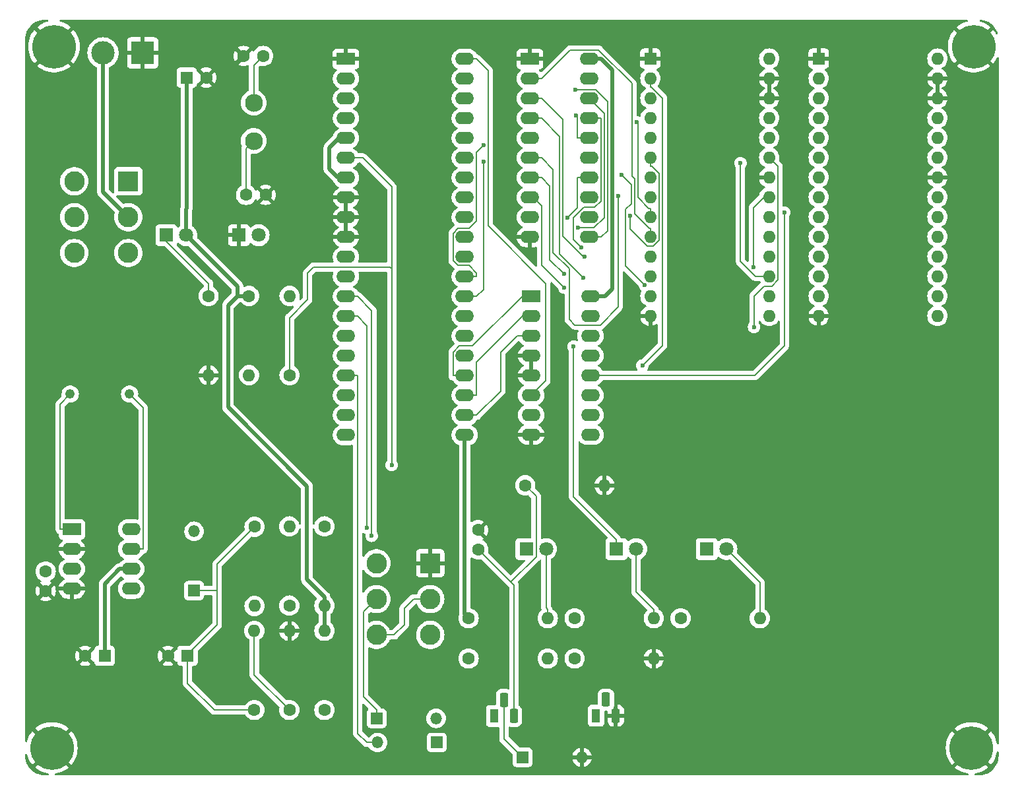
<source format=gbr>
%TF.GenerationSoftware,KiCad,Pcbnew,8.0.7*%
%TF.CreationDate,2024-12-25T23:05:30+01:00*%
%TF.ProjectId,MC68701U4_Programmer,4d433638-3730-4315-9534-5f50726f6772,0.8*%
%TF.SameCoordinates,Original*%
%TF.FileFunction,Copper,L2,Bot*%
%TF.FilePolarity,Positive*%
%FSLAX46Y46*%
G04 Gerber Fmt 4.6, Leading zero omitted, Abs format (unit mm)*
G04 Created by KiCad (PCBNEW 8.0.7) date 2024-12-25 23:05:30*
%MOMM*%
%LPD*%
G01*
G04 APERTURE LIST*
G04 Aperture macros list*
%AMRoundRect*
0 Rectangle with rounded corners*
0 $1 Rounding radius*
0 $2 $3 $4 $5 $6 $7 $8 $9 X,Y pos of 4 corners*
0 Add a 4 corners polygon primitive as box body*
4,1,4,$2,$3,$4,$5,$6,$7,$8,$9,$2,$3,0*
0 Add four circle primitives for the rounded corners*
1,1,$1+$1,$2,$3*
1,1,$1+$1,$4,$5*
1,1,$1+$1,$6,$7*
1,1,$1+$1,$8,$9*
0 Add four rect primitives between the rounded corners*
20,1,$1+$1,$2,$3,$4,$5,0*
20,1,$1+$1,$4,$5,$6,$7,0*
20,1,$1+$1,$6,$7,$8,$9,0*
20,1,$1+$1,$8,$9,$2,$3,0*%
G04 Aperture macros list end*
%TA.AperFunction,ComponentPad*%
%ADD10R,3.000000X3.000000*%
%TD*%
%TA.AperFunction,ComponentPad*%
%ADD11C,3.000000*%
%TD*%
%TA.AperFunction,ComponentPad*%
%ADD12R,1.600000X1.600000*%
%TD*%
%TA.AperFunction,ComponentPad*%
%ADD13O,1.600000X1.600000*%
%TD*%
%TA.AperFunction,ComponentPad*%
%ADD14C,1.600000*%
%TD*%
%TA.AperFunction,ComponentPad*%
%ADD15C,5.600000*%
%TD*%
%TA.AperFunction,ComponentPad*%
%ADD16R,1.100000X1.800000*%
%TD*%
%TA.AperFunction,ComponentPad*%
%ADD17RoundRect,0.275000X-0.275000X-0.625000X0.275000X-0.625000X0.275000X0.625000X-0.275000X0.625000X0*%
%TD*%
%TA.AperFunction,ComponentPad*%
%ADD18R,2.625000X2.625000*%
%TD*%
%TA.AperFunction,ComponentPad*%
%ADD19C,2.625000*%
%TD*%
%TA.AperFunction,ComponentPad*%
%ADD20R,1.800000X1.800000*%
%TD*%
%TA.AperFunction,ComponentPad*%
%ADD21C,1.800000*%
%TD*%
%TA.AperFunction,ComponentPad*%
%ADD22R,1.500000X1.500000*%
%TD*%
%TA.AperFunction,ComponentPad*%
%ADD23O,1.500000X1.500000*%
%TD*%
%TA.AperFunction,ComponentPad*%
%ADD24C,1.219200*%
%TD*%
%TA.AperFunction,ComponentPad*%
%ADD25R,2.400000X1.600000*%
%TD*%
%TA.AperFunction,ComponentPad*%
%ADD26O,2.400000X1.600000*%
%TD*%
%TA.AperFunction,ComponentPad*%
%ADD27C,2.300000*%
%TD*%
%TA.AperFunction,ViaPad*%
%ADD28C,1.000000*%
%TD*%
%TA.AperFunction,ViaPad*%
%ADD29C,0.600000*%
%TD*%
%TA.AperFunction,Conductor*%
%ADD30C,0.500000*%
%TD*%
%TA.AperFunction,Conductor*%
%ADD31C,0.200000*%
%TD*%
G04 APERTURE END LIST*
D10*
%TO.P,J1,1,Pin_1*%
%TO.N,GND*%
X95240000Y-50500000D03*
D11*
%TO.P,J1,2,Pin_2*%
%TO.N,Net-(J1-Pin_2)*%
X90160000Y-50500000D03*
%TD*%
D12*
%TO.P,U4,1,A15*%
%TO.N,GND*%
X160400000Y-51240000D03*
D13*
%TO.P,U4,2,A12*%
%TO.N,Net-(U3-A12)*%
X160400000Y-53780000D03*
%TO.P,U4,3,A7*%
%TO.N,Net-(U2-O7)*%
X160400000Y-56320000D03*
%TO.P,U4,4,A6*%
%TO.N,Net-(U2-O6)*%
X160400000Y-58860000D03*
%TO.P,U4,5,A5*%
%TO.N,Net-(U2-O5)*%
X160400000Y-61400000D03*
%TO.P,U4,6,A4*%
%TO.N,Net-(U2-O4)*%
X160400000Y-63940000D03*
%TO.P,U4,7,A3*%
%TO.N,Net-(U2-O3)*%
X160400000Y-66480000D03*
%TO.P,U4,8,A2*%
%TO.N,Net-(U2-O2)*%
X160400000Y-69020000D03*
%TO.P,U4,9,A1*%
%TO.N,Net-(U2-O1)*%
X160400000Y-71560000D03*
%TO.P,U4,10,A0*%
%TO.N,Net-(U2-O0)*%
X160400000Y-74100000D03*
%TO.P,U4,11,D0*%
%TO.N,Net-(U2-D0)*%
X160400000Y-76640000D03*
%TO.P,U4,12,D1*%
%TO.N,Net-(U2-D1)*%
X160400000Y-79180000D03*
%TO.P,U4,13,D2*%
%TO.N,Net-(U2-D2)*%
X160400000Y-81720000D03*
%TO.P,U4,14,GND*%
%TO.N,GND*%
X160400000Y-84260000D03*
%TO.P,U4,15,D3*%
%TO.N,Net-(U2-D3)*%
X175640000Y-84260000D03*
%TO.P,U4,16,D4*%
%TO.N,Net-(U2-D4)*%
X175640000Y-81720000D03*
%TO.P,U4,17,D5*%
%TO.N,Net-(U2-D5)*%
X175640000Y-79180000D03*
%TO.P,U4,18,D6*%
%TO.N,Net-(U2-D6)*%
X175640000Y-76640000D03*
%TO.P,U4,19,D7*%
%TO.N,Net-(U2-D7)*%
X175640000Y-74100000D03*
%TO.P,U4,20,~{CE}*%
%TO.N,Net-(U1-O3)*%
X175640000Y-71560000D03*
%TO.P,U4,21,A10*%
%TO.N,Net-(U3-A10)*%
X175640000Y-69020000D03*
%TO.P,U4,22,~{OE}*%
%TO.N,GND*%
X175640000Y-66480000D03*
%TO.P,U4,23,A11*%
%TO.N,Net-(U3-A11)*%
X175640000Y-63940000D03*
%TO.P,U4,24,A9*%
%TO.N,Net-(U3-A9)*%
X175640000Y-61400000D03*
%TO.P,U4,25,A8*%
%TO.N,Net-(U3-A8)*%
X175640000Y-58860000D03*
%TO.P,U4,26,A13*%
%TO.N,GND*%
X175640000Y-56320000D03*
%TO.P,U4,27,A14*%
X175640000Y-53780000D03*
%TO.P,U4,28,VCC*%
%TO.N,+5V*%
X175640000Y-51240000D03*
%TD*%
D14*
%TO.P,R15,1*%
%TO.N,Net-(Q2-E)*%
X114100000Y-91860000D03*
D13*
%TO.P,R15,2*%
%TO.N,Net-(D9-A)*%
X114100000Y-81700000D03*
%TD*%
D12*
%TO.P,C3,1*%
%TO.N,+26V*%
X101000000Y-127885000D03*
D14*
%TO.P,C3,2*%
%TO.N,GND*%
X98500000Y-127885000D03*
%TD*%
D12*
%TO.P,U3,1,A15*%
%TO.N,GND*%
X182000000Y-51240000D03*
D13*
%TO.P,U3,2,A12*%
%TO.N,Net-(U3-A12)*%
X182000000Y-53780000D03*
%TO.P,U3,3,A7*%
%TO.N,Net-(U2-O7)*%
X182000000Y-56320000D03*
%TO.P,U3,4,A6*%
%TO.N,Net-(U2-O6)*%
X182000000Y-58860000D03*
%TO.P,U3,5,A5*%
%TO.N,Net-(U2-O5)*%
X182000000Y-61400000D03*
%TO.P,U3,6,A4*%
%TO.N,Net-(U2-O4)*%
X182000000Y-63940000D03*
%TO.P,U3,7,A3*%
%TO.N,Net-(U2-O3)*%
X182000000Y-66480000D03*
%TO.P,U3,8,A2*%
%TO.N,Net-(U2-O2)*%
X182000000Y-69020000D03*
%TO.P,U3,9,A1*%
%TO.N,Net-(U2-O1)*%
X182000000Y-71560000D03*
%TO.P,U3,10,A0*%
%TO.N,Net-(U2-O0)*%
X182000000Y-74100000D03*
%TO.P,U3,11,D0*%
%TO.N,Net-(U2-D0)*%
X182000000Y-76640000D03*
%TO.P,U3,12,D1*%
%TO.N,Net-(U2-D1)*%
X182000000Y-79180000D03*
%TO.P,U3,13,D2*%
%TO.N,Net-(U2-D2)*%
X182000000Y-81720000D03*
%TO.P,U3,14,GND*%
%TO.N,GND*%
X182000000Y-84260000D03*
%TO.P,U3,15,D3*%
%TO.N,Net-(U2-D3)*%
X197240000Y-84260000D03*
%TO.P,U3,16,D4*%
%TO.N,Net-(U2-D4)*%
X197240000Y-81720000D03*
%TO.P,U3,17,D5*%
%TO.N,Net-(U2-D5)*%
X197240000Y-79180000D03*
%TO.P,U3,18,D6*%
%TO.N,Net-(U2-D6)*%
X197240000Y-76640000D03*
%TO.P,U3,19,D7*%
%TO.N,Net-(U2-D7)*%
X197240000Y-74100000D03*
%TO.P,U3,20,~{CE}*%
%TO.N,Net-(U1-O5)*%
X197240000Y-71560000D03*
%TO.P,U3,21,A10*%
%TO.N,Net-(U3-A10)*%
X197240000Y-69020000D03*
%TO.P,U3,22,~{OE}*%
%TO.N,GND*%
X197240000Y-66480000D03*
%TO.P,U3,23,A11*%
%TO.N,Net-(U3-A11)*%
X197240000Y-63940000D03*
%TO.P,U3,24,A9*%
%TO.N,Net-(U3-A9)*%
X197240000Y-61400000D03*
%TO.P,U3,25,A8*%
%TO.N,Net-(U3-A8)*%
X197240000Y-58860000D03*
%TO.P,U3,26,A13*%
%TO.N,GND*%
X197240000Y-56320000D03*
%TO.P,U3,27,A14*%
X197240000Y-53780000D03*
%TO.P,U3,28,VCC*%
%TO.N,+5V*%
X197240000Y-51240000D03*
%TD*%
D14*
%TO.P,R14,1*%
%TO.N,Net-(D8-A)*%
X118575000Y-134825000D03*
D13*
%TO.P,R14,2*%
%TO.N,+5V*%
X118575000Y-124665000D03*
%TD*%
D14*
%TO.P,C7,1*%
%TO.N,Net-(Q2-E)*%
X138300000Y-114235000D03*
%TO.P,C7,2*%
%TO.N,GND*%
X138300000Y-111735000D03*
%TD*%
%TO.P,R1,1*%
%TO.N,Net-(U6-Vfb)*%
X114075000Y-134825000D03*
D13*
%TO.P,R1,2*%
%TO.N,GND*%
X114075000Y-124665000D03*
%TD*%
D15*
%TO.P,REF\u002A\u002A,1*%
%TO.N,GND*%
X201875000Y-49700000D03*
%TD*%
D16*
%TO.P,Q1,1,C*%
%TO.N,Net-(D7-K)*%
X153430000Y-135570000D03*
D17*
%TO.P,Q1,2,B*%
%TO.N,Net-(D6-K)*%
X154700000Y-133500000D03*
%TO.P,Q1,3,E*%
%TO.N,GND*%
X155970000Y-135570000D03*
%TD*%
D18*
%TO.P,SW1,1,A*%
%TO.N,+5V*%
X93395000Y-66985000D03*
D19*
%TO.P,SW1,2,B*%
%TO.N,Net-(J1-Pin_2)*%
X93395000Y-71585000D03*
%TO.P,SW1,3,C*%
%TO.N,unconnected-(SW1A-C-Pad3)*%
X93395000Y-76185000D03*
%TO.P,SW1,4,A*%
%TO.N,unconnected-(SW1B-A-Pad4)*%
X86485000Y-66985000D03*
%TO.P,SW1,5,B*%
%TO.N,unconnected-(SW1B-B-Pad5)*%
X86485000Y-71585000D03*
%TO.P,SW1,6,C*%
%TO.N,unconnected-(SW1B-C-Pad6)*%
X86485000Y-76185000D03*
%TD*%
D14*
%TO.P,R13,1*%
%TO.N,Net-(Q2-E)*%
X144340000Y-106000000D03*
D13*
%TO.P,R13,2*%
%TO.N,GND*%
X154500000Y-106000000D03*
%TD*%
D20*
%TO.P,D2,1,K*%
%TO.N,Net-(D2-K)*%
X98300000Y-73900000D03*
D21*
%TO.P,D2,2,A*%
%TO.N,+5V*%
X100840000Y-73900000D03*
%TD*%
D22*
%TO.P,D1,1,K*%
%TO.N,+26V*%
X101845000Y-119515000D03*
D23*
%TO.P,D1,2,A*%
%TO.N,Net-(D1-A)*%
X101845000Y-111895000D03*
%TD*%
D24*
%TO.P,L1,1,1*%
%TO.N,Net-(U6-Ipk)*%
X93575000Y-94295000D03*
%TO.P,L1,2,2*%
%TO.N,Net-(D1-A)*%
X85955000Y-94295000D03*
%TD*%
D12*
%TO.P,C6,1*%
%TO.N,+5V*%
X100900000Y-53680000D03*
D14*
%TO.P,C6,2*%
%TO.N,GND*%
X103400000Y-53680000D03*
%TD*%
D20*
%TO.P,D9,1,K*%
%TO.N,GND*%
X107600000Y-73900000D03*
D21*
%TO.P,D9,2,A*%
%TO.N,Net-(D9-A)*%
X110140000Y-73900000D03*
%TD*%
D15*
%TO.P,REF\u002A\u002A,1*%
%TO.N,GND*%
X83875000Y-49700000D03*
%TD*%
D20*
%TO.P,D3,1,K*%
%TO.N,Net-(D3-K)*%
X144470000Y-114170000D03*
D21*
%TO.P,D3,2,A*%
%TO.N,Net-(D3-A)*%
X147010000Y-114170000D03*
%TD*%
D20*
%TO.P,D5,1,K*%
%TO.N,Net-(D5-K)*%
X156050000Y-114170000D03*
D21*
%TO.P,D5,2,A*%
%TO.N,Net-(D5-A)*%
X158590000Y-114170000D03*
%TD*%
D25*
%TO.P,U2,1,OE*%
%TO.N,GND*%
X144945000Y-51290000D03*
D26*
%TO.P,U2,2,O0*%
%TO.N,Net-(U2-O0)*%
X144945000Y-53830000D03*
%TO.P,U2,3,D0*%
%TO.N,Net-(U2-D0)*%
X144945000Y-56370000D03*
%TO.P,U2,4,D1*%
%TO.N,Net-(U2-D1)*%
X144945000Y-58910000D03*
%TO.P,U2,5,O1*%
%TO.N,Net-(U2-O1)*%
X144945000Y-61450000D03*
%TO.P,U2,6,O2*%
%TO.N,Net-(U2-O2)*%
X144945000Y-63990000D03*
%TO.P,U2,7,D2*%
%TO.N,Net-(U2-D2)*%
X144945000Y-66530000D03*
%TO.P,U2,8,D3*%
%TO.N,Net-(U2-D3)*%
X144945000Y-69070000D03*
%TO.P,U2,9,O3*%
%TO.N,Net-(U2-O3)*%
X144945000Y-71610000D03*
%TO.P,U2,10,GND*%
%TO.N,GND*%
X144945000Y-74150000D03*
%TO.P,U2,11,LE*%
%TO.N,Net-(U2-LE)*%
X152565000Y-74150000D03*
%TO.P,U2,12,O4*%
%TO.N,Net-(U2-O4)*%
X152565000Y-71610000D03*
%TO.P,U2,13,D4*%
%TO.N,Net-(U2-D4)*%
X152565000Y-69070000D03*
%TO.P,U2,14,D5*%
%TO.N,Net-(U2-D5)*%
X152565000Y-66530000D03*
%TO.P,U2,15,O5*%
%TO.N,Net-(U2-O5)*%
X152565000Y-63990000D03*
%TO.P,U2,16,O6*%
%TO.N,Net-(U2-O6)*%
X152565000Y-61450000D03*
%TO.P,U2,17,D6*%
%TO.N,Net-(U2-D6)*%
X152565000Y-58910000D03*
%TO.P,U2,18,D7*%
%TO.N,Net-(U2-D7)*%
X152565000Y-56370000D03*
%TO.P,U2,19,O7*%
%TO.N,Net-(U2-O7)*%
X152565000Y-53830000D03*
%TO.P,U2,20,VCC*%
%TO.N,+5V*%
X152565000Y-51290000D03*
%TD*%
D14*
%TO.P,C4,1*%
%TO.N,GND*%
X108200000Y-50900000D03*
%TO.P,C4,2*%
%TO.N,Net-(U5-XTAL1)*%
X110700000Y-50900000D03*
%TD*%
%TO.P,R10,1*%
%TO.N,Net-(D6-K)*%
X150680000Y-128220000D03*
D13*
%TO.P,R10,2*%
%TO.N,GND*%
X160840000Y-128220000D03*
%TD*%
D14*
%TO.P,R9,1*%
%TO.N,+5V*%
X108900000Y-81700000D03*
D13*
%TO.P,R9,2*%
%TO.N,Net-(D6-A)*%
X108900000Y-91860000D03*
%TD*%
D25*
%TO.P,U6,1,SwC*%
%TO.N,Net-(D1-A)*%
X86165000Y-111655000D03*
D26*
%TO.P,U6,2,SwE*%
%TO.N,GND*%
X86165000Y-114195000D03*
%TO.P,U6,3,TC*%
%TO.N,Net-(U6-TC)*%
X86165000Y-116735000D03*
%TO.P,U6,4,GND*%
%TO.N,GND*%
X86165000Y-119275000D03*
%TO.P,U6,5,Vfb*%
%TO.N,Net-(U6-Vfb)*%
X93785000Y-119275000D03*
%TO.P,U6,6,Vin*%
%TO.N,+5V*%
X93785000Y-116735000D03*
%TO.P,U6,7,Ipk*%
%TO.N,Net-(U6-Ipk)*%
X93785000Y-114195000D03*
%TO.P,U6,8,DC*%
%TO.N,Net-(U6-DC)*%
X93785000Y-111655000D03*
%TD*%
D14*
%TO.P,R4,1*%
%TO.N,Net-(U6-DC)*%
X114075000Y-121435000D03*
D13*
%TO.P,R4,2*%
%TO.N,Net-(U6-Ipk)*%
X114075000Y-111275000D03*
%TD*%
D12*
%TO.P,C1,1*%
%TO.N,+5V*%
X90365000Y-127885000D03*
D14*
%TO.P,C1,2*%
%TO.N,GND*%
X87865000Y-127885000D03*
%TD*%
%TO.P,R6,1*%
%TO.N,+5V*%
X137070000Y-123060000D03*
D13*
%TO.P,R6,2*%
%TO.N,Net-(D3-A)*%
X147230000Y-123060000D03*
%TD*%
D14*
%TO.P,R3,1*%
%TO.N,Net-(U6-Ipk)*%
X118575000Y-111275000D03*
D13*
%TO.P,R3,2*%
%TO.N,+5V*%
X118575000Y-121435000D03*
%TD*%
D14*
%TO.P,R7,1*%
%TO.N,+5V*%
X164290000Y-123060000D03*
D13*
%TO.P,R7,2*%
%TO.N,Net-(D4-A)*%
X174450000Y-123060000D03*
%TD*%
D22*
%TO.P,D7,1,K*%
%TO.N,Net-(D7-K)*%
X144000000Y-140900000D03*
D23*
%TO.P,D7,2,A*%
%TO.N,GND*%
X151620000Y-140900000D03*
%TD*%
D20*
%TO.P,D4,1,K*%
%TO.N,Net-(D4-K)*%
X167630000Y-114170000D03*
D21*
%TO.P,D4,2,A*%
%TO.N,Net-(D4-A)*%
X170170000Y-114170000D03*
%TD*%
D14*
%TO.P,R5,1*%
%TO.N,Net-(D2-K)*%
X103700000Y-81700000D03*
D13*
%TO.P,R5,2*%
%TO.N,GND*%
X103700000Y-91860000D03*
%TD*%
D27*
%TO.P,Y1,1,1*%
%TO.N,Net-(U5-EXTAL2)*%
X109500000Y-61800000D03*
%TO.P,Y1,2,2*%
%TO.N,Net-(U5-XTAL1)*%
X109500000Y-56900000D03*
%TD*%
D16*
%TO.P,Q2,1,C*%
%TO.N,Net-(Q2-C)*%
X140360000Y-135600000D03*
D17*
%TO.P,Q2,2,B*%
%TO.N,Net-(D7-K)*%
X141630000Y-133530000D03*
%TO.P,Q2,3,E*%
%TO.N,Net-(Q2-E)*%
X142900000Y-135600000D03*
%TD*%
D14*
%TO.P,R12,1*%
%TO.N,+26V*%
X109600000Y-111320000D03*
D13*
%TO.P,R12,2*%
%TO.N,Net-(D7-K)*%
X109600000Y-121480000D03*
%TD*%
D14*
%TO.P,R2,1*%
%TO.N,+26V*%
X109575000Y-134825000D03*
D13*
%TO.P,R2,2*%
%TO.N,Net-(U6-Vfb)*%
X109575000Y-124665000D03*
%TD*%
D14*
%TO.P,R8,1*%
%TO.N,+5V*%
X150680000Y-123060000D03*
D13*
%TO.P,R8,2*%
%TO.N,Net-(D5-A)*%
X160840000Y-123060000D03*
%TD*%
D25*
%TO.P,U1,1,A0*%
%TO.N,Net-(U1-A0)*%
X145100000Y-81740000D03*
D26*
%TO.P,U1,2,A1*%
%TO.N,Net-(U1-A1)*%
X145100000Y-84280000D03*
%TO.P,U1,3,A2*%
%TO.N,Net-(U1-A2)*%
X145100000Y-86820000D03*
%TO.P,U1,4,E1*%
%TO.N,GND*%
X145100000Y-89360000D03*
%TO.P,U1,5,E2*%
X145100000Y-91900000D03*
%TO.P,U1,6,E3*%
%TO.N,Net-(U1-E3)*%
X145100000Y-94440000D03*
%TO.P,U1,7,O7*%
%TO.N,unconnected-(U1-O7-Pad7)*%
X145100000Y-96980000D03*
%TO.P,U1,8,GND*%
%TO.N,GND*%
X145100000Y-99520000D03*
%TO.P,U1,9,O6*%
%TO.N,unconnected-(U1-O6-Pad9)*%
X152720000Y-99520000D03*
%TO.P,U1,10,O5*%
%TO.N,Net-(U1-O5)*%
X152720000Y-96980000D03*
%TO.P,U1,11,O4*%
%TO.N,unconnected-(U1-O4-Pad11)*%
X152720000Y-94440000D03*
%TO.P,U1,12,O3*%
%TO.N,Net-(U1-O3)*%
X152720000Y-91900000D03*
%TO.P,U1,13,O2*%
%TO.N,unconnected-(U1-O2-Pad13)*%
X152720000Y-89360000D03*
%TO.P,U1,14,O1*%
%TO.N,unconnected-(U1-O1-Pad14)*%
X152720000Y-86820000D03*
%TO.P,U1,15,O0*%
%TO.N,unconnected-(U1-O0-Pad15)*%
X152720000Y-84280000D03*
%TO.P,U1,16,VCC*%
%TO.N,+5V*%
X152720000Y-81740000D03*
%TD*%
D14*
%TO.P,R11,1*%
%TO.N,+26V*%
X137070000Y-128220000D03*
D13*
%TO.P,R11,2*%
%TO.N,Net-(Q2-C)*%
X147230000Y-128220000D03*
%TD*%
D14*
%TO.P,C2,1*%
%TO.N,Net-(U6-TC)*%
X82800000Y-117050000D03*
%TO.P,C2,2*%
%TO.N,GND*%
X82800000Y-119550000D03*
%TD*%
%TO.P,C5,1*%
%TO.N,Net-(U5-EXTAL2)*%
X108520000Y-68720000D03*
%TO.P,C5,2*%
%TO.N,GND*%
X111020000Y-68720000D03*
%TD*%
D25*
%TO.P,U5,1,VSS*%
%TO.N,GND*%
X121340000Y-51290000D03*
D26*
%TO.P,U5,2,XTAL1*%
%TO.N,Net-(U5-XTAL1)*%
X121340000Y-53830000D03*
%TO.P,U5,3,EXTAL2*%
%TO.N,Net-(U5-EXTAL2)*%
X121340000Y-56370000D03*
%TO.P,U5,4,~{NMI}*%
%TO.N,+5V*%
X121340000Y-58910000D03*
%TO.P,U5,5,~{IRQ}*%
X121340000Y-61450000D03*
%TO.P,U5,6,~{RST}/Vpp*%
%TO.N,Net-(Q2-E)*%
X121340000Y-63990000D03*
%TO.P,U5,7,VCC*%
%TO.N,+5V*%
X121340000Y-66530000D03*
%TO.P,U5,8,P20*%
%TO.N,GND*%
X121340000Y-69070000D03*
%TO.P,U5,9,P21*%
X121340000Y-71610000D03*
%TO.P,U5,10,P22*%
X121340000Y-74150000D03*
%TO.P,U5,11*%
%TO.N,unconnected-(U5-Pad11)*%
X121340000Y-76690000D03*
%TO.P,U5,12*%
%TO.N,unconnected-(U5-Pad12)*%
X121340000Y-79230000D03*
%TO.P,U5,13,P10*%
%TO.N,Net-(D3-K)*%
X121340000Y-81770000D03*
%TO.P,U5,14,P11*%
%TO.N,Net-(D4-K)*%
X121340000Y-84310000D03*
%TO.P,U5,15,P12*%
%TO.N,Net-(D5-K)*%
X121340000Y-86850000D03*
%TO.P,U5,16*%
%TO.N,unconnected-(U5-Pad16)*%
X121340000Y-89390000D03*
%TO.P,U5,17,P14*%
%TO.N,Net-(D6-A)*%
X121340000Y-91930000D03*
%TO.P,U5,18*%
%TO.N,unconnected-(U5-Pad18)*%
X121340000Y-94470000D03*
%TO.P,U5,19*%
%TO.N,unconnected-(U5-Pad19)*%
X121340000Y-97010000D03*
%TO.P,U5,20*%
%TO.N,unconnected-(U5-Pad20)*%
X121340000Y-99550000D03*
%TO.P,U5,21,VCC_STBY*%
%TO.N,+5V*%
X136580000Y-99550000D03*
%TO.P,U5,22,P47*%
%TO.N,Net-(U1-A2)*%
X136580000Y-97010000D03*
%TO.P,U5,23,P46*%
%TO.N,Net-(U1-A1)*%
X136580000Y-94470000D03*
%TO.P,U5,24,P45*%
%TO.N,Net-(U1-A0)*%
X136580000Y-91930000D03*
%TO.P,U5,25,P44*%
%TO.N,Net-(U3-A12)*%
X136580000Y-89390000D03*
%TO.P,U5,26,P43*%
%TO.N,Net-(U3-A11)*%
X136580000Y-86850000D03*
%TO.P,U5,27,P42*%
%TO.N,Net-(U3-A10)*%
X136580000Y-84310000D03*
%TO.P,U5,28,P41*%
%TO.N,Net-(U3-A9)*%
X136580000Y-81770000D03*
%TO.P,U5,29,P40*%
%TO.N,Net-(U3-A8)*%
X136580000Y-79230000D03*
%TO.P,U5,30,P37*%
%TO.N,Net-(U2-D7)*%
X136580000Y-76690000D03*
%TO.P,U5,31,P36*%
%TO.N,Net-(U2-D6)*%
X136580000Y-74150000D03*
%TO.P,U5,32,P35*%
%TO.N,Net-(U2-D5)*%
X136580000Y-71610000D03*
%TO.P,U5,33,P34*%
%TO.N,Net-(U2-D4)*%
X136580000Y-69070000D03*
%TO.P,U5,34,P33*%
%TO.N,Net-(U2-D3)*%
X136580000Y-66530000D03*
%TO.P,U5,35,P32*%
%TO.N,Net-(U2-D2)*%
X136580000Y-63990000D03*
%TO.P,U5,36,P31*%
%TO.N,Net-(U2-D1)*%
X136580000Y-61450000D03*
%TO.P,U5,37,P30*%
%TO.N,Net-(U2-D0)*%
X136580000Y-58910000D03*
%TO.P,U5,38*%
%TO.N,unconnected-(U5-Pad38)*%
X136580000Y-56370000D03*
%TO.P,U5,39,AS*%
%TO.N,Net-(U2-LE)*%
X136580000Y-53830000D03*
%TO.P,U5,40,E*%
%TO.N,Net-(U1-E3)*%
X136580000Y-51290000D03*
%TD*%
D15*
%TO.P,,1*%
%TO.N,GND*%
X83600000Y-139700000D03*
%TD*%
D22*
%TO.P,D8,1,K*%
%TO.N,Net-(D8-K)*%
X125280000Y-135900000D03*
D23*
%TO.P,D8,2,A*%
%TO.N,Net-(D8-A)*%
X132900000Y-135900000D03*
%TD*%
D15*
%TO.P,,1*%
%TO.N,GND*%
X201600000Y-139700000D03*
%TD*%
D18*
%TO.P,SW2,1,A*%
%TO.N,GND*%
X132155000Y-116000000D03*
D19*
%TO.P,SW2,2,B*%
%TO.N,Net-(Q2-E)*%
X132155000Y-120600000D03*
%TO.P,SW2,3,C*%
%TO.N,unconnected-(SW2A-C-Pad3)*%
X132155000Y-125200000D03*
%TO.P,SW2,4,A*%
%TO.N,unconnected-(SW2B-A-Pad4)*%
X125245000Y-116000000D03*
%TO.P,SW2,5,B*%
%TO.N,Net-(D8-K)*%
X125245000Y-120600000D03*
%TO.P,SW2,6,C*%
%TO.N,Net-(Q2-E)*%
X125245000Y-125200000D03*
%TD*%
D22*
%TO.P,D6,1,K*%
%TO.N,Net-(D6-K)*%
X133000000Y-139000000D03*
D23*
%TO.P,D6,2,A*%
%TO.N,Net-(D6-A)*%
X125380000Y-139000000D03*
%TD*%
D28*
%TO.N,GND*%
X157400000Y-84200000D03*
X157400000Y-88200000D03*
X167700000Y-70300000D03*
D29*
%TO.N,Net-(Q2-E)*%
X127200000Y-103400000D03*
%TO.N,Net-(D3-K)*%
X124628100Y-112472200D03*
%TO.N,Net-(D4-K)*%
X124048800Y-111447400D03*
%TO.N,Net-(D5-K)*%
X150554600Y-88205000D03*
%TO.N,Net-(U1-O3)*%
X177600000Y-71000000D03*
%TO.N,Net-(U2-O4)*%
X157779600Y-71416100D03*
%TO.N,Net-(U2-D3)*%
X149350000Y-80638300D03*
%TO.N,Net-(U2-O1)*%
X158614400Y-59424200D03*
%TO.N,Net-(U2-D4)*%
X156680900Y-66181700D03*
X159681200Y-80308400D03*
%TO.N,Net-(U2-D1)*%
X151779700Y-79329000D03*
%TO.N,Net-(U2-O6)*%
X150846100Y-58554200D03*
%TO.N,Net-(U2-D2)*%
X149298100Y-78859000D03*
%TO.N,Net-(U2-D5)*%
X149784800Y-71700600D03*
X171969000Y-64654300D03*
%TO.N,Net-(U2-O2)*%
X156256000Y-68858400D03*
%TO.N,Net-(U2-D7)*%
X151145000Y-72950700D03*
%TO.N,Net-(U2-D6)*%
X151567100Y-75486700D03*
%TO.N,Net-(U2-LE)*%
X150803900Y-55236800D03*
%TO.N,Net-(U2-D0)*%
X151952900Y-76640000D03*
%TO.N,Net-(U3-A11)*%
X173700000Y-85680100D03*
%TO.N,Net-(U3-A9)*%
X138999800Y-64506200D03*
%TO.N,Net-(U3-A10)*%
X173613100Y-78051200D03*
%TO.N,Net-(U3-A8)*%
X138976300Y-62364300D03*
%TO.N,Net-(U3-A12)*%
X159368300Y-90630000D03*
%TD*%
D30*
%TO.N,+5V*%
X118575000Y-120333300D02*
X118575000Y-121435000D01*
X116325000Y-106100000D02*
X116325000Y-118083300D01*
X154066700Y-51290000D02*
X155500000Y-52723300D01*
X93785000Y-116735000D02*
X92283300Y-116735000D01*
X136580000Y-122570000D02*
X137070000Y-123060000D01*
X118575000Y-121435000D02*
X118575000Y-124665000D01*
X106200000Y-95975000D02*
X116325000Y-106100000D01*
X107400000Y-81700000D02*
X108900000Y-81700000D01*
X106200000Y-82900000D02*
X106200000Y-95975000D01*
X119200000Y-62700000D02*
X119200000Y-65400000D01*
X107400000Y-81700000D02*
X106200000Y-82900000D01*
X90365000Y-127885000D02*
X90365000Y-118653300D01*
X121340000Y-61450000D02*
X120450000Y-61450000D01*
X119200000Y-65400000D02*
X120330000Y-66530000D01*
X152565000Y-51290000D02*
X154066700Y-51290000D01*
X100840000Y-73900000D02*
X107400000Y-80460000D01*
X90365000Y-118653300D02*
X92283300Y-116735000D01*
X154601700Y-81740000D02*
X152720000Y-81740000D01*
X116325000Y-118083300D02*
X118575000Y-120333300D01*
X100900000Y-70460000D02*
X100840000Y-70520000D01*
X136580000Y-99550000D02*
X136580000Y-122570000D01*
X120450000Y-61450000D02*
X119200000Y-62700000D01*
X155500000Y-80841700D02*
X154601700Y-81740000D01*
X120330000Y-66530000D02*
X121340000Y-66530000D01*
X100900000Y-53680000D02*
X100900000Y-70460000D01*
X155500000Y-52723300D02*
X155500000Y-80841700D01*
X100840000Y-70520000D02*
X100840000Y-73900000D01*
X107400000Y-80460000D02*
X107400000Y-81700000D01*
D31*
%TO.N,+26V*%
X101000000Y-131400000D02*
X104425000Y-134825000D01*
X104825000Y-116095000D02*
X104825000Y-119515000D01*
X109600000Y-111320000D02*
X104825000Y-116095000D01*
X104825000Y-119515000D02*
X101845000Y-119515000D01*
X104825000Y-119515000D02*
X104825000Y-123875000D01*
X104825000Y-123875000D02*
X101000000Y-127700000D01*
X104425000Y-134825000D02*
X109575000Y-134825000D01*
X101000000Y-127700000D02*
X101000000Y-131400000D01*
%TO.N,Net-(U5-XTAL1)*%
X109500000Y-52100000D02*
X109500000Y-56900000D01*
X110700000Y-50900000D02*
X109500000Y-52100000D01*
%TO.N,Net-(U5-EXTAL2)*%
X108520000Y-62780000D02*
X109500000Y-61800000D01*
X108520000Y-68720000D02*
X108520000Y-62780000D01*
%TO.N,Net-(Q2-E)*%
X128800000Y-123900000D02*
X127500000Y-125200000D01*
X142910000Y-118845000D02*
X142491000Y-118426000D01*
X128800000Y-121800000D02*
X128800000Y-123900000D01*
X132155000Y-120600000D02*
X130000000Y-120600000D01*
X127200000Y-78200000D02*
X127200000Y-103400000D01*
X145740000Y-115177000D02*
X142491000Y-118426000D01*
X116400000Y-82200000D02*
X116400000Y-78800000D01*
X144340000Y-106000000D02*
X145740000Y-107400000D01*
X116400000Y-78800000D02*
X117200000Y-78000000D01*
X142910000Y-135180000D02*
X142910000Y-118845000D01*
X114100000Y-84500000D02*
X116400000Y-82200000D01*
X123490000Y-63990000D02*
X127200000Y-67700000D01*
X114100000Y-91800000D02*
X114100000Y-84500000D01*
X127200000Y-67700000D02*
X127200000Y-78200000D01*
X130000000Y-120600000D02*
X128800000Y-121800000D01*
X127500000Y-125200000D02*
X125245000Y-125200000D01*
X127000000Y-78000000D02*
X127200000Y-78200000D01*
X121340000Y-63990000D02*
X123490000Y-63990000D01*
X117200000Y-78000000D02*
X127000000Y-78000000D01*
X142491000Y-118426000D02*
X138300000Y-114235000D01*
X145740000Y-107400000D02*
X145740000Y-115177000D01*
%TO.N,Net-(D1-A)*%
X84663300Y-95586700D02*
X84663300Y-111655000D01*
X86165000Y-111655000D02*
X84663300Y-111655000D01*
X85955000Y-94295000D02*
X84663300Y-95586700D01*
%TO.N,Net-(D2-K)*%
X98300000Y-74700000D02*
X103700000Y-80100000D01*
X98300000Y-73900000D02*
X98300000Y-74700000D01*
X103700000Y-80100000D02*
X103700000Y-81700000D01*
%TO.N,Net-(D3-A)*%
X147230000Y-123060000D02*
X147230000Y-121958300D01*
X147010000Y-121738300D02*
X147230000Y-121958300D01*
X147010000Y-114170000D02*
X147010000Y-121738300D01*
%TO.N,Net-(D3-K)*%
X124650500Y-83578800D02*
X122841700Y-81770000D01*
X121340000Y-81770000D02*
X122841700Y-81770000D01*
X124628100Y-112472200D02*
X124650500Y-112449800D01*
X124650500Y-112449800D02*
X124650500Y-83578800D01*
%TO.N,Net-(D4-A)*%
X170170000Y-114170000D02*
X174450000Y-118450000D01*
X174450000Y-118450000D02*
X174450000Y-123060000D01*
%TO.N,Net-(D4-K)*%
X124048800Y-85517100D02*
X122841700Y-84310000D01*
X121340000Y-84310000D02*
X122841700Y-84310000D01*
X124048800Y-111447400D02*
X124048800Y-85517100D01*
%TO.N,Net-(D5-K)*%
X156050000Y-114170000D02*
X156050000Y-112968300D01*
X156050000Y-112968300D02*
X150554600Y-107472900D01*
X150554600Y-107472900D02*
X150554600Y-88205000D01*
%TO.N,Net-(D5-A)*%
X158590000Y-114170000D02*
X158590000Y-119708300D01*
X158590000Y-119708300D02*
X160840000Y-121958300D01*
X160840000Y-123060000D02*
X160840000Y-121958300D01*
%TO.N,Net-(D6-A)*%
X124000000Y-139000000D02*
X122841700Y-137841700D01*
X122841700Y-91930000D02*
X121340000Y-91930000D01*
X122841700Y-137841700D02*
X122841700Y-91930000D01*
X125380000Y-139000000D02*
X124000000Y-139000000D01*
%TO.N,Net-(D7-K)*%
X141630000Y-133930000D02*
X141630000Y-138530000D01*
X141630000Y-138530000D02*
X144000000Y-140900000D01*
%TO.N,Net-(D8-K)*%
X123601100Y-122243900D02*
X125245000Y-120600000D01*
X123601100Y-133169400D02*
X123601100Y-122243900D01*
X125280000Y-134848300D02*
X123601100Y-133169400D01*
X125280000Y-135900000D02*
X125280000Y-134848300D01*
D30*
%TO.N,Net-(J1-Pin_2)*%
X90160000Y-50500000D02*
X90160000Y-68350000D01*
X90160000Y-68350000D02*
X93395000Y-71585000D01*
D31*
%TO.N,Net-(U6-Ipk)*%
X93575000Y-94295000D02*
X95286700Y-96006700D01*
X93785000Y-114195000D02*
X95286700Y-114195000D01*
X95286700Y-96006700D02*
X95286700Y-114195000D01*
%TO.N,Net-(U6-Vfb)*%
X109575000Y-130325000D02*
X109575000Y-124665000D01*
X114075000Y-134825000D02*
X109575000Y-130325000D01*
%TO.N,Net-(U1-A0)*%
X143978300Y-81740000D02*
X137598300Y-88120000D01*
X135078300Y-88928400D02*
X135078300Y-91930000D01*
X137598300Y-88120000D02*
X135886700Y-88120000D01*
X135886700Y-88120000D02*
X135078300Y-88928400D01*
X135078300Y-91930000D02*
X136580000Y-91930000D01*
X145100000Y-81740000D02*
X143978300Y-81740000D01*
%TO.N,Net-(U1-A2)*%
X141200000Y-93900000D02*
X141200000Y-88900000D01*
X136580000Y-97010000D02*
X138090000Y-97010000D01*
X138090000Y-97010000D02*
X141200000Y-93900000D01*
X143280000Y-86820000D02*
X145100000Y-86820000D01*
X141200000Y-88900000D02*
X143280000Y-86820000D01*
%TO.N,Net-(U1-O3)*%
X152720000Y-91900000D02*
X173795747Y-91900000D01*
X177600000Y-88095747D02*
X177600000Y-71000000D01*
X173795747Y-91900000D02*
X177596598Y-88099149D01*
X177596598Y-88099149D02*
X177600000Y-88095747D01*
%TO.N,Net-(U1-A1)*%
X145100000Y-84280000D02*
X143978300Y-84280000D01*
X138081700Y-90176600D02*
X138081700Y-94470000D01*
X138081700Y-94470000D02*
X136580000Y-94470000D01*
X143978300Y-84280000D02*
X138081700Y-90176600D01*
%TO.N,Net-(U1-E3)*%
X146981700Y-92558300D02*
X146981700Y-80091200D01*
X145100000Y-94440000D02*
X146981700Y-92558300D01*
X139601500Y-72711000D02*
X139601500Y-52809800D01*
X139601500Y-52809800D02*
X138081700Y-51290000D01*
X146981700Y-80091200D02*
X139601500Y-72711000D01*
X138081700Y-51290000D02*
X136580000Y-51290000D01*
%TO.N,Net-(U2-O4)*%
X160400000Y-65041700D02*
X160572600Y-65041700D01*
X161550900Y-66020000D02*
X161550900Y-74510900D01*
X160572600Y-65041700D02*
X161550900Y-66020000D01*
X161550900Y-74510900D02*
X160783600Y-75278200D01*
X160400000Y-63940000D02*
X160400000Y-65041700D01*
X160783600Y-75278200D02*
X159989300Y-75278200D01*
X159989300Y-75278200D02*
X157779600Y-73068500D01*
X157779600Y-73068500D02*
X157779600Y-71416100D01*
%TO.N,Net-(U2-D3)*%
X145345000Y-69070000D02*
X146446700Y-70171700D01*
X146446700Y-77735000D02*
X149350000Y-80638300D01*
X146446700Y-70171700D02*
X146446700Y-77735000D01*
X144945000Y-69070000D02*
X145345000Y-69070000D01*
%TO.N,Net-(U2-O1)*%
X160171700Y-70458300D02*
X160400000Y-70458300D01*
X158614400Y-59424200D02*
X158787900Y-59597700D01*
X160400000Y-71560000D02*
X160400000Y-70458300D01*
X158787900Y-59597700D02*
X158787900Y-69074500D01*
X158787900Y-69074500D02*
X160171700Y-70458300D01*
%TO.N,Net-(U2-D4)*%
X156680900Y-66181700D02*
X157931100Y-67431900D01*
X157931100Y-67431900D02*
X157931100Y-69845100D01*
X157177900Y-77805100D02*
X159681200Y-80308400D01*
X157177900Y-70598300D02*
X157177900Y-77805100D01*
X157931100Y-69845100D02*
X157177900Y-70598300D01*
%TO.N,Net-(U2-D1)*%
X148756800Y-61220100D02*
X146446700Y-58910000D01*
X148756800Y-76306100D02*
X148756800Y-61220100D01*
X151779700Y-79329000D02*
X148756800Y-76306100D01*
X144945000Y-58910000D02*
X146446700Y-58910000D01*
%TO.N,Net-(U2-O0)*%
X158359700Y-71145300D02*
X160212700Y-72998300D01*
X153764400Y-50164400D02*
X158012700Y-54412700D01*
X158012700Y-54412700D02*
X158012700Y-66336400D01*
X160212700Y-72998300D02*
X160400000Y-72998300D01*
X158012700Y-66336400D02*
X158359700Y-66683400D01*
X144945000Y-53830000D02*
X146446700Y-53830000D01*
X160400000Y-72998300D02*
X160400000Y-74100000D01*
X146446700Y-53830000D02*
X150112300Y-50164400D01*
X158359700Y-66683400D02*
X158359700Y-71145300D01*
X150112300Y-50164400D02*
X153764400Y-50164400D01*
%TO.N,Net-(U2-O6)*%
X151063300Y-61450000D02*
X151063300Y-58771400D01*
X151063300Y-58771400D02*
X150846100Y-58554200D01*
X152565000Y-61450000D02*
X151063300Y-61450000D01*
%TO.N,Net-(U2-D2)*%
X147478500Y-77039400D02*
X149298100Y-78859000D01*
X147478400Y-77039400D02*
X147478500Y-77039400D01*
X147478400Y-67561700D02*
X147478400Y-77039400D01*
X144945000Y-66530000D02*
X146446700Y-66530000D01*
X146446700Y-66530000D02*
X147478400Y-67561700D01*
%TO.N,Net-(U2-D5)*%
X152565000Y-66530000D02*
X151063300Y-66530000D01*
X151063300Y-66530000D02*
X151063300Y-70422100D01*
X173867600Y-79180000D02*
X175640000Y-79180000D01*
X171969000Y-64654300D02*
X171969000Y-77281400D01*
X151063300Y-70422100D02*
X149784800Y-71700600D01*
X171969000Y-77281400D02*
X173867600Y-79180000D01*
%TO.N,Net-(U2-O2)*%
X146446700Y-63990000D02*
X147927500Y-65470800D01*
X144945000Y-63990000D02*
X146446700Y-63990000D01*
X150000000Y-78213300D02*
X150000000Y-84700000D01*
X147927500Y-76140800D02*
X150000000Y-78213300D01*
X153952300Y-85426500D02*
X156256000Y-83122800D01*
X156256000Y-83122800D02*
X156256000Y-68858400D01*
X147927500Y-65470800D02*
X147927500Y-76140800D01*
X150726500Y-85426500D02*
X153952300Y-85426500D01*
X150000000Y-84700000D02*
X150726500Y-85426500D01*
%TO.N,Net-(U2-D7)*%
X154498600Y-71634600D02*
X153182500Y-72950700D01*
X154498600Y-58303600D02*
X154498600Y-71634600D01*
X153182500Y-72950700D02*
X151145000Y-72950700D01*
X152565000Y-56370000D02*
X154498600Y-58303600D01*
%TO.N,Net-(U2-D6)*%
X154066700Y-58910000D02*
X154066700Y-69541800D01*
X150509300Y-71696900D02*
X150509300Y-74428900D01*
X150509300Y-74428900D02*
X151567100Y-75486700D01*
X154066700Y-69541800D02*
X153268500Y-70340000D01*
X153268500Y-70340000D02*
X151866200Y-70340000D01*
X151866200Y-70340000D02*
X150509300Y-71696900D01*
X152565000Y-58910000D02*
X154066700Y-58910000D01*
%TO.N,Net-(U2-LE)*%
X154900300Y-56747100D02*
X154900300Y-73316400D01*
X150803900Y-55236800D02*
X153390000Y-55236800D01*
X153390000Y-55236800D02*
X154900300Y-56747100D01*
X152565000Y-74150000D02*
X154066700Y-74150000D01*
X154900300Y-73316400D02*
X154066700Y-74150000D01*
%TO.N,Net-(U2-D0)*%
X151809100Y-76640000D02*
X149158500Y-73989400D01*
X151952900Y-76640000D02*
X151809100Y-76640000D01*
X149158500Y-59081800D02*
X146446700Y-56370000D01*
X144945000Y-56370000D02*
X146446700Y-56370000D01*
X149158500Y-73989400D02*
X149158500Y-59081800D01*
%TO.N,Net-(U3-A11)*%
X176775000Y-79646800D02*
X175971800Y-80450000D01*
X175971800Y-80450000D02*
X174950000Y-80450000D01*
X174950000Y-80450000D02*
X173700000Y-81700000D01*
X173700000Y-81700000D02*
X173700000Y-85680100D01*
X176775000Y-65075000D02*
X176775000Y-79646800D01*
X175640000Y-63940000D02*
X176775000Y-65075000D01*
%TO.N,Net-(U3-A9)*%
X138999800Y-80851900D02*
X138081700Y-81770000D01*
X138999800Y-64506200D02*
X138999800Y-80851900D01*
X136580000Y-81770000D02*
X138081700Y-81770000D01*
%TO.N,Net-(U3-A10)*%
X175640000Y-69020000D02*
X174980000Y-69020000D01*
X173613100Y-70386900D02*
X173613100Y-78051200D01*
X174980000Y-69020000D02*
X173613100Y-70386900D01*
%TO.N,Net-(U3-A8)*%
X135078300Y-73693600D02*
X135723600Y-73048300D01*
X138081700Y-72082000D02*
X138081700Y-63258900D01*
X136580000Y-79230000D02*
X138081700Y-79230000D01*
X137139200Y-77791700D02*
X135723600Y-77791700D01*
X138081700Y-79230000D02*
X138081700Y-78734200D01*
X135723600Y-77791700D02*
X135078300Y-77146400D01*
X137115400Y-73048300D02*
X138081700Y-72082000D01*
X138081700Y-63258900D02*
X138976300Y-62364300D01*
X138081700Y-78734200D02*
X137139200Y-77791700D01*
X135078300Y-77146400D02*
X135078300Y-73693600D01*
X135723600Y-73048300D02*
X137115400Y-73048300D01*
%TO.N,Net-(U3-A12)*%
X161952600Y-88045700D02*
X161952600Y-56296600D01*
X159368300Y-90630000D02*
X161952600Y-88045700D01*
X161952600Y-56296600D02*
X160537700Y-54881700D01*
X160400000Y-53780000D02*
X160400000Y-54881700D01*
X160537700Y-54881700D02*
X160400000Y-54881700D01*
%TD*%
%TA.AperFunction,Conductor*%
%TO.N,GND*%
G36*
X80375703Y-140499598D02*
G01*
X80413477Y-140558376D01*
X80413980Y-140560138D01*
X80468147Y-140755232D01*
X80468149Y-140755239D01*
X80600597Y-141087659D01*
X80600606Y-141087677D01*
X80768218Y-141403827D01*
X80969033Y-141700007D01*
X81096441Y-141850003D01*
X81096442Y-141850004D01*
X82305747Y-140640698D01*
X82379588Y-140742330D01*
X82557670Y-140920412D01*
X82659300Y-140994251D01*
X81447255Y-142206295D01*
X81447256Y-142206296D01*
X81460485Y-142218828D01*
X81460486Y-142218829D01*
X81745367Y-142435388D01*
X81745370Y-142435390D01*
X82051990Y-142619876D01*
X82376739Y-142770122D01*
X82376744Y-142770123D01*
X82715855Y-142884383D01*
X83065338Y-142961311D01*
X83119731Y-142967227D01*
X83184250Y-142994044D01*
X83224027Y-143051485D01*
X83226435Y-143121314D01*
X83190709Y-143181359D01*
X83128192Y-143212557D01*
X83106325Y-143214500D01*
X82673751Y-143214500D01*
X82666264Y-143214274D01*
X82376205Y-143196728D01*
X82361340Y-143194923D01*
X82079201Y-143143219D01*
X82064663Y-143139635D01*
X81790832Y-143054306D01*
X81776831Y-143048997D01*
X81515263Y-142931275D01*
X81502004Y-142924316D01*
X81256540Y-142775928D01*
X81244217Y-142767422D01*
X81018426Y-142590526D01*
X81007218Y-142580596D01*
X80804403Y-142377781D01*
X80794473Y-142366573D01*
X80617573Y-142140776D01*
X80609075Y-142128465D01*
X80460680Y-141882989D01*
X80453727Y-141869743D01*
X80336000Y-141608163D01*
X80330693Y-141594167D01*
X80245364Y-141320336D01*
X80241780Y-141305798D01*
X80190075Y-141023657D01*
X80188271Y-141008794D01*
X80170726Y-140718736D01*
X80170500Y-140711249D01*
X80170500Y-140593311D01*
X80190185Y-140526272D01*
X80242989Y-140480517D01*
X80312147Y-140470573D01*
X80375703Y-140499598D01*
G37*
%TD.AperFunction*%
%TA.AperFunction,Conductor*%
G36*
X145350000Y-91584314D02*
G01*
X145345606Y-91579920D01*
X145254394Y-91527259D01*
X145152661Y-91500000D01*
X145047339Y-91500000D01*
X144945606Y-91527259D01*
X144854394Y-91579920D01*
X144850000Y-91584314D01*
X144850000Y-89675686D01*
X144854394Y-89680080D01*
X144945606Y-89732741D01*
X145047339Y-89760000D01*
X145152661Y-89760000D01*
X145254394Y-89732741D01*
X145345606Y-89680080D01*
X145350000Y-89675686D01*
X145350000Y-91584314D01*
G37*
%TD.AperFunction*%
%TA.AperFunction,Conductor*%
G36*
X157061703Y-78538584D02*
G01*
X157068181Y-78544616D01*
X158850498Y-80326933D01*
X158883983Y-80388256D01*
X158886037Y-80400730D01*
X158895830Y-80487649D01*
X158955410Y-80657921D01*
X159051384Y-80810662D01*
X159178940Y-80938218D01*
X159202807Y-80953214D01*
X159249099Y-81005548D01*
X159259748Y-81074602D01*
X159249218Y-81110612D01*
X159173263Y-81273497D01*
X159173258Y-81273511D01*
X159114366Y-81493302D01*
X159114364Y-81493313D01*
X159094532Y-81719998D01*
X159094532Y-81720001D01*
X159114364Y-81946686D01*
X159114366Y-81946697D01*
X159173258Y-82166488D01*
X159173261Y-82166497D01*
X159269431Y-82372732D01*
X159269432Y-82372734D01*
X159399954Y-82559141D01*
X159560858Y-82720045D01*
X159560861Y-82720047D01*
X159747266Y-82850568D01*
X159805865Y-82877893D01*
X159858305Y-82924065D01*
X159877457Y-82991258D01*
X159857242Y-83058139D01*
X159805867Y-83102657D01*
X159747515Y-83129867D01*
X159561179Y-83260342D01*
X159400342Y-83421179D01*
X159269865Y-83607517D01*
X159173734Y-83813673D01*
X159173730Y-83813682D01*
X159121127Y-84009999D01*
X159121128Y-84010000D01*
X160084314Y-84010000D01*
X160079920Y-84014394D01*
X160027259Y-84105606D01*
X160000000Y-84207339D01*
X160000000Y-84312661D01*
X160027259Y-84414394D01*
X160079920Y-84505606D01*
X160084314Y-84510000D01*
X159121128Y-84510000D01*
X159173730Y-84706317D01*
X159173734Y-84706326D01*
X159269865Y-84912482D01*
X159400342Y-85098820D01*
X159561179Y-85259657D01*
X159747517Y-85390134D01*
X159953673Y-85486265D01*
X159953682Y-85486269D01*
X160149999Y-85538872D01*
X160150000Y-85538871D01*
X160150000Y-84575686D01*
X160154394Y-84580080D01*
X160245606Y-84632741D01*
X160347339Y-84660000D01*
X160452661Y-84660000D01*
X160554394Y-84632741D01*
X160645606Y-84580080D01*
X160650000Y-84575686D01*
X160650000Y-85538872D01*
X160846317Y-85486269D01*
X160846326Y-85486265D01*
X161052482Y-85390134D01*
X161156976Y-85316966D01*
X161223182Y-85294639D01*
X161290949Y-85311649D01*
X161338763Y-85362597D01*
X161352100Y-85418541D01*
X161352100Y-87745602D01*
X161332415Y-87812641D01*
X161315781Y-87833283D01*
X159349765Y-89799298D01*
X159288442Y-89832783D01*
X159275968Y-89834837D01*
X159189050Y-89844630D01*
X159018778Y-89904210D01*
X158866037Y-90000184D01*
X158738484Y-90127737D01*
X158642511Y-90280476D01*
X158582931Y-90450745D01*
X158582930Y-90450750D01*
X158562735Y-90629996D01*
X158562735Y-90630003D01*
X158582930Y-90809249D01*
X158582931Y-90809254D01*
X158642511Y-90979523D01*
X158724199Y-91109528D01*
X158743199Y-91176765D01*
X158722831Y-91243600D01*
X158669563Y-91288814D01*
X158619205Y-91299500D01*
X154349602Y-91299500D01*
X154282563Y-91279815D01*
X154239117Y-91231795D01*
X154232287Y-91218390D01*
X154232285Y-91218387D01*
X154232284Y-91218385D01*
X154111971Y-91052786D01*
X153967213Y-90908028D01*
X153801614Y-90787715D01*
X153767798Y-90770485D01*
X153708917Y-90740483D01*
X153658123Y-90692511D01*
X153641328Y-90624690D01*
X153663865Y-90558555D01*
X153708917Y-90519516D01*
X153801610Y-90472287D01*
X153831260Y-90450745D01*
X153967213Y-90351971D01*
X153967215Y-90351968D01*
X153967219Y-90351966D01*
X154111966Y-90207219D01*
X154111968Y-90207215D01*
X154111971Y-90207213D01*
X154169713Y-90127737D01*
X154232287Y-90041610D01*
X154325220Y-89859219D01*
X154388477Y-89664534D01*
X154420500Y-89462352D01*
X154420500Y-89257648D01*
X154400232Y-89129685D01*
X154388477Y-89055465D01*
X154354117Y-88949717D01*
X154325220Y-88860781D01*
X154325218Y-88860778D01*
X154325218Y-88860776D01*
X154252925Y-88718895D01*
X154232287Y-88678390D01*
X154175711Y-88600519D01*
X154111971Y-88512786D01*
X153967213Y-88368028D01*
X153801614Y-88247715D01*
X153731360Y-88211919D01*
X153708917Y-88200483D01*
X153658123Y-88152511D01*
X153641328Y-88084690D01*
X153663865Y-88018555D01*
X153708917Y-87979516D01*
X153801610Y-87932287D01*
X153868993Y-87883331D01*
X153967213Y-87811971D01*
X153967215Y-87811968D01*
X153967219Y-87811966D01*
X154111966Y-87667219D01*
X154111968Y-87667215D01*
X154111971Y-87667213D01*
X154178833Y-87575184D01*
X154232287Y-87501610D01*
X154325220Y-87319219D01*
X154388477Y-87124534D01*
X154420500Y-86922352D01*
X154420500Y-86717648D01*
X154393229Y-86545466D01*
X154388477Y-86515465D01*
X154352873Y-86405888D01*
X154325220Y-86320781D01*
X154325218Y-86320778D01*
X154325218Y-86320776D01*
X154291503Y-86254607D01*
X154232287Y-86138390D01*
X154230993Y-86136609D01*
X154221030Y-86122895D01*
X154197550Y-86057089D01*
X154213376Y-85989035D01*
X154259348Y-85942623D01*
X154321016Y-85907020D01*
X154432820Y-85795216D01*
X154432820Y-85795214D01*
X154443024Y-85785011D01*
X154443027Y-85785006D01*
X156736520Y-83491516D01*
X156815577Y-83354585D01*
X156856501Y-83201857D01*
X156856501Y-83043742D01*
X156856501Y-83036147D01*
X156856500Y-83036129D01*
X156856500Y-78632297D01*
X156876185Y-78565258D01*
X156928989Y-78519503D01*
X156998147Y-78509559D01*
X157061703Y-78538584D01*
G37*
%TD.AperFunction*%
%TA.AperFunction,Conductor*%
G36*
X175890000Y-56004314D02*
G01*
X175885606Y-55999920D01*
X175794394Y-55947259D01*
X175692661Y-55920000D01*
X175587339Y-55920000D01*
X175485606Y-55947259D01*
X175394394Y-55999920D01*
X175390000Y-56004314D01*
X175390000Y-54095686D01*
X175394394Y-54100080D01*
X175485606Y-54152741D01*
X175587339Y-54180000D01*
X175692661Y-54180000D01*
X175794394Y-54152741D01*
X175885606Y-54100080D01*
X175890000Y-54095686D01*
X175890000Y-56004314D01*
G37*
%TD.AperFunction*%
%TA.AperFunction,Conductor*%
G36*
X123256942Y-64610185D02*
G01*
X123277584Y-64626819D01*
X126563181Y-67912416D01*
X126596666Y-67973739D01*
X126599500Y-68000097D01*
X126599500Y-77275500D01*
X126579815Y-77342539D01*
X126527011Y-77388294D01*
X126475500Y-77399500D01*
X123040426Y-77399500D01*
X122973387Y-77379815D01*
X122927632Y-77327011D01*
X122917688Y-77257853D01*
X122929942Y-77219204D01*
X122945217Y-77189225D01*
X122945217Y-77189224D01*
X122945220Y-77189219D01*
X123008477Y-76994534D01*
X123040500Y-76792352D01*
X123040500Y-76587648D01*
X123008477Y-76385466D01*
X122945220Y-76190781D01*
X122945218Y-76190778D01*
X122945218Y-76190776D01*
X122905571Y-76112966D01*
X122852287Y-76008390D01*
X122836939Y-75987265D01*
X122731971Y-75842786D01*
X122587213Y-75698028D01*
X122421611Y-75577713D01*
X122328369Y-75530203D01*
X122277574Y-75482229D01*
X122260779Y-75414407D01*
X122283317Y-75348273D01*
X122328371Y-75309234D01*
X122421347Y-75261861D01*
X122586894Y-75141582D01*
X122586895Y-75141582D01*
X122731582Y-74996895D01*
X122731582Y-74996894D01*
X122851859Y-74831349D01*
X122944755Y-74649029D01*
X123007990Y-74454413D01*
X123016609Y-74400000D01*
X121655686Y-74400000D01*
X121660080Y-74395606D01*
X121712741Y-74304394D01*
X121740000Y-74202661D01*
X121740000Y-74097339D01*
X121712741Y-73995606D01*
X121660080Y-73904394D01*
X121655686Y-73900000D01*
X123016609Y-73900000D01*
X123007990Y-73845586D01*
X122944755Y-73650970D01*
X122851859Y-73468650D01*
X122731582Y-73303105D01*
X122731582Y-73303104D01*
X122586895Y-73158417D01*
X122421349Y-73038140D01*
X122327820Y-72990485D01*
X122277024Y-72942511D01*
X122260229Y-72874690D01*
X122282766Y-72808555D01*
X122327820Y-72769515D01*
X122421349Y-72721859D01*
X122586894Y-72601582D01*
X122586895Y-72601582D01*
X122731582Y-72456895D01*
X122731582Y-72456894D01*
X122851859Y-72291349D01*
X122944755Y-72109029D01*
X123007990Y-71914413D01*
X123016609Y-71860000D01*
X121655686Y-71860000D01*
X121660080Y-71855606D01*
X121712741Y-71764394D01*
X121740000Y-71662661D01*
X121740000Y-71557339D01*
X121712741Y-71455606D01*
X121660080Y-71364394D01*
X121655686Y-71360000D01*
X123016609Y-71360000D01*
X123007990Y-71305586D01*
X122944755Y-71110970D01*
X122851859Y-70928650D01*
X122731582Y-70763105D01*
X122731582Y-70763104D01*
X122586895Y-70618417D01*
X122421349Y-70498140D01*
X122327820Y-70450485D01*
X122277024Y-70402511D01*
X122260229Y-70334690D01*
X122282766Y-70268555D01*
X122327820Y-70229515D01*
X122421349Y-70181859D01*
X122586894Y-70061582D01*
X122586895Y-70061582D01*
X122731582Y-69916895D01*
X122731582Y-69916894D01*
X122851859Y-69751349D01*
X122944755Y-69569029D01*
X123007990Y-69374413D01*
X123016609Y-69320000D01*
X121655686Y-69320000D01*
X121660080Y-69315606D01*
X121712741Y-69224394D01*
X121740000Y-69122661D01*
X121740000Y-69017339D01*
X121712741Y-68915606D01*
X121660080Y-68824394D01*
X121655686Y-68820000D01*
X123016609Y-68820000D01*
X123007990Y-68765586D01*
X122944755Y-68570970D01*
X122851859Y-68388650D01*
X122731582Y-68223105D01*
X122731582Y-68223104D01*
X122586895Y-68078417D01*
X122421349Y-67958140D01*
X122328370Y-67910765D01*
X122277574Y-67862790D01*
X122260779Y-67794969D01*
X122283316Y-67728835D01*
X122328370Y-67689795D01*
X122328920Y-67689515D01*
X122421610Y-67642287D01*
X122480499Y-67599502D01*
X122587213Y-67521971D01*
X122587215Y-67521968D01*
X122587219Y-67521966D01*
X122731966Y-67377219D01*
X122731968Y-67377215D01*
X122731971Y-67377213D01*
X122820057Y-67255971D01*
X122852287Y-67211610D01*
X122945220Y-67029219D01*
X123008477Y-66834534D01*
X123040500Y-66632352D01*
X123040500Y-66427648D01*
X123024338Y-66325606D01*
X123008477Y-66225465D01*
X122951296Y-66049481D01*
X122945220Y-66030781D01*
X122945218Y-66030778D01*
X122945218Y-66030776D01*
X122909582Y-65960837D01*
X122852287Y-65848390D01*
X122836939Y-65827265D01*
X122731971Y-65682786D01*
X122587213Y-65538028D01*
X122421614Y-65417715D01*
X122379647Y-65396332D01*
X122328917Y-65370483D01*
X122278123Y-65322511D01*
X122261328Y-65254690D01*
X122283865Y-65188555D01*
X122328917Y-65149516D01*
X122421610Y-65102287D01*
X122465276Y-65070562D01*
X122587213Y-64981971D01*
X122587215Y-64981968D01*
X122587219Y-64981966D01*
X122731966Y-64837219D01*
X122731968Y-64837215D01*
X122731971Y-64837213D01*
X122852284Y-64671614D01*
X122852285Y-64671613D01*
X122852287Y-64671610D01*
X122859117Y-64658204D01*
X122907091Y-64607409D01*
X122969602Y-64590500D01*
X123189903Y-64590500D01*
X123256942Y-64610185D01*
G37*
%TD.AperFunction*%
%TA.AperFunction,Conductor*%
G36*
X121590000Y-73834314D02*
G01*
X121585606Y-73829920D01*
X121494394Y-73777259D01*
X121392661Y-73750000D01*
X121287339Y-73750000D01*
X121185606Y-73777259D01*
X121094394Y-73829920D01*
X121090000Y-73834314D01*
X121090000Y-71925686D01*
X121094394Y-71930080D01*
X121185606Y-71982741D01*
X121287339Y-72010000D01*
X121392661Y-72010000D01*
X121494394Y-71982741D01*
X121585606Y-71930080D01*
X121590000Y-71925686D01*
X121590000Y-73834314D01*
G37*
%TD.AperFunction*%
%TA.AperFunction,Conductor*%
G36*
X121590000Y-71294314D02*
G01*
X121585606Y-71289920D01*
X121494394Y-71237259D01*
X121392661Y-71210000D01*
X121287339Y-71210000D01*
X121185606Y-71237259D01*
X121094394Y-71289920D01*
X121090000Y-71294314D01*
X121090000Y-69385686D01*
X121094394Y-69390080D01*
X121185606Y-69442741D01*
X121287339Y-69470000D01*
X121392661Y-69470000D01*
X121494394Y-69442741D01*
X121585606Y-69390080D01*
X121590000Y-69385686D01*
X121590000Y-71294314D01*
G37*
%TD.AperFunction*%
%TA.AperFunction,Conductor*%
G36*
X197490000Y-56004314D02*
G01*
X197485606Y-55999920D01*
X197394394Y-55947259D01*
X197292661Y-55920000D01*
X197187339Y-55920000D01*
X197085606Y-55947259D01*
X196994394Y-55999920D01*
X196990000Y-56004314D01*
X196990000Y-54095686D01*
X196994394Y-54100080D01*
X197085606Y-54152741D01*
X197187339Y-54180000D01*
X197292661Y-54180000D01*
X197394394Y-54152741D01*
X197485606Y-54100080D01*
X197490000Y-54095686D01*
X197490000Y-56004314D01*
G37*
%TD.AperFunction*%
%TA.AperFunction,Conductor*%
G36*
X83099451Y-46275185D02*
G01*
X83145206Y-46327989D01*
X83155150Y-46397147D01*
X83126125Y-46460703D01*
X83067347Y-46498477D01*
X83059068Y-46500601D01*
X82990857Y-46515615D01*
X82651744Y-46629876D01*
X82651739Y-46629877D01*
X82326990Y-46780123D01*
X82020370Y-46964609D01*
X82020367Y-46964611D01*
X81735491Y-47181166D01*
X81722256Y-47193703D01*
X81722255Y-47193703D01*
X82934301Y-48405748D01*
X82832670Y-48479588D01*
X82654588Y-48657670D01*
X82580748Y-48759301D01*
X81371442Y-47549994D01*
X81371441Y-47549995D01*
X81244040Y-47699983D01*
X81244033Y-47699993D01*
X81043218Y-47996172D01*
X80875606Y-48312322D01*
X80875597Y-48312340D01*
X80743149Y-48644760D01*
X80743147Y-48644767D01*
X80647421Y-48989542D01*
X80647415Y-48989568D01*
X80589527Y-49342668D01*
X80589526Y-49342685D01*
X80570153Y-49699997D01*
X80570153Y-49700002D01*
X80589526Y-50057314D01*
X80589527Y-50057331D01*
X80647415Y-50410431D01*
X80647421Y-50410457D01*
X80743147Y-50755232D01*
X80743149Y-50755239D01*
X80875597Y-51087659D01*
X80875606Y-51087677D01*
X81043218Y-51403827D01*
X81244033Y-51700007D01*
X81371441Y-51850003D01*
X81371442Y-51850004D01*
X82580747Y-50640698D01*
X82654588Y-50742330D01*
X82832670Y-50920412D01*
X82934300Y-50994251D01*
X81722255Y-52206295D01*
X81722256Y-52206296D01*
X81735485Y-52218828D01*
X81735486Y-52218829D01*
X82020367Y-52435388D01*
X82020370Y-52435390D01*
X82326990Y-52619876D01*
X82651739Y-52770122D01*
X82651744Y-52770123D01*
X82990855Y-52884383D01*
X83340339Y-52961311D01*
X83696075Y-52999999D01*
X83696085Y-53000000D01*
X84053915Y-53000000D01*
X84053924Y-52999999D01*
X84409660Y-52961311D01*
X84759144Y-52884383D01*
X85098255Y-52770123D01*
X85098260Y-52770122D01*
X85423009Y-52619876D01*
X85729629Y-52435390D01*
X85729632Y-52435388D01*
X86014504Y-52218836D01*
X86027742Y-52206294D01*
X84815698Y-50994251D01*
X84917330Y-50920412D01*
X85095412Y-50742330D01*
X85169251Y-50640698D01*
X86378556Y-51850003D01*
X86505964Y-51700008D01*
X86505975Y-51699994D01*
X86706781Y-51403827D01*
X86874393Y-51087677D01*
X86874402Y-51087659D01*
X87006850Y-50755239D01*
X87006852Y-50755232D01*
X87077717Y-50499998D01*
X88154390Y-50499998D01*
X88154390Y-50500001D01*
X88174804Y-50785433D01*
X88235628Y-51065037D01*
X88235630Y-51065043D01*
X88235631Y-51065046D01*
X88320312Y-51292083D01*
X88335635Y-51333166D01*
X88472770Y-51584309D01*
X88472775Y-51584317D01*
X88644254Y-51813387D01*
X88644270Y-51813405D01*
X88846594Y-52015729D01*
X88846612Y-52015745D01*
X89075682Y-52187224D01*
X89075690Y-52187229D01*
X89326833Y-52324364D01*
X89326834Y-52324364D01*
X89326839Y-52324367D01*
X89328824Y-52325107D01*
X89329394Y-52325533D01*
X89330862Y-52326204D01*
X89330716Y-52326523D01*
X89384761Y-52366973D01*
X89409183Y-52432435D01*
X89409500Y-52441292D01*
X89409500Y-68423918D01*
X89409500Y-68423920D01*
X89409499Y-68423920D01*
X89438340Y-68568907D01*
X89438343Y-68568917D01*
X89494914Y-68705492D01*
X89494915Y-68705494D01*
X89494916Y-68705495D01*
X89518837Y-68741296D01*
X89527812Y-68754727D01*
X89527813Y-68754730D01*
X89577046Y-68828414D01*
X89577052Y-68828421D01*
X91639753Y-70891121D01*
X91673238Y-70952444D01*
X91668254Y-71022136D01*
X91667502Y-71024100D01*
X91657688Y-71049108D01*
X91597221Y-71314030D01*
X91576916Y-71584995D01*
X91576916Y-71585004D01*
X91597221Y-71855969D01*
X91649552Y-72085243D01*
X91657688Y-72120890D01*
X91657690Y-72120895D01*
X91756960Y-72373831D01*
X91756963Y-72373839D01*
X91847540Y-72530721D01*
X91892829Y-72609163D01*
X91995802Y-72738287D01*
X92062253Y-72821615D01*
X92202901Y-72952116D01*
X92261443Y-73006435D01*
X92485958Y-73159507D01*
X92730779Y-73277407D01*
X92990438Y-73357501D01*
X92990439Y-73357501D01*
X92990442Y-73357502D01*
X93259126Y-73397999D01*
X93259131Y-73397999D01*
X93259134Y-73398000D01*
X93259135Y-73398000D01*
X93530865Y-73398000D01*
X93530866Y-73398000D01*
X93530873Y-73397999D01*
X93799557Y-73357502D01*
X93799558Y-73357501D01*
X93799562Y-73357501D01*
X94059221Y-73277407D01*
X94304042Y-73159507D01*
X94528557Y-73006435D01*
X94587079Y-72952135D01*
X96899500Y-72952135D01*
X96899500Y-74847870D01*
X96899501Y-74847876D01*
X96905908Y-74907483D01*
X96956202Y-75042328D01*
X96956206Y-75042335D01*
X97042452Y-75157544D01*
X97042455Y-75157547D01*
X97157664Y-75243793D01*
X97157671Y-75243797D01*
X97194728Y-75257618D01*
X97292517Y-75294091D01*
X97352127Y-75300500D01*
X97999902Y-75300499D01*
X98066941Y-75320183D01*
X98087583Y-75336818D01*
X103063181Y-80312416D01*
X103096666Y-80373739D01*
X103099500Y-80400097D01*
X103099500Y-80468306D01*
X103079815Y-80535345D01*
X103046623Y-80569881D01*
X102860859Y-80699953D01*
X102699954Y-80860858D01*
X102569432Y-81047265D01*
X102569431Y-81047267D01*
X102473261Y-81253502D01*
X102473258Y-81253511D01*
X102414366Y-81473302D01*
X102414364Y-81473313D01*
X102394532Y-81699998D01*
X102394532Y-81700001D01*
X102414364Y-81926686D01*
X102414366Y-81926697D01*
X102473258Y-82146488D01*
X102473261Y-82146497D01*
X102569431Y-82352732D01*
X102569432Y-82352734D01*
X102699954Y-82539141D01*
X102860858Y-82700045D01*
X102860861Y-82700047D01*
X103047266Y-82830568D01*
X103253504Y-82926739D01*
X103473308Y-82985635D01*
X103635230Y-82999801D01*
X103699998Y-83005468D01*
X103700000Y-83005468D01*
X103700002Y-83005468D01*
X103756673Y-83000509D01*
X103926692Y-82985635D01*
X104146496Y-82926739D01*
X104352734Y-82830568D01*
X104539139Y-82700047D01*
X104700047Y-82539139D01*
X104830568Y-82352734D01*
X104926739Y-82146496D01*
X104985635Y-81926692D01*
X105005468Y-81700000D01*
X104985635Y-81473308D01*
X104926739Y-81253504D01*
X104830568Y-81047266D01*
X104721945Y-80892135D01*
X104700045Y-80860858D01*
X104539140Y-80699953D01*
X104353377Y-80569881D01*
X104309752Y-80515304D01*
X104300500Y-80468306D01*
X104300500Y-80020944D01*
X104300499Y-80020938D01*
X104291620Y-79987800D01*
X104259577Y-79868215D01*
X104230639Y-79818095D01*
X104180520Y-79731284D01*
X104068716Y-79619480D01*
X104068715Y-79619479D01*
X104064385Y-79615149D01*
X104064374Y-79615139D01*
X99654601Y-75205366D01*
X99621116Y-75144043D01*
X99626100Y-75074351D01*
X99643016Y-75043373D01*
X99643050Y-75043327D01*
X99643796Y-75042331D01*
X99643885Y-75042093D01*
X99672455Y-74965493D01*
X99714326Y-74909559D01*
X99779790Y-74885141D01*
X99848063Y-74899992D01*
X99879866Y-74924843D01*
X99887302Y-74932920D01*
X99888215Y-74933912D01*
X99888222Y-74933918D01*
X100071365Y-75076464D01*
X100071371Y-75076468D01*
X100071374Y-75076470D01*
X100275497Y-75186936D01*
X100389487Y-75226068D01*
X100495015Y-75262297D01*
X100495017Y-75262297D01*
X100495019Y-75262298D01*
X100723951Y-75300500D01*
X100723952Y-75300500D01*
X100956047Y-75300500D01*
X100956049Y-75300500D01*
X101084274Y-75279102D01*
X101153635Y-75287483D01*
X101192362Y-75313730D01*
X106613181Y-80734549D01*
X106646666Y-80795872D01*
X106649500Y-80822230D01*
X106649500Y-81337770D01*
X106629815Y-81404809D01*
X106613181Y-81425451D01*
X105617047Y-82421584D01*
X105617043Y-82421589D01*
X105571002Y-82490498D01*
X105571001Y-82490500D01*
X105565356Y-82498949D01*
X105534916Y-82544504D01*
X105534912Y-82544511D01*
X105478343Y-82681082D01*
X105478340Y-82681092D01*
X105449500Y-82826079D01*
X105449500Y-82826082D01*
X105449500Y-96048918D01*
X105449500Y-96048920D01*
X105449499Y-96048920D01*
X105478340Y-96193907D01*
X105478343Y-96193917D01*
X105534914Y-96330492D01*
X105564930Y-96375414D01*
X105564931Y-96375417D01*
X105617046Y-96453414D01*
X105617052Y-96453421D01*
X115538181Y-106374548D01*
X115571666Y-106435871D01*
X115574500Y-106462229D01*
X115574500Y-110904588D01*
X115554815Y-110971627D01*
X115502011Y-111017382D01*
X115432853Y-111027326D01*
X115369297Y-110998301D01*
X115331523Y-110939523D01*
X115330725Y-110936681D01*
X115301741Y-110828511D01*
X115301738Y-110828502D01*
X115292076Y-110807781D01*
X115205568Y-110622266D01*
X115075047Y-110435861D01*
X115075045Y-110435858D01*
X114914141Y-110274954D01*
X114727734Y-110144432D01*
X114727732Y-110144431D01*
X114521497Y-110048261D01*
X114521488Y-110048258D01*
X114301697Y-109989366D01*
X114301693Y-109989365D01*
X114301692Y-109989365D01*
X114301691Y-109989364D01*
X114301686Y-109989364D01*
X114075002Y-109969532D01*
X114074998Y-109969532D01*
X113848313Y-109989364D01*
X113848302Y-109989366D01*
X113628511Y-110048258D01*
X113628502Y-110048261D01*
X113422267Y-110144431D01*
X113422265Y-110144432D01*
X113235858Y-110274954D01*
X113074954Y-110435858D01*
X112944432Y-110622265D01*
X112944431Y-110622267D01*
X112848261Y-110828502D01*
X112848258Y-110828511D01*
X112789366Y-111048302D01*
X112789364Y-111048313D01*
X112769532Y-111274998D01*
X112769532Y-111275001D01*
X112789364Y-111501686D01*
X112789366Y-111501697D01*
X112848258Y-111721488D01*
X112848261Y-111721497D01*
X112944431Y-111927732D01*
X112944432Y-111927734D01*
X113074954Y-112114141D01*
X113235858Y-112275045D01*
X113235861Y-112275047D01*
X113422266Y-112405568D01*
X113628504Y-112501739D01*
X113628509Y-112501740D01*
X113628511Y-112501741D01*
X113632721Y-112502869D01*
X113848308Y-112560635D01*
X114010230Y-112574801D01*
X114074998Y-112580468D01*
X114075000Y-112580468D01*
X114075002Y-112580468D01*
X114131673Y-112575509D01*
X114301692Y-112560635D01*
X114521496Y-112501739D01*
X114727734Y-112405568D01*
X114914139Y-112275047D01*
X115075047Y-112114139D01*
X115205568Y-111927734D01*
X115301739Y-111721496D01*
X115330725Y-111613317D01*
X115367090Y-111553657D01*
X115429936Y-111523128D01*
X115499312Y-111531422D01*
X115553190Y-111575908D01*
X115574465Y-111642459D01*
X115574500Y-111645411D01*
X115574500Y-118157219D01*
X115603340Y-118302207D01*
X115603343Y-118302217D01*
X115655488Y-118428105D01*
X115659916Y-118438795D01*
X115676688Y-118463897D01*
X115684964Y-118476283D01*
X115742049Y-118561718D01*
X115742052Y-118561721D01*
X117587891Y-120407558D01*
X117621376Y-120468881D01*
X117616392Y-120538572D01*
X117587896Y-120582915D01*
X117574955Y-120595857D01*
X117444432Y-120782265D01*
X117444431Y-120782267D01*
X117348261Y-120988502D01*
X117348258Y-120988511D01*
X117289366Y-121208302D01*
X117289364Y-121208313D01*
X117269532Y-121434998D01*
X117269532Y-121435001D01*
X117289364Y-121661686D01*
X117289366Y-121661697D01*
X117348258Y-121881488D01*
X117348261Y-121881497D01*
X117444431Y-122087732D01*
X117444432Y-122087734D01*
X117574954Y-122274141D01*
X117735859Y-122435046D01*
X117771621Y-122460086D01*
X117815247Y-122514662D01*
X117824500Y-122561662D01*
X117824500Y-123538336D01*
X117804815Y-123605375D01*
X117771625Y-123639910D01*
X117735863Y-123664951D01*
X117574951Y-123825862D01*
X117444432Y-124012265D01*
X117444431Y-124012267D01*
X117348261Y-124218502D01*
X117348258Y-124218511D01*
X117289366Y-124438302D01*
X117289364Y-124438313D01*
X117269532Y-124664998D01*
X117269532Y-124665001D01*
X117289364Y-124891686D01*
X117289366Y-124891697D01*
X117348258Y-125111488D01*
X117348261Y-125111497D01*
X117444431Y-125317732D01*
X117444432Y-125317734D01*
X117574954Y-125504141D01*
X117735858Y-125665045D01*
X117735861Y-125665047D01*
X117922266Y-125795568D01*
X118128504Y-125891739D01*
X118348308Y-125950635D01*
X118510230Y-125964801D01*
X118574998Y-125970468D01*
X118575000Y-125970468D01*
X118575002Y-125970468D01*
X118631673Y-125965509D01*
X118801692Y-125950635D01*
X119021496Y-125891739D01*
X119227734Y-125795568D01*
X119414139Y-125665047D01*
X119575047Y-125504139D01*
X119705568Y-125317734D01*
X119801739Y-125111496D01*
X119860635Y-124891692D01*
X119880468Y-124665000D01*
X119860635Y-124438308D01*
X119801739Y-124218504D01*
X119705568Y-124012266D01*
X119575047Y-123825861D01*
X119414139Y-123664953D01*
X119409373Y-123661615D01*
X119378375Y-123639910D01*
X119334751Y-123585332D01*
X119325500Y-123538336D01*
X119325500Y-122561662D01*
X119345185Y-122494623D01*
X119378379Y-122460086D01*
X119414140Y-122435046D01*
X119575045Y-122274141D01*
X119575047Y-122274139D01*
X119705568Y-122087734D01*
X119801739Y-121881496D01*
X119860635Y-121661692D01*
X119880468Y-121435000D01*
X119860635Y-121208308D01*
X119801739Y-120988504D01*
X119705568Y-120782266D01*
X119606554Y-120640858D01*
X119575048Y-120595862D01*
X119517758Y-120538572D01*
X119414139Y-120434953D01*
X119409373Y-120431615D01*
X119378375Y-120409910D01*
X119334751Y-120355332D01*
X119325500Y-120308336D01*
X119325500Y-120259380D01*
X119315331Y-120208262D01*
X119315331Y-120208261D01*
X119296659Y-120114388D01*
X119249070Y-119999499D01*
X119245220Y-119990204D01*
X119240087Y-119977811D01*
X119240080Y-119977798D01*
X119157952Y-119854885D01*
X119114227Y-119811160D01*
X119053416Y-119750349D01*
X118090067Y-118787000D01*
X117111819Y-117808751D01*
X117078334Y-117747428D01*
X117075500Y-117721070D01*
X117075500Y-111645411D01*
X117095185Y-111578372D01*
X117147989Y-111532617D01*
X117217147Y-111522673D01*
X117280703Y-111551698D01*
X117318477Y-111610476D01*
X117319275Y-111613318D01*
X117348258Y-111721488D01*
X117348261Y-111721497D01*
X117444431Y-111927732D01*
X117444432Y-111927734D01*
X117574954Y-112114141D01*
X117735858Y-112275045D01*
X117735861Y-112275047D01*
X117922266Y-112405568D01*
X118128504Y-112501739D01*
X118128509Y-112501740D01*
X118128511Y-112501741D01*
X118132721Y-112502869D01*
X118348308Y-112560635D01*
X118510230Y-112574801D01*
X118574998Y-112580468D01*
X118575000Y-112580468D01*
X118575002Y-112580468D01*
X118631673Y-112575509D01*
X118801692Y-112560635D01*
X119021496Y-112501739D01*
X119227734Y-112405568D01*
X119414139Y-112275047D01*
X119575047Y-112114139D01*
X119705568Y-111927734D01*
X119801739Y-111721496D01*
X119860635Y-111501692D01*
X119880468Y-111275000D01*
X119860635Y-111048308D01*
X119801739Y-110828504D01*
X119705568Y-110622266D01*
X119575047Y-110435861D01*
X119575045Y-110435858D01*
X119414141Y-110274954D01*
X119227734Y-110144432D01*
X119227732Y-110144431D01*
X119021497Y-110048261D01*
X119021488Y-110048258D01*
X118801697Y-109989366D01*
X118801693Y-109989365D01*
X118801692Y-109989365D01*
X118801691Y-109989364D01*
X118801686Y-109989364D01*
X118575002Y-109969532D01*
X118574998Y-109969532D01*
X118348313Y-109989364D01*
X118348302Y-109989366D01*
X118128511Y-110048258D01*
X118128502Y-110048261D01*
X117922267Y-110144431D01*
X117922265Y-110144432D01*
X117735858Y-110274954D01*
X117574954Y-110435858D01*
X117444432Y-110622265D01*
X117444431Y-110622267D01*
X117348261Y-110828502D01*
X117348258Y-110828511D01*
X117319275Y-110936681D01*
X117282910Y-110996342D01*
X117220063Y-111026871D01*
X117150688Y-111018576D01*
X117096810Y-110974091D01*
X117075535Y-110907539D01*
X117075500Y-110904588D01*
X117075500Y-106026079D01*
X117046659Y-105881092D01*
X117046658Y-105881091D01*
X117046658Y-105881087D01*
X117046656Y-105881082D01*
X116990087Y-105744511D01*
X116990080Y-105744498D01*
X116907952Y-105621585D01*
X116886367Y-105600000D01*
X116803416Y-105517049D01*
X106986819Y-95700451D01*
X106953334Y-95639128D01*
X106950500Y-95612770D01*
X106950500Y-91859998D01*
X107594532Y-91859998D01*
X107594532Y-91860001D01*
X107614364Y-92086686D01*
X107614366Y-92086697D01*
X107673258Y-92306488D01*
X107673261Y-92306497D01*
X107769431Y-92512732D01*
X107769432Y-92512734D01*
X107899954Y-92699141D01*
X108060858Y-92860045D01*
X108060861Y-92860047D01*
X108247266Y-92990568D01*
X108453504Y-93086739D01*
X108673308Y-93145635D01*
X108835230Y-93159801D01*
X108899998Y-93165468D01*
X108900000Y-93165468D01*
X108900002Y-93165468D01*
X108956673Y-93160509D01*
X109126692Y-93145635D01*
X109346496Y-93086739D01*
X109552734Y-92990568D01*
X109739139Y-92860047D01*
X109900047Y-92699139D01*
X110030568Y-92512734D01*
X110126739Y-92306496D01*
X110185635Y-92086692D01*
X110205468Y-91860000D01*
X110185635Y-91633308D01*
X110126739Y-91413504D01*
X110030568Y-91207266D01*
X109900047Y-91020861D01*
X109900045Y-91020858D01*
X109739141Y-90859954D01*
X109552734Y-90729432D01*
X109552732Y-90729431D01*
X109346497Y-90633261D01*
X109346488Y-90633258D01*
X109126697Y-90574366D01*
X109126693Y-90574365D01*
X109126692Y-90574365D01*
X109126691Y-90574364D01*
X109126686Y-90574364D01*
X108900002Y-90554532D01*
X108899998Y-90554532D01*
X108673313Y-90574364D01*
X108673302Y-90574366D01*
X108453511Y-90633258D01*
X108453502Y-90633261D01*
X108247267Y-90729431D01*
X108247265Y-90729432D01*
X108060858Y-90859954D01*
X107899954Y-91020858D01*
X107769432Y-91207265D01*
X107769431Y-91207267D01*
X107673261Y-91413502D01*
X107673258Y-91413511D01*
X107614366Y-91633302D01*
X107614364Y-91633313D01*
X107594532Y-91859998D01*
X106950500Y-91859998D01*
X106950500Y-83262229D01*
X106970185Y-83195190D01*
X106986819Y-83174548D01*
X107674548Y-82486819D01*
X107735871Y-82453334D01*
X107762229Y-82450500D01*
X107773337Y-82450500D01*
X107840376Y-82470185D01*
X107874912Y-82503377D01*
X107899954Y-82539141D01*
X108060858Y-82700045D01*
X108060861Y-82700047D01*
X108247266Y-82830568D01*
X108453504Y-82926739D01*
X108673308Y-82985635D01*
X108835230Y-82999801D01*
X108899998Y-83005468D01*
X108900000Y-83005468D01*
X108900002Y-83005468D01*
X108956673Y-83000509D01*
X109126692Y-82985635D01*
X109346496Y-82926739D01*
X109552734Y-82830568D01*
X109739139Y-82700047D01*
X109900047Y-82539139D01*
X110030568Y-82352734D01*
X110126739Y-82146496D01*
X110185635Y-81926692D01*
X110205468Y-81700000D01*
X110205468Y-81699998D01*
X112794532Y-81699998D01*
X112794532Y-81700001D01*
X112814364Y-81926686D01*
X112814366Y-81926697D01*
X112873258Y-82146488D01*
X112873261Y-82146497D01*
X112969431Y-82352732D01*
X112969432Y-82352734D01*
X113099954Y-82539141D01*
X113260858Y-82700045D01*
X113260861Y-82700047D01*
X113447266Y-82830568D01*
X113653504Y-82926739D01*
X113873308Y-82985635D01*
X114035230Y-82999801D01*
X114099998Y-83005468D01*
X114100000Y-83005468D01*
X114100002Y-83005468D01*
X114156673Y-83000509D01*
X114326692Y-82985635D01*
X114478605Y-82944930D01*
X114548452Y-82946593D01*
X114606315Y-82985755D01*
X114633819Y-83049983D01*
X114622233Y-83118886D01*
X114598377Y-83152386D01*
X113731286Y-84019478D01*
X113619481Y-84131282D01*
X113619477Y-84131287D01*
X113579263Y-84200942D01*
X113579263Y-84200943D01*
X113540423Y-84268214D01*
X113528514Y-84312661D01*
X113499499Y-84420943D01*
X113499499Y-84420945D01*
X113499499Y-84589046D01*
X113499500Y-84589059D01*
X113499500Y-90628306D01*
X113479815Y-90695345D01*
X113446623Y-90729881D01*
X113260859Y-90859953D01*
X113099954Y-91020858D01*
X112969432Y-91207265D01*
X112969431Y-91207267D01*
X112873261Y-91413502D01*
X112873258Y-91413511D01*
X112814366Y-91633302D01*
X112814364Y-91633313D01*
X112794532Y-91859998D01*
X112794532Y-91860001D01*
X112814364Y-92086686D01*
X112814366Y-92086697D01*
X112873258Y-92306488D01*
X112873261Y-92306497D01*
X112969431Y-92512732D01*
X112969432Y-92512734D01*
X113099954Y-92699141D01*
X113260858Y-92860045D01*
X113260861Y-92860047D01*
X113447266Y-92990568D01*
X113653504Y-93086739D01*
X113873308Y-93145635D01*
X114035230Y-93159801D01*
X114099998Y-93165468D01*
X114100000Y-93165468D01*
X114100002Y-93165468D01*
X114156673Y-93160509D01*
X114326692Y-93145635D01*
X114546496Y-93086739D01*
X114752734Y-92990568D01*
X114939139Y-92860047D01*
X115100047Y-92699139D01*
X115230568Y-92512734D01*
X115326739Y-92306496D01*
X115385635Y-92086692D01*
X115405468Y-91860000D01*
X115385635Y-91633308D01*
X115326739Y-91413504D01*
X115230568Y-91207266D01*
X115100047Y-91020861D01*
X115100045Y-91020858D01*
X114939140Y-90859953D01*
X114753377Y-90729881D01*
X114709752Y-90675304D01*
X114700500Y-90628306D01*
X114700500Y-84800096D01*
X114720185Y-84733057D01*
X114736814Y-84712420D01*
X116758506Y-82690727D01*
X116758511Y-82690724D01*
X116768714Y-82680520D01*
X116768716Y-82680520D01*
X116880520Y-82568716D01*
X116937823Y-82469464D01*
X116959577Y-82431785D01*
X117000500Y-82279058D01*
X117000500Y-82120943D01*
X117000500Y-79100097D01*
X117020185Y-79033058D01*
X117036819Y-79012416D01*
X117412416Y-78636819D01*
X117473739Y-78603334D01*
X117500097Y-78600500D01*
X119606440Y-78600500D01*
X119673479Y-78620185D01*
X119719234Y-78672989D01*
X119729178Y-78742147D01*
X119724372Y-78762810D01*
X119720761Y-78773928D01*
X119671522Y-78925465D01*
X119643864Y-79100097D01*
X119639500Y-79127648D01*
X119639500Y-79332352D01*
X119643878Y-79359995D01*
X119671522Y-79534534D01*
X119734781Y-79729223D01*
X119787852Y-79833379D01*
X119825009Y-79906304D01*
X119827715Y-79911613D01*
X119948028Y-80077213D01*
X120092786Y-80221971D01*
X120237257Y-80326933D01*
X120258390Y-80342287D01*
X120348609Y-80388256D01*
X120351080Y-80389515D01*
X120401876Y-80437490D01*
X120418671Y-80505311D01*
X120396134Y-80571446D01*
X120351080Y-80610485D01*
X120258386Y-80657715D01*
X120092786Y-80778028D01*
X119948028Y-80922786D01*
X119827715Y-81088386D01*
X119734781Y-81270776D01*
X119671522Y-81465465D01*
X119639500Y-81667648D01*
X119639500Y-81872351D01*
X119671522Y-82074534D01*
X119734781Y-82269223D01*
X119788124Y-82373912D01*
X119827147Y-82450500D01*
X119827715Y-82451613D01*
X119948028Y-82617213D01*
X120092786Y-82761971D01*
X120214732Y-82850568D01*
X120258390Y-82882287D01*
X120336596Y-82922135D01*
X120351080Y-82929515D01*
X120401876Y-82977490D01*
X120418671Y-83045311D01*
X120396134Y-83111446D01*
X120351080Y-83150485D01*
X120258386Y-83197715D01*
X120092786Y-83318028D01*
X119948028Y-83462786D01*
X119827715Y-83628386D01*
X119734781Y-83810776D01*
X119671522Y-84005465D01*
X119640562Y-84200942D01*
X119639500Y-84207648D01*
X119639500Y-84412352D01*
X119640861Y-84420943D01*
X119671522Y-84614534D01*
X119734781Y-84809223D01*
X119788124Y-84913912D01*
X119821280Y-84978985D01*
X119827715Y-84991613D01*
X119948028Y-85157213D01*
X120092786Y-85301971D01*
X120217098Y-85392287D01*
X120258390Y-85422287D01*
X120349840Y-85468883D01*
X120351080Y-85469515D01*
X120401876Y-85517490D01*
X120418671Y-85585311D01*
X120396134Y-85651446D01*
X120351080Y-85690485D01*
X120258386Y-85737715D01*
X120092786Y-85858028D01*
X119948028Y-86002786D01*
X119827715Y-86168386D01*
X119734781Y-86350776D01*
X119671522Y-86545465D01*
X119639500Y-86747648D01*
X119639500Y-86952351D01*
X119671522Y-87154534D01*
X119734781Y-87349223D01*
X119827715Y-87531613D01*
X119948028Y-87697213D01*
X120092786Y-87841971D01*
X120217094Y-87932284D01*
X120258390Y-87962287D01*
X120349840Y-88008883D01*
X120351080Y-88009515D01*
X120401876Y-88057490D01*
X120418671Y-88125311D01*
X120396134Y-88191446D01*
X120351080Y-88230485D01*
X120258386Y-88277715D01*
X120092786Y-88398028D01*
X119948028Y-88542786D01*
X119827715Y-88708386D01*
X119734781Y-88890776D01*
X119671522Y-89085465D01*
X119639500Y-89287648D01*
X119639500Y-89492351D01*
X119671522Y-89694534D01*
X119734781Y-89889223D01*
X119827715Y-90071613D01*
X119948028Y-90237213D01*
X120092786Y-90381971D01*
X120216509Y-90471859D01*
X120258390Y-90502287D01*
X120349840Y-90548883D01*
X120351080Y-90549515D01*
X120401876Y-90597490D01*
X120418671Y-90665311D01*
X120396134Y-90731446D01*
X120351080Y-90770485D01*
X120258386Y-90817715D01*
X120092786Y-90938028D01*
X119948028Y-91082786D01*
X119827715Y-91248386D01*
X119734781Y-91430776D01*
X119671522Y-91625465D01*
X119639500Y-91827648D01*
X119639500Y-92032351D01*
X119671522Y-92234534D01*
X119734781Y-92429223D01*
X119777332Y-92512732D01*
X119827711Y-92611607D01*
X119827715Y-92611613D01*
X119948028Y-92777213D01*
X120092786Y-92921971D01*
X120217094Y-93012284D01*
X120258390Y-93042287D01*
X120345630Y-93086738D01*
X120351080Y-93089515D01*
X120401876Y-93137490D01*
X120418671Y-93205311D01*
X120396134Y-93271446D01*
X120351080Y-93310485D01*
X120258386Y-93357715D01*
X120092786Y-93478028D01*
X119948028Y-93622786D01*
X119827715Y-93788386D01*
X119734781Y-93970776D01*
X119671522Y-94165465D01*
X119639500Y-94367648D01*
X119639500Y-94572351D01*
X119671522Y-94774534D01*
X119734781Y-94969223D01*
X119827715Y-95151613D01*
X119948028Y-95317213D01*
X120092786Y-95461971D01*
X120217094Y-95552284D01*
X120258390Y-95582287D01*
X120349840Y-95628883D01*
X120351080Y-95629515D01*
X120401876Y-95677490D01*
X120418671Y-95745311D01*
X120396134Y-95811446D01*
X120351080Y-95850485D01*
X120258386Y-95897715D01*
X120092786Y-96018028D01*
X119948028Y-96162786D01*
X119827715Y-96328386D01*
X119734781Y-96510776D01*
X119671522Y-96705465D01*
X119639500Y-96907648D01*
X119639500Y-97112351D01*
X119671522Y-97314534D01*
X119734781Y-97509223D01*
X119784708Y-97607209D01*
X119817054Y-97670691D01*
X119827715Y-97691613D01*
X119948028Y-97857213D01*
X120092786Y-98001971D01*
X120217094Y-98092284D01*
X120258390Y-98122287D01*
X120349840Y-98168883D01*
X120351080Y-98169515D01*
X120401876Y-98217490D01*
X120418671Y-98285311D01*
X120396134Y-98351446D01*
X120351080Y-98390485D01*
X120258386Y-98437715D01*
X120092786Y-98558028D01*
X119948028Y-98702786D01*
X119827715Y-98868386D01*
X119734781Y-99050776D01*
X119671522Y-99245465D01*
X119639500Y-99447648D01*
X119639500Y-99652351D01*
X119671522Y-99854534D01*
X119734781Y-100049223D01*
X119827715Y-100231613D01*
X119948028Y-100397213D01*
X120092786Y-100541971D01*
X120216509Y-100631859D01*
X120258390Y-100662287D01*
X120374607Y-100721503D01*
X120440776Y-100755218D01*
X120440778Y-100755218D01*
X120440781Y-100755220D01*
X120503812Y-100775700D01*
X120635465Y-100818477D01*
X120736557Y-100834488D01*
X120837648Y-100850500D01*
X120837649Y-100850500D01*
X121842351Y-100850500D01*
X121842352Y-100850500D01*
X122044534Y-100818477D01*
X122078881Y-100807317D01*
X122148722Y-100805322D01*
X122208555Y-100841402D01*
X122239384Y-100904102D01*
X122241200Y-100925248D01*
X122241200Y-137755030D01*
X122241199Y-137755048D01*
X122241199Y-137920754D01*
X122241198Y-137920754D01*
X122282123Y-138073485D01*
X122311058Y-138123600D01*
X122311059Y-138123604D01*
X122311060Y-138123604D01*
X122356394Y-138202127D01*
X122361179Y-138210414D01*
X122361181Y-138210417D01*
X122480049Y-138329285D01*
X122480054Y-138329289D01*
X123631284Y-139480520D01*
X123631286Y-139480521D01*
X123631290Y-139480524D01*
X123768209Y-139559573D01*
X123768216Y-139559577D01*
X123920943Y-139600501D01*
X123920945Y-139600501D01*
X124086654Y-139600501D01*
X124086670Y-139600500D01*
X124209345Y-139600500D01*
X124276384Y-139620185D01*
X124310917Y-139653373D01*
X124418402Y-139806877D01*
X124573123Y-139961598D01*
X124752361Y-140087102D01*
X124950670Y-140179575D01*
X125162023Y-140236207D01*
X125344926Y-140252208D01*
X125379998Y-140255277D01*
X125380000Y-140255277D01*
X125380002Y-140255277D01*
X125408254Y-140252805D01*
X125597977Y-140236207D01*
X125809330Y-140179575D01*
X126007639Y-140087102D01*
X126186877Y-139961598D01*
X126341598Y-139806877D01*
X126467102Y-139627639D01*
X126559575Y-139429330D01*
X126616207Y-139217977D01*
X126635277Y-139000000D01*
X126634364Y-138989568D01*
X126628298Y-138920231D01*
X126616207Y-138782023D01*
X126559575Y-138570670D01*
X126467102Y-138372362D01*
X126467100Y-138372359D01*
X126467099Y-138372357D01*
X126347909Y-138202135D01*
X131749500Y-138202135D01*
X131749500Y-139797870D01*
X131749501Y-139797876D01*
X131755908Y-139857483D01*
X131806202Y-139992328D01*
X131806206Y-139992335D01*
X131892452Y-140107544D01*
X131892455Y-140107547D01*
X132007664Y-140193793D01*
X132007671Y-140193797D01*
X132142517Y-140244091D01*
X132142516Y-140244091D01*
X132149444Y-140244835D01*
X132202127Y-140250500D01*
X133797872Y-140250499D01*
X133857483Y-140244091D01*
X133992331Y-140193796D01*
X134107546Y-140107546D01*
X134193796Y-139992331D01*
X134244091Y-139857483D01*
X134250500Y-139797873D01*
X134250499Y-138202128D01*
X134244091Y-138142517D01*
X134242927Y-138139397D01*
X134193797Y-138007671D01*
X134193793Y-138007664D01*
X134107547Y-137892455D01*
X134107544Y-137892452D01*
X133992335Y-137806206D01*
X133992328Y-137806202D01*
X133857482Y-137755908D01*
X133857483Y-137755908D01*
X133797883Y-137749501D01*
X133797881Y-137749500D01*
X133797873Y-137749500D01*
X133797864Y-137749500D01*
X132202129Y-137749500D01*
X132202123Y-137749501D01*
X132142516Y-137755908D01*
X132007671Y-137806202D01*
X132007664Y-137806206D01*
X131892455Y-137892452D01*
X131892452Y-137892455D01*
X131806206Y-138007664D01*
X131806202Y-138007671D01*
X131755908Y-138142517D01*
X131750468Y-138193123D01*
X131749501Y-138202123D01*
X131749500Y-138202135D01*
X126347909Y-138202135D01*
X126341599Y-138193124D01*
X126272075Y-138123600D01*
X126186877Y-138038402D01*
X126007639Y-137912898D01*
X126007640Y-137912898D01*
X126007638Y-137912897D01*
X125908484Y-137866661D01*
X125809330Y-137820425D01*
X125809326Y-137820424D01*
X125809322Y-137820422D01*
X125597977Y-137763793D01*
X125380002Y-137744723D01*
X125379998Y-137744723D01*
X125252151Y-137755908D01*
X125162023Y-137763793D01*
X125162020Y-137763793D01*
X124950677Y-137820422D01*
X124950668Y-137820426D01*
X124752361Y-137912898D01*
X124752357Y-137912900D01*
X124573121Y-138038402D01*
X124418405Y-138193118D01*
X124348295Y-138293246D01*
X124293718Y-138336871D01*
X124224219Y-138344063D01*
X124161865Y-138312541D01*
X124159039Y-138309803D01*
X123478519Y-137629283D01*
X123445034Y-137567960D01*
X123442200Y-137541602D01*
X123442200Y-134159097D01*
X123461885Y-134092058D01*
X123514689Y-134046303D01*
X123583847Y-134036359D01*
X123647403Y-134065384D01*
X123653881Y-134071416D01*
X124187052Y-134604587D01*
X124220537Y-134665910D01*
X124215553Y-134735602D01*
X124178132Y-134785590D01*
X124178725Y-134786183D01*
X124174605Y-134790302D01*
X124173685Y-134791532D01*
X124172455Y-134792452D01*
X124172452Y-134792455D01*
X124086206Y-134907664D01*
X124086202Y-134907671D01*
X124035908Y-135042517D01*
X124030468Y-135093121D01*
X124029501Y-135102123D01*
X124029500Y-135102135D01*
X124029500Y-136697870D01*
X124029501Y-136697876D01*
X124035908Y-136757483D01*
X124086202Y-136892328D01*
X124086206Y-136892335D01*
X124172452Y-137007544D01*
X124172455Y-137007547D01*
X124287664Y-137093793D01*
X124287671Y-137093797D01*
X124422517Y-137144091D01*
X124422516Y-137144091D01*
X124429444Y-137144835D01*
X124482127Y-137150500D01*
X126077872Y-137150499D01*
X126137483Y-137144091D01*
X126272331Y-137093796D01*
X126387546Y-137007546D01*
X126473796Y-136892331D01*
X126524091Y-136757483D01*
X126530500Y-136697873D01*
X126530499Y-135899997D01*
X131644723Y-135899997D01*
X131644723Y-135900002D01*
X131663793Y-136117975D01*
X131663793Y-136117979D01*
X131720422Y-136329322D01*
X131720424Y-136329326D01*
X131720425Y-136329330D01*
X131752749Y-136398648D01*
X131812897Y-136527638D01*
X131812898Y-136527639D01*
X131938402Y-136706877D01*
X132093123Y-136861598D01*
X132272361Y-136987102D01*
X132470670Y-137079575D01*
X132682023Y-137136207D01*
X132864926Y-137152208D01*
X132899998Y-137155277D01*
X132900000Y-137155277D01*
X132900002Y-137155277D01*
X132928254Y-137152805D01*
X133117977Y-137136207D01*
X133329330Y-137079575D01*
X133527639Y-136987102D01*
X133706877Y-136861598D01*
X133861598Y-136706877D01*
X133987102Y-136527639D01*
X134079575Y-136329330D01*
X134136207Y-136117977D01*
X134155277Y-135900000D01*
X134136207Y-135682023D01*
X134079575Y-135470670D01*
X133987102Y-135272362D01*
X133987100Y-135272359D01*
X133987099Y-135272357D01*
X133861599Y-135093124D01*
X133792975Y-135024500D01*
X133706877Y-134938402D01*
X133544924Y-134825001D01*
X133527638Y-134812897D01*
X133428484Y-134766661D01*
X133329330Y-134720425D01*
X133329326Y-134720424D01*
X133329322Y-134720422D01*
X133117977Y-134663793D01*
X132900002Y-134644723D01*
X132899998Y-134644723D01*
X132772151Y-134655908D01*
X132682023Y-134663793D01*
X132682020Y-134663793D01*
X132470677Y-134720422D01*
X132470668Y-134720426D01*
X132272361Y-134812898D01*
X132272357Y-134812900D01*
X132093121Y-134938402D01*
X131938402Y-135093121D01*
X131812900Y-135272357D01*
X131812898Y-135272361D01*
X131797434Y-135305524D01*
X131720703Y-135470075D01*
X131720426Y-135470668D01*
X131720422Y-135470677D01*
X131663793Y-135682020D01*
X131663793Y-135682024D01*
X131644723Y-135899997D01*
X126530499Y-135899997D01*
X126530499Y-135102128D01*
X126524091Y-135042517D01*
X126482662Y-134931441D01*
X126473797Y-134907671D01*
X126473793Y-134907664D01*
X126387547Y-134792455D01*
X126387544Y-134792452D01*
X126272335Y-134706206D01*
X126272328Y-134706202D01*
X126137482Y-134655908D01*
X126137483Y-134655908D01*
X126077883Y-134649501D01*
X126077881Y-134649500D01*
X126077873Y-134649500D01*
X126077865Y-134649500D01*
X125930212Y-134649500D01*
X125863173Y-134629815D01*
X125822825Y-134587499D01*
X125808295Y-134562332D01*
X125808295Y-134562333D01*
X125760522Y-134479587D01*
X125760521Y-134479586D01*
X125760520Y-134479584D01*
X125648716Y-134367780D01*
X125648715Y-134367779D01*
X125644385Y-134363449D01*
X125644374Y-134363439D01*
X124237919Y-132956984D01*
X124204434Y-132895661D01*
X124201600Y-132869303D01*
X124201600Y-128219998D01*
X135764532Y-128219998D01*
X135764532Y-128220001D01*
X135784364Y-128446686D01*
X135784366Y-128446697D01*
X135843258Y-128666488D01*
X135843261Y-128666497D01*
X135939431Y-128872732D01*
X135939432Y-128872734D01*
X136069954Y-129059141D01*
X136230858Y-129220045D01*
X136230861Y-129220047D01*
X136417266Y-129350568D01*
X136623504Y-129446739D01*
X136843308Y-129505635D01*
X137005230Y-129519801D01*
X137069998Y-129525468D01*
X137070000Y-129525468D01*
X137070002Y-129525468D01*
X137126673Y-129520509D01*
X137296692Y-129505635D01*
X137516496Y-129446739D01*
X137722734Y-129350568D01*
X137909139Y-129220047D01*
X138070047Y-129059139D01*
X138200568Y-128872734D01*
X138296739Y-128666496D01*
X138355635Y-128446692D01*
X138375468Y-128220000D01*
X138355635Y-127993308D01*
X138296739Y-127773504D01*
X138200568Y-127567266D01*
X138070047Y-127380861D01*
X138070045Y-127380858D01*
X137909141Y-127219954D01*
X137722734Y-127089432D01*
X137722732Y-127089431D01*
X137516497Y-126993261D01*
X137516488Y-126993258D01*
X137296697Y-126934366D01*
X137296693Y-126934365D01*
X137296692Y-126934365D01*
X137296691Y-126934364D01*
X137296686Y-126934364D01*
X137070002Y-126914532D01*
X137069998Y-126914532D01*
X136843313Y-126934364D01*
X136843302Y-126934366D01*
X136623511Y-126993258D01*
X136623502Y-126993261D01*
X136417267Y-127089431D01*
X136417265Y-127089432D01*
X136230858Y-127219954D01*
X136069954Y-127380858D01*
X135939432Y-127567265D01*
X135939431Y-127567267D01*
X135843261Y-127773502D01*
X135843258Y-127773511D01*
X135784366Y-127993302D01*
X135784364Y-127993313D01*
X135764532Y-128219998D01*
X124201600Y-128219998D01*
X124201600Y-126907148D01*
X124221285Y-126840109D01*
X124274089Y-126794354D01*
X124343247Y-126784410D01*
X124379398Y-126795426D01*
X124580779Y-126892407D01*
X124840438Y-126972501D01*
X124840439Y-126972501D01*
X124840442Y-126972502D01*
X125109126Y-127012999D01*
X125109131Y-127012999D01*
X125109134Y-127013000D01*
X125109135Y-127013000D01*
X125380865Y-127013000D01*
X125380866Y-127013000D01*
X125380873Y-127012999D01*
X125649557Y-126972502D01*
X125649558Y-126972501D01*
X125649562Y-126972501D01*
X125909221Y-126892407D01*
X126154042Y-126774507D01*
X126378557Y-126621435D01*
X126577750Y-126436611D01*
X126747171Y-126224163D01*
X126883037Y-125988837D01*
X126926067Y-125879197D01*
X126968883Y-125823984D01*
X127034753Y-125800683D01*
X127041495Y-125800500D01*
X127413331Y-125800500D01*
X127413347Y-125800501D01*
X127420943Y-125800501D01*
X127579054Y-125800501D01*
X127579057Y-125800501D01*
X127731785Y-125759577D01*
X127786462Y-125728009D01*
X127868716Y-125680520D01*
X127980520Y-125568716D01*
X127980520Y-125568714D01*
X127990724Y-125558511D01*
X127990727Y-125558506D01*
X128349239Y-125199995D01*
X130336916Y-125199995D01*
X130336916Y-125200004D01*
X130357221Y-125470969D01*
X130405050Y-125680520D01*
X130417688Y-125735890D01*
X130417690Y-125735895D01*
X130516960Y-125988831D01*
X130516963Y-125988839D01*
X130607540Y-126145721D01*
X130652829Y-126224163D01*
X130789670Y-126395757D01*
X130822253Y-126436615D01*
X130998191Y-126599860D01*
X131021443Y-126621435D01*
X131245958Y-126774507D01*
X131490779Y-126892407D01*
X131750438Y-126972501D01*
X131750439Y-126972501D01*
X131750442Y-126972502D01*
X132019126Y-127012999D01*
X132019131Y-127012999D01*
X132019134Y-127013000D01*
X132019135Y-127013000D01*
X132290865Y-127013000D01*
X132290866Y-127013000D01*
X132290873Y-127012999D01*
X132559557Y-126972502D01*
X132559558Y-126972501D01*
X132559562Y-126972501D01*
X132819221Y-126892407D01*
X133064042Y-126774507D01*
X133288557Y-126621435D01*
X133487750Y-126436611D01*
X133657171Y-126224163D01*
X133793037Y-125988837D01*
X133892312Y-125735890D01*
X133952778Y-125470971D01*
X133964261Y-125317734D01*
X133973084Y-125200004D01*
X133973084Y-125199995D01*
X133952778Y-124929030D01*
X133944256Y-124891692D01*
X133892312Y-124664110D01*
X133793037Y-124411163D01*
X133793036Y-124411160D01*
X133735612Y-124311700D01*
X133657171Y-124175837D01*
X133487750Y-123963389D01*
X133487749Y-123963388D01*
X133487746Y-123963384D01*
X133288557Y-123778565D01*
X133064042Y-123625493D01*
X133064039Y-123625492D01*
X133064037Y-123625490D01*
X132819221Y-123507593D01*
X132559563Y-123427499D01*
X132559557Y-123427497D01*
X132290873Y-123387000D01*
X132290866Y-123387000D01*
X132019134Y-123387000D01*
X132019126Y-123387000D01*
X131750442Y-123427497D01*
X131750436Y-123427499D01*
X131490778Y-123507593D01*
X131245962Y-123625490D01*
X131021442Y-123778565D01*
X130822253Y-123963384D01*
X130652829Y-124175837D01*
X130516963Y-124411160D01*
X130516960Y-124411168D01*
X130417690Y-124664104D01*
X130417685Y-124664121D01*
X130357221Y-124929030D01*
X130336916Y-125199995D01*
X128349239Y-125199995D01*
X129280520Y-124268716D01*
X129359577Y-124131784D01*
X129400501Y-123979057D01*
X129400501Y-123820942D01*
X129400501Y-123813347D01*
X129400500Y-123813329D01*
X129400500Y-122100097D01*
X129420185Y-122033058D01*
X129436819Y-122012416D01*
X130212416Y-121236819D01*
X130273739Y-121203334D01*
X130300097Y-121200500D01*
X130358505Y-121200500D01*
X130425544Y-121220185D01*
X130471299Y-121272989D01*
X130473929Y-121279190D01*
X130516963Y-121388837D01*
X130652829Y-121624163D01*
X130779834Y-121783423D01*
X130822253Y-121836615D01*
X130985210Y-121987816D01*
X131021443Y-122021435D01*
X131245958Y-122174507D01*
X131490779Y-122292407D01*
X131750438Y-122372501D01*
X131750439Y-122372501D01*
X131750442Y-122372502D01*
X132019126Y-122412999D01*
X132019131Y-122412999D01*
X132019134Y-122413000D01*
X132019135Y-122413000D01*
X132290865Y-122413000D01*
X132290866Y-122413000D01*
X132290873Y-122412999D01*
X132559557Y-122372502D01*
X132559558Y-122372501D01*
X132559562Y-122372501D01*
X132819221Y-122292407D01*
X133064042Y-122174507D01*
X133288557Y-122021435D01*
X133469732Y-121853329D01*
X133487746Y-121836615D01*
X133487746Y-121836613D01*
X133487750Y-121836611D01*
X133657171Y-121624163D01*
X133793037Y-121388837D01*
X133892312Y-121135890D01*
X133952778Y-120870971D01*
X133970909Y-120629024D01*
X133973084Y-120600004D01*
X133973084Y-120599995D01*
X133952778Y-120329030D01*
X133949091Y-120312876D01*
X133892312Y-120064110D01*
X133793037Y-119811163D01*
X133793036Y-119811160D01*
X133714032Y-119674323D01*
X133657171Y-119575837D01*
X133487750Y-119363389D01*
X133487749Y-119363388D01*
X133487746Y-119363384D01*
X133288557Y-119178565D01*
X133246660Y-119150000D01*
X133064042Y-119025493D01*
X133064039Y-119025492D01*
X133064037Y-119025490D01*
X132819221Y-118907593D01*
X132559563Y-118827499D01*
X132559557Y-118827497D01*
X132290873Y-118787000D01*
X132290866Y-118787000D01*
X132019134Y-118787000D01*
X132019126Y-118787000D01*
X131750442Y-118827497D01*
X131750436Y-118827499D01*
X131490778Y-118907593D01*
X131245962Y-119025490D01*
X131021442Y-119178565D01*
X130822253Y-119363384D01*
X130652829Y-119575837D01*
X130516963Y-119811162D01*
X130473933Y-119920802D01*
X130431117Y-119976016D01*
X130365247Y-119999317D01*
X130358505Y-119999500D01*
X130079057Y-119999500D01*
X129920942Y-119999500D01*
X129768215Y-120040423D01*
X129768214Y-120040423D01*
X129768212Y-120040424D01*
X129768209Y-120040425D01*
X129718096Y-120069359D01*
X129718095Y-120069360D01*
X129704833Y-120077017D01*
X129631285Y-120119479D01*
X129631282Y-120119481D01*
X128319481Y-121431282D01*
X128319479Y-121431285D01*
X128269361Y-121518094D01*
X128269359Y-121518096D01*
X128240425Y-121568209D01*
X128240424Y-121568210D01*
X128234697Y-121589584D01*
X128199499Y-121720943D01*
X128199499Y-121720945D01*
X128199499Y-121889046D01*
X128199500Y-121889059D01*
X128199500Y-123599902D01*
X128179815Y-123666941D01*
X128163181Y-123687583D01*
X127287584Y-124563181D01*
X127226261Y-124596666D01*
X127199903Y-124599500D01*
X127041495Y-124599500D01*
X126974456Y-124579815D01*
X126928701Y-124527011D01*
X126926067Y-124520802D01*
X126883037Y-124411163D01*
X126747171Y-124175837D01*
X126577750Y-123963389D01*
X126577749Y-123963388D01*
X126577746Y-123963384D01*
X126378557Y-123778565D01*
X126154042Y-123625493D01*
X126154039Y-123625492D01*
X126154037Y-123625490D01*
X125909221Y-123507593D01*
X125649563Y-123427499D01*
X125649557Y-123427497D01*
X125380873Y-123387000D01*
X125380866Y-123387000D01*
X125109134Y-123387000D01*
X125109126Y-123387000D01*
X124840442Y-123427497D01*
X124840436Y-123427499D01*
X124580775Y-123507594D01*
X124379401Y-123604571D01*
X124310460Y-123615923D01*
X124246326Y-123588201D01*
X124207360Y-123530205D01*
X124201600Y-123492851D01*
X124201600Y-122543996D01*
X124221285Y-122476957D01*
X124237915Y-122456319D01*
X124397781Y-122296452D01*
X124459104Y-122262968D01*
X124528796Y-122267952D01*
X124539256Y-122272410D01*
X124580779Y-122292407D01*
X124840438Y-122372501D01*
X124840439Y-122372501D01*
X124840442Y-122372502D01*
X125109126Y-122412999D01*
X125109131Y-122412999D01*
X125109134Y-122413000D01*
X125109135Y-122413000D01*
X125380865Y-122413000D01*
X125380866Y-122413000D01*
X125380873Y-122412999D01*
X125649557Y-122372502D01*
X125649558Y-122372501D01*
X125649562Y-122372501D01*
X125909221Y-122292407D01*
X126154042Y-122174507D01*
X126378557Y-122021435D01*
X126559732Y-121853329D01*
X126577746Y-121836615D01*
X126577746Y-121836613D01*
X126577750Y-121836611D01*
X126747171Y-121624163D01*
X126883037Y-121388837D01*
X126982312Y-121135890D01*
X127042778Y-120870971D01*
X127060909Y-120629024D01*
X127063084Y-120600004D01*
X127063084Y-120599995D01*
X127042778Y-120329030D01*
X127039091Y-120312876D01*
X126982312Y-120064110D01*
X126883037Y-119811163D01*
X126883036Y-119811160D01*
X126804032Y-119674323D01*
X126747171Y-119575837D01*
X126577750Y-119363389D01*
X126577749Y-119363388D01*
X126577746Y-119363384D01*
X126378557Y-119178565D01*
X126336660Y-119150000D01*
X126154042Y-119025493D01*
X126154039Y-119025492D01*
X126154037Y-119025490D01*
X125909221Y-118907593D01*
X125649563Y-118827499D01*
X125649557Y-118827497D01*
X125380873Y-118787000D01*
X125380866Y-118787000D01*
X125109134Y-118787000D01*
X125109126Y-118787000D01*
X124840442Y-118827497D01*
X124840436Y-118827499D01*
X124580778Y-118907593D01*
X124335962Y-119025490D01*
X124111442Y-119178565D01*
X123912253Y-119363384D01*
X123742829Y-119575837D01*
X123673587Y-119695767D01*
X123623020Y-119743983D01*
X123554413Y-119757205D01*
X123489548Y-119731237D01*
X123449020Y-119674323D01*
X123442200Y-119633767D01*
X123442200Y-116966232D01*
X123461885Y-116899193D01*
X123514689Y-116853438D01*
X123583847Y-116843494D01*
X123647403Y-116872519D01*
X123673585Y-116904230D01*
X123742829Y-117024163D01*
X123879670Y-117195757D01*
X123912253Y-117236615D01*
X124100290Y-117411087D01*
X124111443Y-117421435D01*
X124335958Y-117574507D01*
X124580779Y-117692407D01*
X124840438Y-117772501D01*
X124840439Y-117772501D01*
X124840442Y-117772502D01*
X125109126Y-117812999D01*
X125109131Y-117812999D01*
X125109134Y-117813000D01*
X125109135Y-117813000D01*
X125380865Y-117813000D01*
X125380866Y-117813000D01*
X125380873Y-117812999D01*
X125649557Y-117772502D01*
X125649558Y-117772501D01*
X125649562Y-117772501D01*
X125909221Y-117692407D01*
X126154042Y-117574507D01*
X126378557Y-117421435D01*
X126577750Y-117236611D01*
X126747171Y-117024163D01*
X126883037Y-116788837D01*
X126982312Y-116535890D01*
X127042778Y-116270971D01*
X127051690Y-116152044D01*
X127063084Y-116000004D01*
X127063084Y-115999995D01*
X127045426Y-115764364D01*
X127042778Y-115729029D01*
X126982312Y-115464110D01*
X126883037Y-115211163D01*
X126883036Y-115211160D01*
X126804032Y-115074323D01*
X126747171Y-114975837D01*
X126577750Y-114763389D01*
X126577749Y-114763388D01*
X126577746Y-114763384D01*
X126444397Y-114639655D01*
X130342500Y-114639655D01*
X130342500Y-115750000D01*
X131312586Y-115750000D01*
X131280000Y-115913820D01*
X131280000Y-116086180D01*
X131312586Y-116250000D01*
X130342500Y-116250000D01*
X130342500Y-117360344D01*
X130348901Y-117419872D01*
X130348903Y-117419879D01*
X130399145Y-117554586D01*
X130399149Y-117554593D01*
X130485309Y-117669687D01*
X130485312Y-117669690D01*
X130600406Y-117755850D01*
X130600413Y-117755854D01*
X130735120Y-117806096D01*
X130735127Y-117806098D01*
X130794655Y-117812499D01*
X130794672Y-117812500D01*
X131905000Y-117812500D01*
X131905000Y-116842413D01*
X132068820Y-116875000D01*
X132241180Y-116875000D01*
X132405000Y-116842413D01*
X132405000Y-117812500D01*
X133515328Y-117812500D01*
X133515344Y-117812499D01*
X133574872Y-117806098D01*
X133574879Y-117806096D01*
X133709586Y-117755854D01*
X133709593Y-117755850D01*
X133824687Y-117669690D01*
X133824690Y-117669687D01*
X133910850Y-117554593D01*
X133910854Y-117554586D01*
X133961096Y-117419879D01*
X133961098Y-117419872D01*
X133967499Y-117360344D01*
X133967500Y-117360327D01*
X133967500Y-116250000D01*
X132997414Y-116250000D01*
X133030000Y-116086180D01*
X133030000Y-115913820D01*
X132997414Y-115750000D01*
X133967500Y-115750000D01*
X133967500Y-114639672D01*
X133967499Y-114639655D01*
X133961098Y-114580127D01*
X133961096Y-114580120D01*
X133910854Y-114445413D01*
X133910850Y-114445406D01*
X133824690Y-114330312D01*
X133824687Y-114330309D01*
X133709593Y-114244149D01*
X133709586Y-114244145D01*
X133574879Y-114193903D01*
X133574872Y-114193901D01*
X133515344Y-114187500D01*
X132405000Y-114187500D01*
X132405000Y-115157586D01*
X132241180Y-115125000D01*
X132068820Y-115125000D01*
X131905000Y-115157586D01*
X131905000Y-114187500D01*
X130794655Y-114187500D01*
X130735127Y-114193901D01*
X130735120Y-114193903D01*
X130600413Y-114244145D01*
X130600406Y-114244149D01*
X130485312Y-114330309D01*
X130485309Y-114330312D01*
X130399149Y-114445406D01*
X130399145Y-114445413D01*
X130348903Y-114580120D01*
X130348901Y-114580127D01*
X130342500Y-114639655D01*
X126444397Y-114639655D01*
X126378557Y-114578565D01*
X126356779Y-114563717D01*
X126154042Y-114425493D01*
X126154039Y-114425492D01*
X126154037Y-114425490D01*
X125909221Y-114307593D01*
X125649563Y-114227499D01*
X125649557Y-114227497D01*
X125380873Y-114187000D01*
X125380866Y-114187000D01*
X125109134Y-114187000D01*
X125109126Y-114187000D01*
X124840442Y-114227497D01*
X124840436Y-114227499D01*
X124580778Y-114307593D01*
X124335962Y-114425490D01*
X124111442Y-114578565D01*
X123912253Y-114763384D01*
X123742829Y-114975837D01*
X123673587Y-115095767D01*
X123623020Y-115143983D01*
X123554413Y-115157205D01*
X123489548Y-115131237D01*
X123449020Y-115074323D01*
X123442200Y-115033767D01*
X123442200Y-112236017D01*
X123461885Y-112168978D01*
X123514689Y-112123223D01*
X123583847Y-112113279D01*
X123632172Y-112131023D01*
X123669087Y-112154219D01*
X123699275Y-112173187D01*
X123699275Y-112173188D01*
X123699278Y-112173189D01*
X123756933Y-112193363D01*
X123813709Y-112234085D01*
X123839457Y-112299037D01*
X123839199Y-112324288D01*
X123822535Y-112472195D01*
X123822535Y-112472203D01*
X123842730Y-112651449D01*
X123842731Y-112651453D01*
X123902311Y-112821723D01*
X123970542Y-112930311D01*
X123998284Y-112974462D01*
X124125838Y-113102016D01*
X124194498Y-113145158D01*
X124251775Y-113181148D01*
X124278578Y-113197989D01*
X124384215Y-113234953D01*
X124448845Y-113257568D01*
X124448850Y-113257569D01*
X124628096Y-113277765D01*
X124628100Y-113277765D01*
X124628104Y-113277765D01*
X124807349Y-113257569D01*
X124807352Y-113257568D01*
X124807355Y-113257568D01*
X124977622Y-113197989D01*
X125130362Y-113102016D01*
X125257916Y-112974462D01*
X125353889Y-112821722D01*
X125413468Y-112651455D01*
X125413469Y-112651453D01*
X125413469Y-112651449D01*
X125433665Y-112472203D01*
X125433665Y-112472196D01*
X125413469Y-112292950D01*
X125413468Y-112292945D01*
X125407205Y-112275047D01*
X125353889Y-112122678D01*
X125347793Y-112112977D01*
X125270006Y-111989179D01*
X125251000Y-111923207D01*
X125251000Y-83499745D01*
X125251000Y-83499743D01*
X125210077Y-83347016D01*
X125195643Y-83322015D01*
X125131024Y-83210090D01*
X125131021Y-83210086D01*
X125131020Y-83210084D01*
X125019216Y-83098280D01*
X125019215Y-83098279D01*
X125014885Y-83093949D01*
X125014874Y-83093939D01*
X123329290Y-81408355D01*
X123329288Y-81408352D01*
X123210417Y-81289481D01*
X123210409Y-81289475D01*
X123092817Y-81221584D01*
X123092816Y-81221583D01*
X123079228Y-81213739D01*
X123073485Y-81210423D01*
X122942649Y-81175365D01*
X122882989Y-81138999D01*
X122864258Y-81111884D01*
X122852286Y-81088388D01*
X122731971Y-80922786D01*
X122587213Y-80778028D01*
X122421614Y-80657715D01*
X122415006Y-80654348D01*
X122328917Y-80610483D01*
X122278123Y-80562511D01*
X122261328Y-80494690D01*
X122283865Y-80428555D01*
X122328917Y-80389516D01*
X122421610Y-80342287D01*
X122465269Y-80310567D01*
X122587213Y-80221971D01*
X122587215Y-80221968D01*
X122587219Y-80221966D01*
X122731966Y-80077219D01*
X122731968Y-80077215D01*
X122731971Y-80077213D01*
X122796932Y-79987800D01*
X122852287Y-79911610D01*
X122945220Y-79729219D01*
X123008477Y-79534534D01*
X123040500Y-79332352D01*
X123040500Y-79127648D01*
X123017032Y-78979478D01*
X123008477Y-78925465D01*
X122959239Y-78773928D01*
X122955628Y-78762816D01*
X122953634Y-78692978D01*
X122989714Y-78633145D01*
X123052415Y-78602316D01*
X123073560Y-78600500D01*
X126475500Y-78600500D01*
X126542539Y-78620185D01*
X126588294Y-78672989D01*
X126599500Y-78724500D01*
X126599500Y-102817587D01*
X126579815Y-102884626D01*
X126572450Y-102894896D01*
X126570186Y-102897734D01*
X126474211Y-103050476D01*
X126414631Y-103220745D01*
X126414630Y-103220750D01*
X126394435Y-103399996D01*
X126394435Y-103400003D01*
X126414630Y-103579249D01*
X126414631Y-103579254D01*
X126474211Y-103749523D01*
X126570184Y-103902262D01*
X126697738Y-104029816D01*
X126850478Y-104125789D01*
X127020745Y-104185368D01*
X127020750Y-104185369D01*
X127199996Y-104205565D01*
X127200000Y-104205565D01*
X127200004Y-104205565D01*
X127379249Y-104185369D01*
X127379252Y-104185368D01*
X127379255Y-104185368D01*
X127549522Y-104125789D01*
X127702262Y-104029816D01*
X127829816Y-103902262D01*
X127925789Y-103749522D01*
X127985368Y-103579255D01*
X128005565Y-103400000D01*
X127985368Y-103220745D01*
X127925789Y-103050478D01*
X127829816Y-102897738D01*
X127829814Y-102897736D01*
X127829813Y-102897734D01*
X127827550Y-102894896D01*
X127826659Y-102892715D01*
X127826111Y-102891842D01*
X127826264Y-102891745D01*
X127801144Y-102830209D01*
X127800500Y-102817587D01*
X127800500Y-78289060D01*
X127800501Y-78289047D01*
X127800501Y-78113348D01*
X127800500Y-78113330D01*
X127800500Y-77225454D01*
X134477798Y-77225454D01*
X134518723Y-77378186D01*
X134518724Y-77378187D01*
X134531722Y-77400700D01*
X134596667Y-77513189D01*
X134597781Y-77515117D01*
X134716649Y-77633985D01*
X134716655Y-77633990D01*
X135238739Y-78156074D01*
X135238760Y-78156097D01*
X135239057Y-78156394D01*
X135239095Y-78156464D01*
X135246317Y-78164372D01*
X135246327Y-78164384D01*
X135244329Y-78166048D01*
X135272542Y-78217717D01*
X135267558Y-78287409D01*
X135239058Y-78331755D01*
X135188036Y-78382777D01*
X135188030Y-78382784D01*
X135067715Y-78548386D01*
X134974781Y-78730776D01*
X134911522Y-78925465D01*
X134883864Y-79100097D01*
X134879500Y-79127648D01*
X134879500Y-79332352D01*
X134883878Y-79359995D01*
X134911522Y-79534534D01*
X134974781Y-79729223D01*
X135027852Y-79833379D01*
X135065009Y-79906304D01*
X135067715Y-79911613D01*
X135188028Y-80077213D01*
X135332786Y-80221971D01*
X135477257Y-80326933D01*
X135498390Y-80342287D01*
X135588609Y-80388256D01*
X135591080Y-80389515D01*
X135641876Y-80437490D01*
X135658671Y-80505311D01*
X135636134Y-80571446D01*
X135591080Y-80610485D01*
X135498386Y-80657715D01*
X135332786Y-80778028D01*
X135188028Y-80922786D01*
X135067715Y-81088386D01*
X134974781Y-81270776D01*
X134911522Y-81465465D01*
X134879500Y-81667648D01*
X134879500Y-81872351D01*
X134911522Y-82074534D01*
X134974781Y-82269223D01*
X135028124Y-82373912D01*
X135067147Y-82450500D01*
X135067715Y-82451613D01*
X135188028Y-82617213D01*
X135332786Y-82761971D01*
X135454732Y-82850568D01*
X135498390Y-82882287D01*
X135576596Y-82922135D01*
X135591080Y-82929515D01*
X135641876Y-82977490D01*
X135658671Y-83045311D01*
X135636134Y-83111446D01*
X135591080Y-83150485D01*
X135498386Y-83197715D01*
X135332786Y-83318028D01*
X135188028Y-83462786D01*
X135067715Y-83628386D01*
X134974781Y-83810776D01*
X134911522Y-84005465D01*
X134880562Y-84200942D01*
X134879500Y-84207648D01*
X134879500Y-84412352D01*
X134880861Y-84420943D01*
X134911522Y-84614534D01*
X134974781Y-84809223D01*
X135028124Y-84913912D01*
X135061280Y-84978985D01*
X135067715Y-84991613D01*
X135188028Y-85157213D01*
X135332786Y-85301971D01*
X135457098Y-85392287D01*
X135498390Y-85422287D01*
X135589840Y-85468883D01*
X135591080Y-85469515D01*
X135641876Y-85517490D01*
X135658671Y-85585311D01*
X135636134Y-85651446D01*
X135591080Y-85690485D01*
X135498386Y-85737715D01*
X135332786Y-85858028D01*
X135188028Y-86002786D01*
X135067715Y-86168386D01*
X134974781Y-86350776D01*
X134911522Y-86545465D01*
X134879500Y-86747648D01*
X134879500Y-86952351D01*
X134911522Y-87154534D01*
X134974781Y-87349223D01*
X135067715Y-87531613D01*
X135188028Y-87697213D01*
X135236458Y-87745643D01*
X135269943Y-87806966D01*
X135264959Y-87876658D01*
X135236458Y-87921005D01*
X134709586Y-88447878D01*
X134597781Y-88559682D01*
X134597777Y-88559687D01*
X134551681Y-88639530D01*
X134518723Y-88696615D01*
X134477799Y-88849343D01*
X134477799Y-88849345D01*
X134477799Y-89017446D01*
X134477800Y-89017459D01*
X134477800Y-91850943D01*
X134477800Y-92009057D01*
X134515566Y-92150000D01*
X134518723Y-92161783D01*
X134518726Y-92161790D01*
X134597775Y-92298709D01*
X134597779Y-92298714D01*
X134597780Y-92298716D01*
X134709584Y-92410520D01*
X134709586Y-92410521D01*
X134709590Y-92410524D01*
X134794552Y-92459576D01*
X134846516Y-92489577D01*
X134977350Y-92524633D01*
X135037009Y-92560998D01*
X135055738Y-92588111D01*
X135067710Y-92611607D01*
X135067712Y-92611610D01*
X135188028Y-92777213D01*
X135332786Y-92921971D01*
X135457094Y-93012284D01*
X135498390Y-93042287D01*
X135585630Y-93086738D01*
X135591080Y-93089515D01*
X135641876Y-93137490D01*
X135658671Y-93205311D01*
X135636134Y-93271446D01*
X135591080Y-93310485D01*
X135498386Y-93357715D01*
X135332786Y-93478028D01*
X135188028Y-93622786D01*
X135067715Y-93788386D01*
X134974781Y-93970776D01*
X134911522Y-94165465D01*
X134879500Y-94367648D01*
X134879500Y-94572351D01*
X134911522Y-94774534D01*
X134974781Y-94969223D01*
X135067715Y-95151613D01*
X135188028Y-95317213D01*
X135332786Y-95461971D01*
X135457094Y-95552284D01*
X135498390Y-95582287D01*
X135589840Y-95628883D01*
X135591080Y-95629515D01*
X135641876Y-95677490D01*
X135658671Y-95745311D01*
X135636134Y-95811446D01*
X135591080Y-95850485D01*
X135498386Y-95897715D01*
X135332786Y-96018028D01*
X135188028Y-96162786D01*
X135067715Y-96328386D01*
X134974781Y-96510776D01*
X134911522Y-96705465D01*
X134879500Y-96907648D01*
X134879500Y-97112351D01*
X134911522Y-97314534D01*
X134974781Y-97509223D01*
X135024708Y-97607209D01*
X135057054Y-97670691D01*
X135067715Y-97691613D01*
X135188028Y-97857213D01*
X135332786Y-98001971D01*
X135457094Y-98092284D01*
X135498390Y-98122287D01*
X135589840Y-98168883D01*
X135591080Y-98169515D01*
X135641876Y-98217490D01*
X135658671Y-98285311D01*
X135636134Y-98351446D01*
X135591080Y-98390485D01*
X135498386Y-98437715D01*
X135332786Y-98558028D01*
X135188028Y-98702786D01*
X135067715Y-98868386D01*
X134974781Y-99050776D01*
X134911522Y-99245465D01*
X134879500Y-99447648D01*
X134879500Y-99652351D01*
X134911522Y-99854534D01*
X134974781Y-100049223D01*
X135067715Y-100231613D01*
X135188028Y-100397213D01*
X135332786Y-100541971D01*
X135456509Y-100631859D01*
X135498390Y-100662287D01*
X135680781Y-100755220D01*
X135743818Y-100775701D01*
X135801492Y-100815137D01*
X135828691Y-100879495D01*
X135829500Y-100893632D01*
X135829500Y-122648532D01*
X135825275Y-122680624D01*
X135784367Y-122833300D01*
X135784364Y-122833313D01*
X135764532Y-123059999D01*
X135764532Y-123060001D01*
X135784364Y-123286686D01*
X135784366Y-123286697D01*
X135843258Y-123506488D01*
X135843261Y-123506497D01*
X135939431Y-123712732D01*
X135939432Y-123712734D01*
X136069954Y-123899141D01*
X136230858Y-124060045D01*
X136230861Y-124060047D01*
X136417266Y-124190568D01*
X136623504Y-124286739D01*
X136843308Y-124345635D01*
X137005230Y-124359801D01*
X137069998Y-124365468D01*
X137070000Y-124365468D01*
X137070002Y-124365468D01*
X137126673Y-124360509D01*
X137296692Y-124345635D01*
X137516496Y-124286739D01*
X137722734Y-124190568D01*
X137909139Y-124060047D01*
X138070047Y-123899139D01*
X138200568Y-123712734D01*
X138296739Y-123506496D01*
X138355635Y-123286692D01*
X138375468Y-123060000D01*
X138355635Y-122833308D01*
X138296739Y-122613504D01*
X138200568Y-122407266D01*
X138070047Y-122220861D01*
X138070045Y-122220858D01*
X137909141Y-122059954D01*
X137722734Y-121929432D01*
X137722732Y-121929431D01*
X137516495Y-121833260D01*
X137422405Y-121808048D01*
X137362745Y-121771683D01*
X137332217Y-121708835D01*
X137330500Y-121688274D01*
X137330500Y-115381968D01*
X137350185Y-115314929D01*
X137402989Y-115269174D01*
X137472147Y-115259230D01*
X137525621Y-115280392D01*
X137647266Y-115365568D01*
X137853504Y-115461739D01*
X137853509Y-115461740D01*
X137853511Y-115461741D01*
X137865674Y-115465000D01*
X138073308Y-115520635D01*
X138206617Y-115532298D01*
X138299998Y-115540468D01*
X138300000Y-115540468D01*
X138300002Y-115540468D01*
X138356673Y-115535509D01*
X138526692Y-115520635D01*
X138622932Y-115494847D01*
X138692781Y-115496510D01*
X138742706Y-115526941D01*
X142273181Y-119057416D01*
X142306666Y-119118739D01*
X142309500Y-119145097D01*
X142309500Y-132050173D01*
X142289815Y-132117212D01*
X142237011Y-132162967D01*
X142167853Y-132172911D01*
X142144546Y-132167215D01*
X142132406Y-132162967D01*
X142078657Y-132144159D01*
X142078655Y-132144158D01*
X142078653Y-132144158D01*
X142078648Y-132144157D01*
X141948558Y-132129500D01*
X141948552Y-132129500D01*
X141311448Y-132129500D01*
X141311441Y-132129500D01*
X141181351Y-132144157D01*
X141181341Y-132144159D01*
X141016395Y-132201877D01*
X140868423Y-132294853D01*
X140744853Y-132418423D01*
X140651877Y-132566395D01*
X140594159Y-132731341D01*
X140594157Y-132731351D01*
X140579500Y-132861441D01*
X140579500Y-134075500D01*
X140559815Y-134142539D01*
X140507011Y-134188294D01*
X140455500Y-134199500D01*
X139762129Y-134199500D01*
X139762123Y-134199501D01*
X139702516Y-134205908D01*
X139567671Y-134256202D01*
X139567664Y-134256206D01*
X139452455Y-134342452D01*
X139452452Y-134342455D01*
X139366206Y-134457664D01*
X139366202Y-134457671D01*
X139315908Y-134592517D01*
X139309501Y-134652116D01*
X139309500Y-134652135D01*
X139309500Y-136547870D01*
X139309501Y-136547876D01*
X139315908Y-136607483D01*
X139366202Y-136742328D01*
X139366206Y-136742335D01*
X139452452Y-136857544D01*
X139452455Y-136857547D01*
X139567664Y-136943793D01*
X139567671Y-136943797D01*
X139702517Y-136994091D01*
X139702516Y-136994091D01*
X139709444Y-136994835D01*
X139762127Y-137000500D01*
X140905500Y-137000499D01*
X140972539Y-137020184D01*
X141018294Y-137072987D01*
X141029500Y-137124499D01*
X141029500Y-138443330D01*
X141029499Y-138443348D01*
X141029499Y-138609054D01*
X141029498Y-138609054D01*
X141070423Y-138761785D01*
X141074136Y-138768216D01*
X141149477Y-138898712D01*
X141149481Y-138898717D01*
X141268349Y-139017585D01*
X141268355Y-139017590D01*
X142713181Y-140462416D01*
X142746666Y-140523739D01*
X142749500Y-140550097D01*
X142749500Y-141697870D01*
X142749501Y-141697876D01*
X142755908Y-141757483D01*
X142806202Y-141892328D01*
X142806206Y-141892335D01*
X142892452Y-142007544D01*
X142892455Y-142007547D01*
X143007664Y-142093793D01*
X143007671Y-142093797D01*
X143142517Y-142144091D01*
X143142516Y-142144091D01*
X143149444Y-142144835D01*
X143202127Y-142150500D01*
X144797872Y-142150499D01*
X144857483Y-142144091D01*
X144992331Y-142093796D01*
X145107546Y-142007546D01*
X145193796Y-141892331D01*
X145244091Y-141757483D01*
X145250500Y-141697873D01*
X145250499Y-140649999D01*
X150392891Y-140649999D01*
X150392892Y-140650000D01*
X151339670Y-140650000D01*
X151319925Y-140669745D01*
X151270556Y-140755255D01*
X151245000Y-140850630D01*
X151245000Y-140949370D01*
X151270556Y-141044745D01*
X151319925Y-141130255D01*
X151339670Y-141150000D01*
X150392892Y-141150000D01*
X150440894Y-141329150D01*
X150440898Y-141329159D01*
X150533333Y-141527387D01*
X150658787Y-141706554D01*
X150813445Y-141861212D01*
X150992612Y-141986666D01*
X151190843Y-142079103D01*
X151370000Y-142127106D01*
X151370000Y-141180330D01*
X151389745Y-141200075D01*
X151475255Y-141249444D01*
X151570630Y-141275000D01*
X151669370Y-141275000D01*
X151764745Y-141249444D01*
X151850255Y-141200075D01*
X151870000Y-141180330D01*
X151870000Y-142127105D01*
X152049156Y-142079103D01*
X152049157Y-142079103D01*
X152247387Y-141986666D01*
X152426554Y-141861212D01*
X152581212Y-141706554D01*
X152706666Y-141527387D01*
X152799101Y-141329159D01*
X152799105Y-141329150D01*
X152847108Y-141150000D01*
X151900330Y-141150000D01*
X151920075Y-141130255D01*
X151969444Y-141044745D01*
X151995000Y-140949370D01*
X151995000Y-140850630D01*
X151969444Y-140755255D01*
X151920075Y-140669745D01*
X151900330Y-140650000D01*
X152847108Y-140650000D01*
X152847108Y-140649999D01*
X152799105Y-140470849D01*
X152799101Y-140470840D01*
X152706666Y-140272612D01*
X152706664Y-140272608D01*
X152581216Y-140093450D01*
X152581211Y-140093444D01*
X152426554Y-139938787D01*
X152247387Y-139813333D01*
X152049159Y-139720898D01*
X152049150Y-139720894D01*
X151870000Y-139672891D01*
X151870000Y-140619670D01*
X151850255Y-140599925D01*
X151764745Y-140550556D01*
X151669370Y-140525000D01*
X151570630Y-140525000D01*
X151475255Y-140550556D01*
X151389745Y-140599925D01*
X151370000Y-140619670D01*
X151370000Y-139672892D01*
X151369999Y-139672891D01*
X151190849Y-139720894D01*
X151190840Y-139720898D01*
X150992612Y-139813333D01*
X150992608Y-139813335D01*
X150813450Y-139938783D01*
X150813444Y-139938788D01*
X150658788Y-140093444D01*
X150658783Y-140093450D01*
X150533335Y-140272608D01*
X150533333Y-140272612D01*
X150440898Y-140470840D01*
X150440894Y-140470849D01*
X150392891Y-140649999D01*
X145250499Y-140649999D01*
X145250499Y-140102128D01*
X145244091Y-140042517D01*
X145225374Y-139992335D01*
X145193797Y-139907671D01*
X145193793Y-139907664D01*
X145107547Y-139792455D01*
X145107544Y-139792452D01*
X144992335Y-139706206D01*
X144992328Y-139706202D01*
X144857482Y-139655908D01*
X144857483Y-139655908D01*
X144797883Y-139649501D01*
X144797881Y-139649500D01*
X144797873Y-139649500D01*
X144797865Y-139649500D01*
X143650097Y-139649500D01*
X143583058Y-139629815D01*
X143562416Y-139613181D01*
X142266819Y-138317584D01*
X142233334Y-138256261D01*
X142230500Y-138229903D01*
X142230500Y-137083325D01*
X142250185Y-137016286D01*
X142302989Y-136970531D01*
X142372147Y-136960587D01*
X142395446Y-136966281D01*
X142451343Y-136985841D01*
X142451347Y-136985841D01*
X142451351Y-136985842D01*
X142484777Y-136989608D01*
X142581442Y-137000499D01*
X142581445Y-137000500D01*
X142581448Y-137000500D01*
X143218555Y-137000500D01*
X143218556Y-137000499D01*
X143348657Y-136985841D01*
X143513606Y-136928122D01*
X143661576Y-136835147D01*
X143785147Y-136711576D01*
X143878122Y-136563606D01*
X143935841Y-136398657D01*
X143950500Y-136268552D01*
X143950500Y-134931448D01*
X143935841Y-134801343D01*
X143878122Y-134636394D01*
X143869163Y-134622135D01*
X152379500Y-134622135D01*
X152379500Y-136517870D01*
X152379501Y-136517876D01*
X152385908Y-136577483D01*
X152436202Y-136712328D01*
X152436206Y-136712335D01*
X152522452Y-136827544D01*
X152522455Y-136827547D01*
X152637664Y-136913793D01*
X152637671Y-136913797D01*
X152772517Y-136964091D01*
X152772516Y-136964091D01*
X152779444Y-136964835D01*
X152832127Y-136970500D01*
X154027872Y-136970499D01*
X154087483Y-136964091D01*
X154222331Y-136913796D01*
X154337546Y-136827546D01*
X154423796Y-136712331D01*
X154474091Y-136577483D01*
X154480500Y-136517873D01*
X154480500Y-136238530D01*
X154920000Y-136238530D01*
X154934648Y-136368539D01*
X154992330Y-136533386D01*
X155085246Y-136681262D01*
X155208737Y-136804753D01*
X155356613Y-136897669D01*
X155521460Y-136955351D01*
X155651469Y-136969999D01*
X155651473Y-136970000D01*
X155720000Y-136970000D01*
X156220000Y-136970000D01*
X156288527Y-136970000D01*
X156288530Y-136969999D01*
X156418539Y-136955351D01*
X156583386Y-136897669D01*
X156731262Y-136804753D01*
X156854753Y-136681262D01*
X156947669Y-136533386D01*
X157005351Y-136368539D01*
X157019999Y-136238530D01*
X157020000Y-136238526D01*
X157020000Y-135820000D01*
X156220000Y-135820000D01*
X156220000Y-136970000D01*
X155720000Y-136970000D01*
X155720000Y-135820000D01*
X154920000Y-135820000D01*
X154920000Y-136238530D01*
X154480500Y-136238530D01*
X154480499Y-135024499D01*
X154500184Y-134957461D01*
X154552987Y-134911706D01*
X154604499Y-134900500D01*
X154796000Y-134900500D01*
X154863039Y-134920185D01*
X154908794Y-134972989D01*
X154920000Y-135024500D01*
X154920000Y-135320000D01*
X155623590Y-135320000D01*
X155669925Y-135400255D01*
X155739745Y-135470075D01*
X155825255Y-135519444D01*
X155920630Y-135545000D01*
X156019370Y-135545000D01*
X156114745Y-135519444D01*
X156200255Y-135470075D01*
X156270075Y-135400255D01*
X156316410Y-135320000D01*
X157020000Y-135320000D01*
X157020000Y-134901473D01*
X157019999Y-134901469D01*
X157005351Y-134771460D01*
X156947669Y-134606613D01*
X156854753Y-134458737D01*
X156731262Y-134335246D01*
X156583386Y-134242330D01*
X156418539Y-134184648D01*
X156288530Y-134170000D01*
X156220000Y-134170000D01*
X156220000Y-134889670D01*
X156200255Y-134869925D01*
X156114745Y-134820556D01*
X156019370Y-134795000D01*
X155920630Y-134795000D01*
X155825255Y-134820556D01*
X155739745Y-134869925D01*
X155720000Y-134889670D01*
X155720000Y-134364994D01*
X155726958Y-134324041D01*
X155735841Y-134298657D01*
X155750500Y-134168552D01*
X155750500Y-132831448D01*
X155735841Y-132701343D01*
X155678122Y-132536394D01*
X155585147Y-132388424D01*
X155461576Y-132264853D01*
X155313606Y-132171878D01*
X155313605Y-132171877D01*
X155313604Y-132171877D01*
X155148658Y-132114159D01*
X155148648Y-132114157D01*
X155018558Y-132099500D01*
X155018552Y-132099500D01*
X154381448Y-132099500D01*
X154381441Y-132099500D01*
X154251351Y-132114157D01*
X154251341Y-132114159D01*
X154086395Y-132171877D01*
X153938423Y-132264853D01*
X153814853Y-132388423D01*
X153721877Y-132536395D01*
X153664159Y-132701341D01*
X153664157Y-132701351D01*
X153649500Y-132831441D01*
X153649500Y-134045500D01*
X153629815Y-134112539D01*
X153577011Y-134158294D01*
X153525500Y-134169500D01*
X152832129Y-134169500D01*
X152832123Y-134169501D01*
X152772516Y-134175908D01*
X152637671Y-134226202D01*
X152637664Y-134226206D01*
X152522455Y-134312452D01*
X152522452Y-134312455D01*
X152436206Y-134427664D01*
X152436202Y-134427671D01*
X152385908Y-134562517D01*
X152379501Y-134622116D01*
X152379500Y-134622135D01*
X143869163Y-134622135D01*
X143785147Y-134488424D01*
X143661576Y-134364853D01*
X143625925Y-134342452D01*
X143568528Y-134306387D01*
X143522237Y-134254052D01*
X143510500Y-134201393D01*
X143510500Y-128219998D01*
X145924532Y-128219998D01*
X145924532Y-128220001D01*
X145944364Y-128446686D01*
X145944366Y-128446697D01*
X146003258Y-128666488D01*
X146003261Y-128666497D01*
X146099431Y-128872732D01*
X146099432Y-128872734D01*
X146229954Y-129059141D01*
X146390858Y-129220045D01*
X146390861Y-129220047D01*
X146577266Y-129350568D01*
X146783504Y-129446739D01*
X147003308Y-129505635D01*
X147165230Y-129519801D01*
X147229998Y-129525468D01*
X147230000Y-129525468D01*
X147230002Y-129525468D01*
X147286673Y-129520509D01*
X147456692Y-129505635D01*
X147676496Y-129446739D01*
X147882734Y-129350568D01*
X148069139Y-129220047D01*
X148230047Y-129059139D01*
X148360568Y-128872734D01*
X148456739Y-128666496D01*
X148515635Y-128446692D01*
X148535468Y-128220000D01*
X148535468Y-128219998D01*
X149374532Y-128219998D01*
X149374532Y-128220001D01*
X149394364Y-128446686D01*
X149394366Y-128446697D01*
X149453258Y-128666488D01*
X149453261Y-128666497D01*
X149549431Y-128872732D01*
X149549432Y-128872734D01*
X149679954Y-129059141D01*
X149840858Y-129220045D01*
X149840861Y-129220047D01*
X150027266Y-129350568D01*
X150233504Y-129446739D01*
X150453308Y-129505635D01*
X150615230Y-129519801D01*
X150679998Y-129525468D01*
X150680000Y-129525468D01*
X150680002Y-129525468D01*
X150736673Y-129520509D01*
X150906692Y-129505635D01*
X151126496Y-129446739D01*
X151332734Y-129350568D01*
X151519139Y-129220047D01*
X151680047Y-129059139D01*
X151810568Y-128872734D01*
X151906739Y-128666496D01*
X151965635Y-128446692D01*
X151985468Y-128220000D01*
X151965635Y-127993308D01*
X151959389Y-127969999D01*
X159561127Y-127969999D01*
X159561128Y-127970000D01*
X160524314Y-127970000D01*
X160519920Y-127974394D01*
X160467259Y-128065606D01*
X160440000Y-128167339D01*
X160440000Y-128272661D01*
X160467259Y-128374394D01*
X160519920Y-128465606D01*
X160524314Y-128470000D01*
X159561128Y-128470000D01*
X159613730Y-128666317D01*
X159613734Y-128666326D01*
X159709865Y-128872482D01*
X159840342Y-129058820D01*
X160001179Y-129219657D01*
X160187517Y-129350134D01*
X160393673Y-129446265D01*
X160393682Y-129446269D01*
X160589999Y-129498872D01*
X160590000Y-129498871D01*
X160590000Y-128535686D01*
X160594394Y-128540080D01*
X160685606Y-128592741D01*
X160787339Y-128620000D01*
X160892661Y-128620000D01*
X160994394Y-128592741D01*
X161085606Y-128540080D01*
X161090000Y-128535686D01*
X161090000Y-129498872D01*
X161286317Y-129446269D01*
X161286326Y-129446265D01*
X161492482Y-129350134D01*
X161678820Y-129219657D01*
X161839657Y-129058820D01*
X161970134Y-128872482D01*
X162066265Y-128666326D01*
X162066269Y-128666317D01*
X162118872Y-128470000D01*
X161155686Y-128470000D01*
X161160080Y-128465606D01*
X161212741Y-128374394D01*
X161240000Y-128272661D01*
X161240000Y-128167339D01*
X161212741Y-128065606D01*
X161160080Y-127974394D01*
X161155686Y-127970000D01*
X162118872Y-127970000D01*
X162118872Y-127969999D01*
X162066269Y-127773682D01*
X162066265Y-127773673D01*
X161970134Y-127567517D01*
X161839657Y-127381179D01*
X161678820Y-127220342D01*
X161492482Y-127089865D01*
X161286328Y-126993734D01*
X161090000Y-126941127D01*
X161090000Y-127904314D01*
X161085606Y-127899920D01*
X160994394Y-127847259D01*
X160892661Y-127820000D01*
X160787339Y-127820000D01*
X160685606Y-127847259D01*
X160594394Y-127899920D01*
X160590000Y-127904314D01*
X160590000Y-126941127D01*
X160393671Y-126993734D01*
X160187517Y-127089865D01*
X160001179Y-127220342D01*
X159840342Y-127381179D01*
X159709865Y-127567517D01*
X159613734Y-127773673D01*
X159613730Y-127773682D01*
X159561127Y-127969999D01*
X151959389Y-127969999D01*
X151906739Y-127773504D01*
X151810568Y-127567266D01*
X151680047Y-127380861D01*
X151680045Y-127380858D01*
X151519141Y-127219954D01*
X151332734Y-127089432D01*
X151332732Y-127089431D01*
X151126497Y-126993261D01*
X151126488Y-126993258D01*
X150906697Y-126934366D01*
X150906693Y-126934365D01*
X150906692Y-126934365D01*
X150906691Y-126934364D01*
X150906686Y-126934364D01*
X150680002Y-126914532D01*
X150679998Y-126914532D01*
X150453313Y-126934364D01*
X150453302Y-126934366D01*
X150233511Y-126993258D01*
X150233502Y-126993261D01*
X150027267Y-127089431D01*
X150027265Y-127089432D01*
X149840858Y-127219954D01*
X149679954Y-127380858D01*
X149549432Y-127567265D01*
X149549431Y-127567267D01*
X149453261Y-127773502D01*
X149453258Y-127773511D01*
X149394366Y-127993302D01*
X149394364Y-127993313D01*
X149374532Y-128219998D01*
X148535468Y-128219998D01*
X148515635Y-127993308D01*
X148456739Y-127773504D01*
X148360568Y-127567266D01*
X148230047Y-127380861D01*
X148230045Y-127380858D01*
X148069141Y-127219954D01*
X147882734Y-127089432D01*
X147882732Y-127089431D01*
X147676497Y-126993261D01*
X147676488Y-126993258D01*
X147456697Y-126934366D01*
X147456693Y-126934365D01*
X147456692Y-126934365D01*
X147456691Y-126934364D01*
X147456686Y-126934364D01*
X147230002Y-126914532D01*
X147229998Y-126914532D01*
X147003313Y-126934364D01*
X147003302Y-126934366D01*
X146783511Y-126993258D01*
X146783502Y-126993261D01*
X146577267Y-127089431D01*
X146577265Y-127089432D01*
X146390858Y-127219954D01*
X146229954Y-127380858D01*
X146099432Y-127567265D01*
X146099431Y-127567267D01*
X146003261Y-127773502D01*
X146003258Y-127773511D01*
X145944366Y-127993302D01*
X145944364Y-127993313D01*
X145924532Y-128219998D01*
X143510500Y-128219998D01*
X143510500Y-118765945D01*
X143510500Y-118765943D01*
X143469577Y-118613216D01*
X143401282Y-118494924D01*
X143384810Y-118427024D01*
X143407663Y-118360997D01*
X143420983Y-118345250D01*
X146098506Y-115667728D01*
X146098511Y-115667724D01*
X146108714Y-115657520D01*
X146108716Y-115657520D01*
X146197819Y-115568417D01*
X146259142Y-115534932D01*
X146328834Y-115539916D01*
X146384767Y-115581788D01*
X146409184Y-115647252D01*
X146409500Y-115656098D01*
X146409500Y-121651630D01*
X146409499Y-121651648D01*
X146409499Y-121817354D01*
X146409498Y-121817354D01*
X146414658Y-121836611D01*
X146438743Y-121926496D01*
X146438817Y-121926770D01*
X146437154Y-121996620D01*
X146397992Y-122054483D01*
X146391409Y-122059493D01*
X146390863Y-122059951D01*
X146229951Y-122220862D01*
X146099432Y-122407265D01*
X146099431Y-122407267D01*
X146003261Y-122613502D01*
X146003258Y-122613511D01*
X145944366Y-122833302D01*
X145944364Y-122833313D01*
X145924532Y-123059998D01*
X145924532Y-123060001D01*
X145944364Y-123286686D01*
X145944366Y-123286697D01*
X146003258Y-123506488D01*
X146003261Y-123506497D01*
X146099431Y-123712732D01*
X146099432Y-123712734D01*
X146229954Y-123899141D01*
X146390858Y-124060045D01*
X146390861Y-124060047D01*
X146577266Y-124190568D01*
X146783504Y-124286739D01*
X147003308Y-124345635D01*
X147165230Y-124359801D01*
X147229998Y-124365468D01*
X147230000Y-124365468D01*
X147230002Y-124365468D01*
X147286673Y-124360509D01*
X147456692Y-124345635D01*
X147676496Y-124286739D01*
X147882734Y-124190568D01*
X148069139Y-124060047D01*
X148230047Y-123899139D01*
X148360568Y-123712734D01*
X148456739Y-123506496D01*
X148515635Y-123286692D01*
X148535468Y-123060000D01*
X148535468Y-123059998D01*
X149374532Y-123059998D01*
X149374532Y-123060001D01*
X149394364Y-123286686D01*
X149394366Y-123286697D01*
X149453258Y-123506488D01*
X149453261Y-123506497D01*
X149549431Y-123712732D01*
X149549432Y-123712734D01*
X149679954Y-123899141D01*
X149840858Y-124060045D01*
X149840861Y-124060047D01*
X150027266Y-124190568D01*
X150233504Y-124286739D01*
X150453308Y-124345635D01*
X150615230Y-124359801D01*
X150679998Y-124365468D01*
X150680000Y-124365468D01*
X150680002Y-124365468D01*
X150736673Y-124360509D01*
X150906692Y-124345635D01*
X151126496Y-124286739D01*
X151332734Y-124190568D01*
X151519139Y-124060047D01*
X151680047Y-123899139D01*
X151810568Y-123712734D01*
X151906739Y-123506496D01*
X151965635Y-123286692D01*
X151985468Y-123060000D01*
X151965635Y-122833308D01*
X151906739Y-122613504D01*
X151810568Y-122407266D01*
X151680047Y-122220861D01*
X151680045Y-122220858D01*
X151519141Y-122059954D01*
X151332734Y-121929432D01*
X151332732Y-121929431D01*
X151126497Y-121833261D01*
X151126488Y-121833258D01*
X150906697Y-121774366D01*
X150906693Y-121774365D01*
X150906692Y-121774365D01*
X150906691Y-121774364D01*
X150906686Y-121774364D01*
X150680002Y-121754532D01*
X150679998Y-121754532D01*
X150453313Y-121774364D01*
X150453302Y-121774366D01*
X150233511Y-121833258D01*
X150233502Y-121833261D01*
X150027267Y-121929431D01*
X150027265Y-121929432D01*
X149840858Y-122059954D01*
X149679954Y-122220858D01*
X149549432Y-122407265D01*
X149549431Y-122407267D01*
X149453261Y-122613502D01*
X149453258Y-122613511D01*
X149394366Y-122833302D01*
X149394364Y-122833313D01*
X149374532Y-123059998D01*
X148535468Y-123059998D01*
X148515635Y-122833308D01*
X148456739Y-122613504D01*
X148360568Y-122407266D01*
X148230047Y-122220861D01*
X148230045Y-122220858D01*
X148069141Y-122059954D01*
X148007004Y-122016446D01*
X147882734Y-121929432D01*
X147882730Y-121929430D01*
X147881326Y-121928619D01*
X147880831Y-121928100D01*
X147878299Y-121926327D01*
X147878655Y-121925817D01*
X147833113Y-121878050D01*
X147823559Y-121853336D01*
X147789577Y-121726515D01*
X147741590Y-121643400D01*
X147710520Y-121589584D01*
X147646819Y-121525883D01*
X147613334Y-121464560D01*
X147610500Y-121438202D01*
X147610500Y-115511343D01*
X147630185Y-115444304D01*
X147675483Y-115402288D01*
X147713212Y-115381870D01*
X147778626Y-115346470D01*
X147961784Y-115203913D01*
X148118979Y-115033153D01*
X148245924Y-114838849D01*
X148339157Y-114626300D01*
X148396134Y-114401305D01*
X148396135Y-114401297D01*
X148415300Y-114170006D01*
X148415300Y-114169993D01*
X148396135Y-113938702D01*
X148396133Y-113938691D01*
X148339157Y-113713699D01*
X148245924Y-113501151D01*
X148118983Y-113306852D01*
X148118980Y-113306849D01*
X148118979Y-113306847D01*
X147961784Y-113136087D01*
X147961779Y-113136083D01*
X147961777Y-113136081D01*
X147778634Y-112993535D01*
X147778628Y-112993531D01*
X147574504Y-112883064D01*
X147574495Y-112883061D01*
X147354984Y-112807702D01*
X147164450Y-112775908D01*
X147126049Y-112769500D01*
X146893951Y-112769500D01*
X146855550Y-112775908D01*
X146665015Y-112807702D01*
X146504763Y-112862717D01*
X146434964Y-112865867D01*
X146374543Y-112830781D01*
X146342682Y-112768598D01*
X146340500Y-112745436D01*
X146340500Y-107489059D01*
X146340501Y-107489046D01*
X146340501Y-107320945D01*
X146340501Y-107320943D01*
X146299577Y-107168215D01*
X146277591Y-107130134D01*
X146262608Y-107104183D01*
X146262607Y-107104182D01*
X146220521Y-107031286D01*
X146220520Y-107031284D01*
X146108716Y-106919480D01*
X146108715Y-106919479D01*
X146104385Y-106915149D01*
X146104374Y-106915139D01*
X145631941Y-106442706D01*
X145598456Y-106381383D01*
X145599847Y-106322931D01*
X145600611Y-106320080D01*
X145625635Y-106226692D01*
X145645468Y-106000000D01*
X145625635Y-105773308D01*
X145566739Y-105553504D01*
X145470568Y-105347266D01*
X145340047Y-105160861D01*
X145340045Y-105160858D01*
X145179141Y-104999954D01*
X144992734Y-104869432D01*
X144992732Y-104869431D01*
X144786497Y-104773261D01*
X144786488Y-104773258D01*
X144566697Y-104714366D01*
X144566693Y-104714365D01*
X144566692Y-104714365D01*
X144566691Y-104714364D01*
X144566686Y-104714364D01*
X144340002Y-104694532D01*
X144339998Y-104694532D01*
X144113313Y-104714364D01*
X144113302Y-104714366D01*
X143893511Y-104773258D01*
X143893502Y-104773261D01*
X143687267Y-104869431D01*
X143687265Y-104869432D01*
X143500858Y-104999954D01*
X143339954Y-105160858D01*
X143209432Y-105347265D01*
X143209431Y-105347267D01*
X143113261Y-105553502D01*
X143113258Y-105553511D01*
X143054366Y-105773302D01*
X143054364Y-105773313D01*
X143034532Y-105999998D01*
X143034532Y-106000001D01*
X143054364Y-106226686D01*
X143054366Y-106226697D01*
X143113258Y-106446488D01*
X143113261Y-106446497D01*
X143209431Y-106652732D01*
X143209432Y-106652734D01*
X143339954Y-106839141D01*
X143500858Y-107000045D01*
X143500861Y-107000047D01*
X143687266Y-107130568D01*
X143893504Y-107226739D01*
X144113308Y-107285635D01*
X144275230Y-107299801D01*
X144339998Y-107305468D01*
X144340000Y-107305468D01*
X144340002Y-107305468D01*
X144396673Y-107300509D01*
X144566692Y-107285635D01*
X144662932Y-107259847D01*
X144732781Y-107261510D01*
X144782706Y-107291941D01*
X145103181Y-107612416D01*
X145136666Y-107673739D01*
X145139500Y-107700097D01*
X145139500Y-112645500D01*
X145119815Y-112712539D01*
X145067011Y-112758294D01*
X145015500Y-112769500D01*
X143522129Y-112769500D01*
X143522123Y-112769501D01*
X143462516Y-112775908D01*
X143327671Y-112826202D01*
X143327664Y-112826206D01*
X143212455Y-112912452D01*
X143212452Y-112912455D01*
X143126206Y-113027664D01*
X143126202Y-113027671D01*
X143075908Y-113162517D01*
X143069501Y-113222116D01*
X143069500Y-113222135D01*
X143069500Y-115117870D01*
X143069501Y-115117876D01*
X143075908Y-115177483D01*
X143126202Y-115312328D01*
X143126206Y-115312335D01*
X143212452Y-115427544D01*
X143212455Y-115427547D01*
X143327664Y-115513793D01*
X143327671Y-115513797D01*
X143462517Y-115564091D01*
X143462516Y-115564091D01*
X143469444Y-115564835D01*
X143522127Y-115570500D01*
X144197903Y-115570499D01*
X144264941Y-115590183D01*
X144310696Y-115642987D01*
X144320640Y-115712146D01*
X144291615Y-115775702D01*
X144285583Y-115782180D01*
X142578680Y-117489083D01*
X142517357Y-117522568D01*
X142447665Y-117517584D01*
X142403318Y-117489083D01*
X139591941Y-114677706D01*
X139558456Y-114616383D01*
X139559847Y-114557931D01*
X139585635Y-114461692D01*
X139605468Y-114235000D01*
X139601872Y-114193903D01*
X139593014Y-114092648D01*
X139585635Y-114008308D01*
X139526739Y-113788504D01*
X139430568Y-113582266D01*
X139300047Y-113395861D01*
X139300045Y-113395858D01*
X139139141Y-113234954D01*
X138952734Y-113104432D01*
X138952730Y-113104430D01*
X138937022Y-113097105D01*
X138884583Y-113050931D01*
X138865433Y-112983737D01*
X138885650Y-112916857D01*
X138937028Y-112872340D01*
X138952481Y-112865134D01*
X139025471Y-112814024D01*
X138346447Y-112135000D01*
X138352661Y-112135000D01*
X138454394Y-112107741D01*
X138545606Y-112055080D01*
X138620080Y-111980606D01*
X138672741Y-111889394D01*
X138700000Y-111787661D01*
X138700000Y-111781447D01*
X139379024Y-112460471D01*
X139430136Y-112387478D01*
X139526264Y-112181331D01*
X139526269Y-112181317D01*
X139585139Y-111961610D01*
X139585141Y-111961599D01*
X139604966Y-111735002D01*
X139604966Y-111734997D01*
X139585141Y-111508400D01*
X139585139Y-111508389D01*
X139526269Y-111288682D01*
X139526264Y-111288668D01*
X139430136Y-111082521D01*
X139430132Y-111082513D01*
X139379025Y-111009526D01*
X138700000Y-111688551D01*
X138700000Y-111682339D01*
X138672741Y-111580606D01*
X138620080Y-111489394D01*
X138545606Y-111414920D01*
X138454394Y-111362259D01*
X138352661Y-111335000D01*
X138346446Y-111335000D01*
X139025472Y-110655974D01*
X138952478Y-110604863D01*
X138746331Y-110508735D01*
X138746317Y-110508730D01*
X138526610Y-110449860D01*
X138526599Y-110449858D01*
X138300002Y-110430034D01*
X138299998Y-110430034D01*
X138073400Y-110449858D01*
X138073389Y-110449860D01*
X137853682Y-110508730D01*
X137853673Y-110508734D01*
X137647517Y-110604866D01*
X137525624Y-110690217D01*
X137459417Y-110712544D01*
X137391650Y-110695534D01*
X137343837Y-110644586D01*
X137330500Y-110588642D01*
X137330500Y-100893632D01*
X137350185Y-100826593D01*
X137402989Y-100780838D01*
X137416168Y-100775706D01*
X137479219Y-100755220D01*
X137661610Y-100662287D01*
X137754590Y-100594732D01*
X137827213Y-100541971D01*
X137827215Y-100541968D01*
X137827219Y-100541966D01*
X137971966Y-100397219D01*
X137971968Y-100397215D01*
X137971971Y-100397213D01*
X138024732Y-100324590D01*
X138092287Y-100231610D01*
X138185220Y-100049219D01*
X138248477Y-99854534D01*
X138280500Y-99652352D01*
X138280500Y-99447648D01*
X138248477Y-99245466D01*
X138238768Y-99215586D01*
X138216568Y-99147259D01*
X138185220Y-99050781D01*
X138185218Y-99050778D01*
X138185218Y-99050776D01*
X138129614Y-98941648D01*
X138092287Y-98868390D01*
X138070488Y-98838386D01*
X137971971Y-98702786D01*
X137827213Y-98558028D01*
X137661614Y-98437715D01*
X137655006Y-98434348D01*
X137568917Y-98390483D01*
X137518123Y-98342511D01*
X137501328Y-98274690D01*
X137523865Y-98208555D01*
X137568917Y-98169516D01*
X137661610Y-98122287D01*
X137702906Y-98092284D01*
X137827213Y-98001971D01*
X137827215Y-98001968D01*
X137827219Y-98001966D01*
X137971966Y-97857219D01*
X137971968Y-97857215D01*
X137971971Y-97857213D01*
X138092284Y-97691614D01*
X138092285Y-97691613D01*
X138092287Y-97691610D01*
X138102946Y-97670689D01*
X138150918Y-97619894D01*
X138181329Y-97607212D01*
X138321785Y-97569577D01*
X138371904Y-97540639D01*
X138458716Y-97490520D01*
X138570520Y-97378716D01*
X138570520Y-97378714D01*
X138580728Y-97368507D01*
X138580730Y-97368504D01*
X141558506Y-94390728D01*
X141558511Y-94390724D01*
X141568714Y-94380520D01*
X141568716Y-94380520D01*
X141680520Y-94268716D01*
X141740131Y-94165466D01*
X141759577Y-94131785D01*
X141800500Y-93979057D01*
X141800500Y-93820943D01*
X141800500Y-89200097D01*
X141820185Y-89133058D01*
X141836819Y-89112416D01*
X142621703Y-88327532D01*
X143426103Y-87523131D01*
X143487424Y-87489648D01*
X143557116Y-87494632D01*
X143613049Y-87536504D01*
X143614043Y-87537850D01*
X143708030Y-87667213D01*
X143708034Y-87667219D01*
X143852786Y-87811971D01*
X144007749Y-87924556D01*
X144018390Y-87932287D01*
X144085817Y-87966643D01*
X144111629Y-87979795D01*
X144162425Y-88027770D01*
X144179220Y-88095591D01*
X144156682Y-88161726D01*
X144111629Y-88200765D01*
X144018650Y-88248140D01*
X143853105Y-88368417D01*
X143853104Y-88368417D01*
X143708417Y-88513104D01*
X143708417Y-88513105D01*
X143588140Y-88678650D01*
X143495244Y-88860970D01*
X143432009Y-89055586D01*
X143423391Y-89110000D01*
X144784314Y-89110000D01*
X144779920Y-89114394D01*
X144727259Y-89205606D01*
X144700000Y-89307339D01*
X144700000Y-89412661D01*
X144727259Y-89514394D01*
X144779920Y-89605606D01*
X144784314Y-89610000D01*
X143423391Y-89610000D01*
X143432009Y-89664413D01*
X143495244Y-89859029D01*
X143588140Y-90041349D01*
X143708417Y-90206894D01*
X143708417Y-90206895D01*
X143853104Y-90351582D01*
X144018650Y-90471859D01*
X144112179Y-90519515D01*
X144162975Y-90567490D01*
X144179770Y-90635311D01*
X144157232Y-90701446D01*
X144112179Y-90740485D01*
X144018650Y-90788140D01*
X143853105Y-90908417D01*
X143853104Y-90908417D01*
X143708417Y-91053104D01*
X143708417Y-91053105D01*
X143588140Y-91218650D01*
X143495244Y-91400970D01*
X143432009Y-91595586D01*
X143423391Y-91650000D01*
X144784314Y-91650000D01*
X144779920Y-91654394D01*
X144727259Y-91745606D01*
X144700000Y-91847339D01*
X144700000Y-91952661D01*
X144727259Y-92054394D01*
X144779920Y-92145606D01*
X144784314Y-92150000D01*
X143423391Y-92150000D01*
X143432009Y-92204413D01*
X143495244Y-92399029D01*
X143588140Y-92581349D01*
X143708417Y-92746894D01*
X143708417Y-92746895D01*
X143853104Y-92891582D01*
X144018652Y-93011861D01*
X144111628Y-93059234D01*
X144162425Y-93107208D01*
X144179220Y-93175029D01*
X144156683Y-93241164D01*
X144111630Y-93280203D01*
X144018388Y-93327713D01*
X143852786Y-93448028D01*
X143708028Y-93592786D01*
X143587715Y-93758386D01*
X143494781Y-93940776D01*
X143431522Y-94135465D01*
X143399500Y-94337648D01*
X143399500Y-94542351D01*
X143431522Y-94744534D01*
X143494781Y-94939223D01*
X143587715Y-95121613D01*
X143708028Y-95287213D01*
X143852786Y-95431971D01*
X144007749Y-95544556D01*
X144018390Y-95552287D01*
X144109840Y-95598883D01*
X144111080Y-95599515D01*
X144161876Y-95647490D01*
X144178671Y-95715311D01*
X144156134Y-95781446D01*
X144111080Y-95820485D01*
X144018386Y-95867715D01*
X143852786Y-95988028D01*
X143708028Y-96132786D01*
X143587715Y-96298386D01*
X143494781Y-96480776D01*
X143431522Y-96675465D01*
X143399500Y-96877648D01*
X143399500Y-97082351D01*
X143431522Y-97284534D01*
X143494781Y-97479223D01*
X143587715Y-97661613D01*
X143708028Y-97827213D01*
X143852786Y-97971971D01*
X144007749Y-98084556D01*
X144018390Y-98092287D01*
X144090424Y-98128990D01*
X144111629Y-98139795D01*
X144162425Y-98187770D01*
X144179220Y-98255591D01*
X144156682Y-98321726D01*
X144111629Y-98360765D01*
X144018650Y-98408140D01*
X143853105Y-98528417D01*
X143853104Y-98528417D01*
X143708417Y-98673104D01*
X143708417Y-98673105D01*
X143588140Y-98838650D01*
X143495244Y-99020970D01*
X143432009Y-99215586D01*
X143423391Y-99270000D01*
X144784314Y-99270000D01*
X144779920Y-99274394D01*
X144727259Y-99365606D01*
X144700000Y-99467339D01*
X144700000Y-99572661D01*
X144727259Y-99674394D01*
X144779920Y-99765606D01*
X144784314Y-99770000D01*
X143423391Y-99770000D01*
X143432009Y-99824413D01*
X143495244Y-100019029D01*
X143588140Y-100201349D01*
X143708417Y-100366894D01*
X143708417Y-100366895D01*
X143853104Y-100511582D01*
X144018650Y-100631859D01*
X144200968Y-100724755D01*
X144395582Y-100787990D01*
X144597683Y-100820000D01*
X144850000Y-100820000D01*
X144850000Y-99835686D01*
X144854394Y-99840080D01*
X144945606Y-99892741D01*
X145047339Y-99920000D01*
X145152661Y-99920000D01*
X145254394Y-99892741D01*
X145345606Y-99840080D01*
X145350000Y-99835686D01*
X145350000Y-100820000D01*
X145602317Y-100820000D01*
X145804417Y-100787990D01*
X145999031Y-100724755D01*
X146181349Y-100631859D01*
X146346894Y-100511582D01*
X146346895Y-100511582D01*
X146491582Y-100366895D01*
X146491582Y-100366894D01*
X146611859Y-100201349D01*
X146704755Y-100019029D01*
X146767990Y-99824413D01*
X146776609Y-99770000D01*
X145415686Y-99770000D01*
X145420080Y-99765606D01*
X145472741Y-99674394D01*
X145500000Y-99572661D01*
X145500000Y-99467339D01*
X145472741Y-99365606D01*
X145420080Y-99274394D01*
X145415686Y-99270000D01*
X146776609Y-99270000D01*
X146767990Y-99215586D01*
X146704755Y-99020970D01*
X146611859Y-98838650D01*
X146491582Y-98673105D01*
X146491582Y-98673104D01*
X146346895Y-98528417D01*
X146181349Y-98408140D01*
X146088370Y-98360765D01*
X146037574Y-98312790D01*
X146020779Y-98244969D01*
X146043316Y-98178835D01*
X146088370Y-98139795D01*
X146088920Y-98139515D01*
X146181610Y-98092287D01*
X146202770Y-98076913D01*
X146347213Y-97971971D01*
X146347215Y-97971968D01*
X146347219Y-97971966D01*
X146491966Y-97827219D01*
X146491968Y-97827215D01*
X146491971Y-97827213D01*
X146544732Y-97754590D01*
X146612287Y-97661610D01*
X146705220Y-97479219D01*
X146768477Y-97284534D01*
X146800500Y-97082352D01*
X146800500Y-96877648D01*
X146773229Y-96705466D01*
X146768477Y-96675465D01*
X146739127Y-96585137D01*
X146705220Y-96480781D01*
X146705218Y-96480778D01*
X146705218Y-96480776D01*
X146651534Y-96375417D01*
X146612287Y-96298390D01*
X146581079Y-96255435D01*
X146491971Y-96132786D01*
X146347213Y-95988028D01*
X146181614Y-95867715D01*
X146147798Y-95850485D01*
X146088917Y-95820483D01*
X146038123Y-95772511D01*
X146021328Y-95704690D01*
X146043865Y-95638555D01*
X146088917Y-95599516D01*
X146181610Y-95552287D01*
X146202770Y-95536913D01*
X146347213Y-95431971D01*
X146347215Y-95431968D01*
X146347219Y-95431966D01*
X146491966Y-95287219D01*
X146491968Y-95287215D01*
X146491971Y-95287213D01*
X146566467Y-95184676D01*
X146612287Y-95121610D01*
X146705220Y-94939219D01*
X146768477Y-94744534D01*
X146800500Y-94542352D01*
X146800500Y-94337648D01*
X146773229Y-94165466D01*
X146768477Y-94135465D01*
X146739127Y-94045137D01*
X146705220Y-93940781D01*
X146705218Y-93940778D01*
X146705218Y-93940776D01*
X146673199Y-93877937D01*
X146659450Y-93850954D01*
X146646555Y-93782286D01*
X146672831Y-93717546D01*
X146682246Y-93706988D01*
X147462220Y-92927016D01*
X147541277Y-92790084D01*
X147582201Y-92637357D01*
X147582201Y-92479242D01*
X147582201Y-92471647D01*
X147582200Y-92471629D01*
X147582200Y-80180259D01*
X147582201Y-80180246D01*
X147582201Y-80019098D01*
X147601886Y-79952059D01*
X147654690Y-79906304D01*
X147723848Y-79896360D01*
X147787404Y-79925385D01*
X147793882Y-79931417D01*
X148519298Y-80656833D01*
X148552783Y-80718156D01*
X148554837Y-80730630D01*
X148564630Y-80817549D01*
X148624210Y-80987821D01*
X148687401Y-81088388D01*
X148720184Y-81140562D01*
X148847738Y-81268116D01*
X148938080Y-81324882D01*
X148966316Y-81342624D01*
X149000478Y-81364089D01*
X149126983Y-81408355D01*
X149170745Y-81423668D01*
X149170749Y-81423669D01*
X149261607Y-81433905D01*
X149289383Y-81437035D01*
X149353797Y-81464101D01*
X149393352Y-81521695D01*
X149399500Y-81560255D01*
X149399500Y-84613330D01*
X149399499Y-84613348D01*
X149399499Y-84779054D01*
X149399498Y-84779054D01*
X149440423Y-84931786D01*
X149444224Y-84938368D01*
X149448615Y-84945973D01*
X149448617Y-84945982D01*
X149448620Y-84945981D01*
X149519479Y-85068714D01*
X149519481Y-85068717D01*
X149638349Y-85187585D01*
X149638355Y-85187590D01*
X150241639Y-85790874D01*
X150241649Y-85790885D01*
X150245979Y-85795215D01*
X150245980Y-85795216D01*
X150357784Y-85907020D01*
X150431362Y-85949500D01*
X150494715Y-85986077D01*
X150647443Y-86027000D01*
X150805557Y-86027000D01*
X151062119Y-86027000D01*
X151129158Y-86046685D01*
X151174913Y-86099489D01*
X151184857Y-86168647D01*
X151172604Y-86207295D01*
X151114781Y-86320776D01*
X151051522Y-86515465D01*
X151019500Y-86717648D01*
X151019500Y-86922351D01*
X151051522Y-87124534D01*
X151088726Y-87239035D01*
X151114780Y-87319219D01*
X151114781Y-87319222D01*
X151114782Y-87319223D01*
X151129914Y-87348923D01*
X151142809Y-87417593D01*
X151116531Y-87482333D01*
X151059424Y-87522589D01*
X150989618Y-87525580D01*
X150953455Y-87510209D01*
X150904124Y-87479211D01*
X150733854Y-87419631D01*
X150733849Y-87419630D01*
X150554604Y-87399435D01*
X150554596Y-87399435D01*
X150375350Y-87419630D01*
X150375345Y-87419631D01*
X150205076Y-87479211D01*
X150052337Y-87575184D01*
X149924784Y-87702737D01*
X149828811Y-87855476D01*
X149769231Y-88025745D01*
X149769230Y-88025750D01*
X149749035Y-88204996D01*
X149749035Y-88205003D01*
X149769230Y-88384249D01*
X149769231Y-88384254D01*
X149828811Y-88554523D01*
X149857713Y-88600519D01*
X149911053Y-88685410D01*
X149924785Y-88707263D01*
X149927045Y-88710097D01*
X149927934Y-88712275D01*
X149928489Y-88713158D01*
X149928334Y-88713255D01*
X149953455Y-88774783D01*
X149954100Y-88787412D01*
X149954100Y-107386230D01*
X149954099Y-107386248D01*
X149954099Y-107551954D01*
X149954098Y-107551954D01*
X149995023Y-107704685D01*
X150023958Y-107754800D01*
X150023959Y-107754804D01*
X150023960Y-107754804D01*
X150074079Y-107841614D01*
X150074081Y-107841617D01*
X150192949Y-107960485D01*
X150192955Y-107960490D01*
X154892834Y-112660369D01*
X154926319Y-112721692D01*
X154921335Y-112791384D01*
X154879465Y-112847316D01*
X154792452Y-112912455D01*
X154706206Y-113027664D01*
X154706202Y-113027671D01*
X154655908Y-113162517D01*
X154649501Y-113222116D01*
X154649500Y-113222135D01*
X154649500Y-115117870D01*
X154649501Y-115117876D01*
X154655908Y-115177483D01*
X154706202Y-115312328D01*
X154706206Y-115312335D01*
X154792452Y-115427544D01*
X154792455Y-115427547D01*
X154907664Y-115513793D01*
X154907671Y-115513797D01*
X155042517Y-115564091D01*
X155042516Y-115564091D01*
X155049444Y-115564835D01*
X155102127Y-115570500D01*
X156997872Y-115570499D01*
X157057483Y-115564091D01*
X157192331Y-115513796D01*
X157307546Y-115427546D01*
X157393796Y-115312331D01*
X157395677Y-115307287D01*
X157422455Y-115235493D01*
X157464326Y-115179559D01*
X157529790Y-115155141D01*
X157598063Y-115169992D01*
X157629866Y-115194843D01*
X157637302Y-115202920D01*
X157638215Y-115203912D01*
X157638222Y-115203918D01*
X157821365Y-115346464D01*
X157821376Y-115346471D01*
X157924517Y-115402288D01*
X157974108Y-115451507D01*
X157989500Y-115511343D01*
X157989500Y-119621630D01*
X157989499Y-119621648D01*
X157989499Y-119787354D01*
X157989498Y-119787354D01*
X157995878Y-119811163D01*
X158030423Y-119940085D01*
X158051168Y-119976016D01*
X158059358Y-119990200D01*
X158059359Y-119990204D01*
X158059360Y-119990204D01*
X158105060Y-120069361D01*
X158109479Y-120077014D01*
X158109481Y-120077017D01*
X158228349Y-120195885D01*
X158228355Y-120195890D01*
X159958957Y-121926493D01*
X159992442Y-121987816D01*
X159987458Y-122057508D01*
X159958958Y-122101855D01*
X159839951Y-122220862D01*
X159709432Y-122407265D01*
X159709431Y-122407267D01*
X159613261Y-122613502D01*
X159613258Y-122613511D01*
X159554366Y-122833302D01*
X159554364Y-122833313D01*
X159534532Y-123059998D01*
X159534532Y-123060001D01*
X159554364Y-123286686D01*
X159554366Y-123286697D01*
X159613258Y-123506488D01*
X159613261Y-123506497D01*
X159709431Y-123712732D01*
X159709432Y-123712734D01*
X159839954Y-123899141D01*
X160000858Y-124060045D01*
X160000861Y-124060047D01*
X160187266Y-124190568D01*
X160393504Y-124286739D01*
X160613308Y-124345635D01*
X160775230Y-124359801D01*
X160839998Y-124365468D01*
X160840000Y-124365468D01*
X160840002Y-124365468D01*
X160896673Y-124360509D01*
X161066692Y-124345635D01*
X161286496Y-124286739D01*
X161492734Y-124190568D01*
X161679139Y-124060047D01*
X161840047Y-123899139D01*
X161970568Y-123712734D01*
X162066739Y-123506496D01*
X162125635Y-123286692D01*
X162145468Y-123060000D01*
X162145468Y-123059998D01*
X162984532Y-123059998D01*
X162984532Y-123060001D01*
X163004364Y-123286686D01*
X163004366Y-123286697D01*
X163063258Y-123506488D01*
X163063261Y-123506497D01*
X163159431Y-123712732D01*
X163159432Y-123712734D01*
X163289954Y-123899141D01*
X163450858Y-124060045D01*
X163450861Y-124060047D01*
X163637266Y-124190568D01*
X163843504Y-124286739D01*
X164063308Y-124345635D01*
X164225230Y-124359801D01*
X164289998Y-124365468D01*
X164290000Y-124365468D01*
X164290002Y-124365468D01*
X164346673Y-124360509D01*
X164516692Y-124345635D01*
X164736496Y-124286739D01*
X164942734Y-124190568D01*
X165129139Y-124060047D01*
X165290047Y-123899139D01*
X165420568Y-123712734D01*
X165516739Y-123506496D01*
X165575635Y-123286692D01*
X165595468Y-123060000D01*
X165575635Y-122833308D01*
X165516739Y-122613504D01*
X165420568Y-122407266D01*
X165290047Y-122220861D01*
X165290045Y-122220858D01*
X165129141Y-122059954D01*
X164942734Y-121929432D01*
X164942732Y-121929431D01*
X164736497Y-121833261D01*
X164736488Y-121833258D01*
X164516697Y-121774366D01*
X164516693Y-121774365D01*
X164516692Y-121774365D01*
X164516691Y-121774364D01*
X164516686Y-121774364D01*
X164290002Y-121754532D01*
X164289998Y-121754532D01*
X164063313Y-121774364D01*
X164063302Y-121774366D01*
X163843511Y-121833258D01*
X163843502Y-121833261D01*
X163637267Y-121929431D01*
X163637265Y-121929432D01*
X163450858Y-122059954D01*
X163289954Y-122220858D01*
X163159432Y-122407265D01*
X163159431Y-122407267D01*
X163063261Y-122613502D01*
X163063258Y-122613511D01*
X163004366Y-122833302D01*
X163004364Y-122833313D01*
X162984532Y-123059998D01*
X162145468Y-123059998D01*
X162125635Y-122833308D01*
X162066739Y-122613504D01*
X161970568Y-122407266D01*
X161840047Y-122220861D01*
X161840045Y-122220858D01*
X161679141Y-122059954D01*
X161617004Y-122016446D01*
X161492734Y-121929432D01*
X161492730Y-121929430D01*
X161491326Y-121928619D01*
X161490831Y-121928100D01*
X161488299Y-121926327D01*
X161488655Y-121925817D01*
X161443113Y-121878050D01*
X161433559Y-121853339D01*
X161399577Y-121726516D01*
X161396361Y-121720945D01*
X161320524Y-121589590D01*
X161320521Y-121589586D01*
X161320520Y-121589584D01*
X159226819Y-119495883D01*
X159193334Y-119434560D01*
X159190500Y-119408202D01*
X159190500Y-115511343D01*
X159210185Y-115444304D01*
X159255483Y-115402288D01*
X159293212Y-115381870D01*
X159358626Y-115346470D01*
X159541784Y-115203913D01*
X159698979Y-115033153D01*
X159825924Y-114838849D01*
X159919157Y-114626300D01*
X159976134Y-114401305D01*
X159976135Y-114401297D01*
X159995300Y-114170006D01*
X159995300Y-114169993D01*
X159976135Y-113938702D01*
X159976133Y-113938691D01*
X159919157Y-113713699D01*
X159825924Y-113501151D01*
X159698983Y-113306852D01*
X159698980Y-113306849D01*
X159698979Y-113306847D01*
X159620996Y-113222135D01*
X166229500Y-113222135D01*
X166229500Y-115117870D01*
X166229501Y-115117876D01*
X166235908Y-115177483D01*
X166286202Y-115312328D01*
X166286206Y-115312335D01*
X166372452Y-115427544D01*
X166372455Y-115427547D01*
X166487664Y-115513793D01*
X166487671Y-115513797D01*
X166622517Y-115564091D01*
X166622516Y-115564091D01*
X166629444Y-115564835D01*
X166682127Y-115570500D01*
X168577872Y-115570499D01*
X168637483Y-115564091D01*
X168772331Y-115513796D01*
X168887546Y-115427546D01*
X168973796Y-115312331D01*
X168975677Y-115307287D01*
X169002455Y-115235493D01*
X169044326Y-115179559D01*
X169109790Y-115155141D01*
X169178063Y-115169992D01*
X169209866Y-115194843D01*
X169217302Y-115202920D01*
X169218215Y-115203912D01*
X169218222Y-115203918D01*
X169401365Y-115346464D01*
X169401371Y-115346468D01*
X169401374Y-115346470D01*
X169605497Y-115456936D01*
X169715928Y-115494847D01*
X169825015Y-115532297D01*
X169825017Y-115532297D01*
X169825019Y-115532298D01*
X170053951Y-115570500D01*
X170053952Y-115570500D01*
X170286048Y-115570500D01*
X170286049Y-115570500D01*
X170514981Y-115532298D01*
X170566897Y-115514474D01*
X170636693Y-115511324D01*
X170694840Y-115544075D01*
X173813181Y-118662416D01*
X173846666Y-118723739D01*
X173849500Y-118750097D01*
X173849500Y-121828306D01*
X173829815Y-121895345D01*
X173796623Y-121929881D01*
X173610859Y-122059953D01*
X173449954Y-122220858D01*
X173319432Y-122407265D01*
X173319431Y-122407267D01*
X173223261Y-122613502D01*
X173223258Y-122613511D01*
X173164366Y-122833302D01*
X173164364Y-122833313D01*
X173144532Y-123059998D01*
X173144532Y-123060001D01*
X173164364Y-123286686D01*
X173164366Y-123286697D01*
X173223258Y-123506488D01*
X173223261Y-123506497D01*
X173319431Y-123712732D01*
X173319432Y-123712734D01*
X173449954Y-123899141D01*
X173610858Y-124060045D01*
X173610861Y-124060047D01*
X173797266Y-124190568D01*
X174003504Y-124286739D01*
X174223308Y-124345635D01*
X174385230Y-124359801D01*
X174449998Y-124365468D01*
X174450000Y-124365468D01*
X174450002Y-124365468D01*
X174506673Y-124360509D01*
X174676692Y-124345635D01*
X174896496Y-124286739D01*
X175102734Y-124190568D01*
X175289139Y-124060047D01*
X175450047Y-123899139D01*
X175580568Y-123712734D01*
X175676739Y-123506496D01*
X175735635Y-123286692D01*
X175755468Y-123060000D01*
X175735635Y-122833308D01*
X175676739Y-122613504D01*
X175580568Y-122407266D01*
X175450047Y-122220861D01*
X175450045Y-122220858D01*
X175289140Y-122059953D01*
X175103377Y-121929881D01*
X175059752Y-121875304D01*
X175050500Y-121828306D01*
X175050500Y-118539059D01*
X175050501Y-118539046D01*
X175050501Y-118370945D01*
X175050501Y-118370943D01*
X175009577Y-118218215D01*
X175009576Y-118218214D01*
X175009576Y-118218212D01*
X175009574Y-118218209D01*
X174974361Y-118157219D01*
X174974360Y-118157218D01*
X174930520Y-118081284D01*
X174818716Y-117969480D01*
X174818715Y-117969479D01*
X174814385Y-117965149D01*
X174814374Y-117965139D01*
X171544204Y-114694969D01*
X171510719Y-114633646D01*
X171511680Y-114576847D01*
X171515006Y-114563716D01*
X171556134Y-114401305D01*
X171556135Y-114401297D01*
X171575300Y-114170006D01*
X171575300Y-114169993D01*
X171556135Y-113938702D01*
X171556133Y-113938691D01*
X171499157Y-113713699D01*
X171405924Y-113501151D01*
X171278983Y-113306852D01*
X171278980Y-113306849D01*
X171278979Y-113306847D01*
X171121784Y-113136087D01*
X171121779Y-113136083D01*
X171121777Y-113136081D01*
X170938634Y-112993535D01*
X170938628Y-112993531D01*
X170734504Y-112883064D01*
X170734495Y-112883061D01*
X170514984Y-112807702D01*
X170324450Y-112775908D01*
X170286049Y-112769500D01*
X170053951Y-112769500D01*
X170015550Y-112775908D01*
X169825015Y-112807702D01*
X169605504Y-112883061D01*
X169605495Y-112883064D01*
X169401371Y-112993531D01*
X169401365Y-112993535D01*
X169218222Y-113136081D01*
X169218218Y-113136085D01*
X169209866Y-113145158D01*
X169149979Y-113181148D01*
X169080141Y-113179047D01*
X169022525Y-113139522D01*
X169002455Y-113104507D01*
X168973797Y-113027671D01*
X168973793Y-113027664D01*
X168887547Y-112912455D01*
X168887544Y-112912452D01*
X168772335Y-112826206D01*
X168772328Y-112826202D01*
X168637482Y-112775908D01*
X168637483Y-112775908D01*
X168577883Y-112769501D01*
X168577881Y-112769500D01*
X168577873Y-112769500D01*
X168577864Y-112769500D01*
X166682129Y-112769500D01*
X166682123Y-112769501D01*
X166622516Y-112775908D01*
X166487671Y-112826202D01*
X166487664Y-112826206D01*
X166372455Y-112912452D01*
X166372452Y-112912455D01*
X166286206Y-113027664D01*
X166286202Y-113027671D01*
X166235908Y-113162517D01*
X166229501Y-113222116D01*
X166229500Y-113222135D01*
X159620996Y-113222135D01*
X159541784Y-113136087D01*
X159541779Y-113136083D01*
X159541777Y-113136081D01*
X159358634Y-112993535D01*
X159358628Y-112993531D01*
X159154504Y-112883064D01*
X159154495Y-112883061D01*
X158934984Y-112807702D01*
X158744450Y-112775908D01*
X158706049Y-112769500D01*
X158473951Y-112769500D01*
X158435550Y-112775908D01*
X158245015Y-112807702D01*
X158025504Y-112883061D01*
X158025495Y-112883064D01*
X157821371Y-112993531D01*
X157821365Y-112993535D01*
X157638222Y-113136081D01*
X157638218Y-113136085D01*
X157629866Y-113145158D01*
X157569979Y-113181148D01*
X157500141Y-113179047D01*
X157442525Y-113139522D01*
X157422455Y-113104507D01*
X157393797Y-113027671D01*
X157393793Y-113027664D01*
X157307547Y-112912455D01*
X157307544Y-112912452D01*
X157192335Y-112826206D01*
X157192328Y-112826202D01*
X157057482Y-112775908D01*
X157057483Y-112775908D01*
X156997883Y-112769501D01*
X156997881Y-112769500D01*
X156997873Y-112769500D01*
X156997865Y-112769500D01*
X156700213Y-112769500D01*
X156633174Y-112749815D01*
X156592827Y-112707501D01*
X156560468Y-112651455D01*
X156560466Y-112651453D01*
X156530521Y-112599586D01*
X156530520Y-112599584D01*
X156418716Y-112487780D01*
X156418715Y-112487779D01*
X156414385Y-112483449D01*
X156414374Y-112483439D01*
X151191419Y-107260484D01*
X151157934Y-107199161D01*
X151155100Y-107172803D01*
X151155100Y-105749999D01*
X153221127Y-105749999D01*
X153221128Y-105750000D01*
X154184314Y-105750000D01*
X154179920Y-105754394D01*
X154127259Y-105845606D01*
X154100000Y-105947339D01*
X154100000Y-106052661D01*
X154127259Y-106154394D01*
X154179920Y-106245606D01*
X154184314Y-106250000D01*
X153221128Y-106250000D01*
X153273730Y-106446317D01*
X153273734Y-106446326D01*
X153369865Y-106652482D01*
X153500342Y-106838820D01*
X153661179Y-106999657D01*
X153847517Y-107130134D01*
X154053673Y-107226265D01*
X154053682Y-107226269D01*
X154249999Y-107278872D01*
X154250000Y-107278871D01*
X154250000Y-106315686D01*
X154254394Y-106320080D01*
X154345606Y-106372741D01*
X154447339Y-106400000D01*
X154552661Y-106400000D01*
X154654394Y-106372741D01*
X154745606Y-106320080D01*
X154750000Y-106315686D01*
X154750000Y-107278872D01*
X154946317Y-107226269D01*
X154946326Y-107226265D01*
X155152482Y-107130134D01*
X155338820Y-106999657D01*
X155499657Y-106838820D01*
X155630134Y-106652482D01*
X155726265Y-106446326D01*
X155726269Y-106446317D01*
X155778872Y-106250000D01*
X154815686Y-106250000D01*
X154820080Y-106245606D01*
X154872741Y-106154394D01*
X154900000Y-106052661D01*
X154900000Y-105947339D01*
X154872741Y-105845606D01*
X154820080Y-105754394D01*
X154815686Y-105750000D01*
X155778872Y-105750000D01*
X155778872Y-105749999D01*
X155726269Y-105553682D01*
X155726265Y-105553673D01*
X155630134Y-105347517D01*
X155499657Y-105161179D01*
X155338820Y-105000342D01*
X155152482Y-104869865D01*
X154946328Y-104773734D01*
X154750000Y-104721127D01*
X154750000Y-105684314D01*
X154745606Y-105679920D01*
X154654394Y-105627259D01*
X154552661Y-105600000D01*
X154447339Y-105600000D01*
X154345606Y-105627259D01*
X154254394Y-105679920D01*
X154250000Y-105684314D01*
X154250000Y-104721127D01*
X154053671Y-104773734D01*
X153847517Y-104869865D01*
X153661179Y-105000342D01*
X153500342Y-105161179D01*
X153369865Y-105347517D01*
X153273734Y-105553673D01*
X153273730Y-105553682D01*
X153221127Y-105749999D01*
X151155100Y-105749999D01*
X151155100Y-100493647D01*
X151174785Y-100426608D01*
X151227589Y-100380853D01*
X151296747Y-100370909D01*
X151360303Y-100399934D01*
X151366781Y-100405966D01*
X151472786Y-100511971D01*
X151627749Y-100624556D01*
X151638390Y-100632287D01*
X151754607Y-100691503D01*
X151820776Y-100725218D01*
X151820778Y-100725218D01*
X151820781Y-100725220D01*
X151925137Y-100759127D01*
X152015465Y-100788477D01*
X152110575Y-100803541D01*
X152217648Y-100820500D01*
X152217649Y-100820500D01*
X153222351Y-100820500D01*
X153222352Y-100820500D01*
X153424534Y-100788477D01*
X153619219Y-100725220D01*
X153801610Y-100632287D01*
X153894590Y-100564732D01*
X153967213Y-100511971D01*
X153967215Y-100511968D01*
X153967219Y-100511966D01*
X154111966Y-100367219D01*
X154111968Y-100367215D01*
X154111971Y-100367213D01*
X154164732Y-100294590D01*
X154232287Y-100201610D01*
X154325220Y-100019219D01*
X154388477Y-99824534D01*
X154420500Y-99622352D01*
X154420500Y-99417648D01*
X154412257Y-99365606D01*
X154388477Y-99215465D01*
X154357458Y-99120000D01*
X154325220Y-99020781D01*
X154325218Y-99020778D01*
X154325218Y-99020776D01*
X154284900Y-98941648D01*
X154232287Y-98838390D01*
X154224556Y-98827749D01*
X154111971Y-98672786D01*
X153967213Y-98528028D01*
X153801614Y-98407715D01*
X153767798Y-98390485D01*
X153708917Y-98360483D01*
X153658123Y-98312511D01*
X153641328Y-98244690D01*
X153663865Y-98178555D01*
X153708917Y-98139516D01*
X153801610Y-98092287D01*
X153822770Y-98076913D01*
X153967213Y-97971971D01*
X153967215Y-97971968D01*
X153967219Y-97971966D01*
X154111966Y-97827219D01*
X154111968Y-97827215D01*
X154111971Y-97827213D01*
X154164732Y-97754590D01*
X154232287Y-97661610D01*
X154325220Y-97479219D01*
X154388477Y-97284534D01*
X154420500Y-97082352D01*
X154420500Y-96877648D01*
X154393229Y-96705466D01*
X154388477Y-96675465D01*
X154359127Y-96585137D01*
X154325220Y-96480781D01*
X154325218Y-96480778D01*
X154325218Y-96480776D01*
X154271534Y-96375417D01*
X154232287Y-96298390D01*
X154201079Y-96255435D01*
X154111971Y-96132786D01*
X153967213Y-95988028D01*
X153801614Y-95867715D01*
X153767798Y-95850485D01*
X153708917Y-95820483D01*
X153658123Y-95772511D01*
X153641328Y-95704690D01*
X153663865Y-95638555D01*
X153708917Y-95599516D01*
X153801610Y-95552287D01*
X153822770Y-95536913D01*
X153967213Y-95431971D01*
X153967215Y-95431968D01*
X153967219Y-95431966D01*
X154111966Y-95287219D01*
X154111968Y-95287215D01*
X154111971Y-95287213D01*
X154186467Y-95184676D01*
X154232287Y-95121610D01*
X154325220Y-94939219D01*
X154388477Y-94744534D01*
X154420500Y-94542352D01*
X154420500Y-94337648D01*
X154393229Y-94165466D01*
X154388477Y-94135465D01*
X154359127Y-94045137D01*
X154325220Y-93940781D01*
X154325218Y-93940778D01*
X154325218Y-93940776D01*
X154264159Y-93820943D01*
X154232287Y-93758390D01*
X154224556Y-93747749D01*
X154111971Y-93592786D01*
X153967213Y-93448028D01*
X153801614Y-93327715D01*
X153767798Y-93310485D01*
X153708917Y-93280483D01*
X153658123Y-93232511D01*
X153641328Y-93164690D01*
X153663865Y-93098555D01*
X153708917Y-93059516D01*
X153801610Y-93012287D01*
X153832101Y-92990134D01*
X153967213Y-92891971D01*
X153967215Y-92891968D01*
X153967219Y-92891966D01*
X154111966Y-92747219D01*
X154111968Y-92747215D01*
X154111971Y-92747213D01*
X154232284Y-92581614D01*
X154232283Y-92581614D01*
X154232287Y-92581610D01*
X154239117Y-92568204D01*
X154287091Y-92517409D01*
X154349602Y-92500500D01*
X173709078Y-92500500D01*
X173709094Y-92500501D01*
X173716690Y-92500501D01*
X173874801Y-92500501D01*
X173874804Y-92500501D01*
X174027532Y-92459577D01*
X174080113Y-92429219D01*
X174164463Y-92380520D01*
X174276267Y-92268716D01*
X174276267Y-92268714D01*
X174286471Y-92258511D01*
X174286475Y-92258506D01*
X177958506Y-88586475D01*
X177958511Y-88586471D01*
X177968714Y-88576267D01*
X177968716Y-88576267D01*
X178080520Y-88464463D01*
X178152134Y-88340423D01*
X178159577Y-88327532D01*
X178200500Y-88174804D01*
X178200500Y-88016690D01*
X178200500Y-71582412D01*
X178220185Y-71515373D01*
X178227555Y-71505097D01*
X178229810Y-71502267D01*
X178229816Y-71502262D01*
X178325789Y-71349522D01*
X178385368Y-71179255D01*
X178392776Y-71113511D01*
X178405565Y-71000003D01*
X178405565Y-70999996D01*
X178385369Y-70820750D01*
X178385368Y-70820745D01*
X178365199Y-70763105D01*
X178325789Y-70650478D01*
X178229816Y-70497738D01*
X178102262Y-70370184D01*
X177949523Y-70274211D01*
X177779254Y-70214631D01*
X177779249Y-70214630D01*
X177600004Y-70194435D01*
X177599995Y-70194435D01*
X177513382Y-70204193D01*
X177444561Y-70192138D01*
X177393182Y-70144788D01*
X177375500Y-70080973D01*
X177375500Y-64995945D01*
X177375500Y-64995943D01*
X177334577Y-64843216D01*
X177328996Y-64833549D01*
X177255524Y-64706290D01*
X177255521Y-64706286D01*
X177255520Y-64706284D01*
X177143716Y-64594480D01*
X177143715Y-64594479D01*
X177139385Y-64590149D01*
X177139374Y-64590139D01*
X176931941Y-64382706D01*
X176898456Y-64321383D01*
X176899847Y-64262931D01*
X176925635Y-64166692D01*
X176945468Y-63940000D01*
X176925635Y-63713308D01*
X176866739Y-63493504D01*
X176770568Y-63287266D01*
X176640047Y-63100861D01*
X176640045Y-63100858D01*
X176479141Y-62939954D01*
X176292734Y-62809432D01*
X176292728Y-62809429D01*
X176254163Y-62791446D01*
X176234724Y-62782381D01*
X176182285Y-62736210D01*
X176163133Y-62669017D01*
X176183348Y-62602135D01*
X176234725Y-62557618D01*
X176292734Y-62530568D01*
X176479139Y-62400047D01*
X176640047Y-62239139D01*
X176770568Y-62052734D01*
X176866739Y-61846496D01*
X176925635Y-61626692D01*
X176945468Y-61400000D01*
X176925635Y-61173308D01*
X176866739Y-60953504D01*
X176770568Y-60747266D01*
X176640047Y-60560861D01*
X176640045Y-60560858D01*
X176479141Y-60399954D01*
X176292734Y-60269432D01*
X176292728Y-60269429D01*
X176254163Y-60251446D01*
X176234724Y-60242381D01*
X176182285Y-60196210D01*
X176163133Y-60129017D01*
X176183348Y-60062135D01*
X176234725Y-60017618D01*
X176292734Y-59990568D01*
X176479139Y-59860047D01*
X176640047Y-59699139D01*
X176770568Y-59512734D01*
X176866739Y-59306496D01*
X176925635Y-59086692D01*
X176945468Y-58860000D01*
X176925635Y-58633308D01*
X176866739Y-58413504D01*
X176770568Y-58207266D01*
X176640047Y-58020861D01*
X176640045Y-58020858D01*
X176479141Y-57859954D01*
X176292734Y-57729432D01*
X176292732Y-57729431D01*
X176254163Y-57711446D01*
X176234132Y-57702105D01*
X176181694Y-57655934D01*
X176162542Y-57588740D01*
X176182758Y-57521859D01*
X176234134Y-57477341D01*
X176292484Y-57450132D01*
X176478820Y-57319657D01*
X176639657Y-57158820D01*
X176770134Y-56972482D01*
X176866265Y-56766326D01*
X176866269Y-56766317D01*
X176918872Y-56570000D01*
X175955686Y-56570000D01*
X175960080Y-56565606D01*
X176012741Y-56474394D01*
X176040000Y-56372661D01*
X176040000Y-56267339D01*
X176012741Y-56165606D01*
X175960080Y-56074394D01*
X175955686Y-56070000D01*
X176918872Y-56070000D01*
X176918872Y-56069999D01*
X176866269Y-55873682D01*
X176866265Y-55873673D01*
X176770134Y-55667517D01*
X176639657Y-55481179D01*
X176478820Y-55320342D01*
X176292481Y-55189865D01*
X176292479Y-55189864D01*
X176233543Y-55162382D01*
X176181103Y-55116210D01*
X176161951Y-55049017D01*
X176182166Y-54982136D01*
X176233543Y-54937618D01*
X176292479Y-54910135D01*
X176292481Y-54910134D01*
X176478820Y-54779657D01*
X176639657Y-54618820D01*
X176770134Y-54432482D01*
X176866265Y-54226326D01*
X176866269Y-54226317D01*
X176918872Y-54030000D01*
X175955686Y-54030000D01*
X175960080Y-54025606D01*
X176012741Y-53934394D01*
X176040000Y-53832661D01*
X176040000Y-53779998D01*
X180694532Y-53779998D01*
X180694532Y-53780001D01*
X180714364Y-54006686D01*
X180714366Y-54006697D01*
X180773258Y-54226488D01*
X180773261Y-54226497D01*
X180869431Y-54432732D01*
X180869432Y-54432734D01*
X180999954Y-54619141D01*
X181160858Y-54780045D01*
X181160861Y-54780047D01*
X181347266Y-54910568D01*
X181405275Y-54937618D01*
X181457714Y-54983791D01*
X181476866Y-55050984D01*
X181456650Y-55117865D01*
X181405275Y-55162382D01*
X181347267Y-55189431D01*
X181347265Y-55189432D01*
X181160858Y-55319954D01*
X180999954Y-55480858D01*
X180869432Y-55667265D01*
X180869431Y-55667267D01*
X180773261Y-55873502D01*
X180773258Y-55873511D01*
X180714366Y-56093302D01*
X180714364Y-56093313D01*
X180694532Y-56319998D01*
X180694532Y-56320001D01*
X180714364Y-56546686D01*
X180714366Y-56546697D01*
X180773258Y-56766488D01*
X180773261Y-56766497D01*
X180869431Y-56972732D01*
X180869432Y-56972734D01*
X180999954Y-57159141D01*
X181160858Y-57320045D01*
X181160861Y-57320047D01*
X181347266Y-57450568D01*
X181404681Y-57477341D01*
X181405275Y-57477618D01*
X181457714Y-57523791D01*
X181476866Y-57590984D01*
X181456650Y-57657865D01*
X181405275Y-57702382D01*
X181347267Y-57729431D01*
X181347265Y-57729432D01*
X181160858Y-57859954D01*
X180999954Y-58020858D01*
X180869432Y-58207265D01*
X180869431Y-58207267D01*
X180773261Y-58413502D01*
X180773258Y-58413511D01*
X180714366Y-58633302D01*
X180714364Y-58633313D01*
X180694532Y-58859998D01*
X180694532Y-58860001D01*
X180714364Y-59086686D01*
X180714366Y-59086697D01*
X180773258Y-59306488D01*
X180773261Y-59306497D01*
X180869431Y-59512732D01*
X180869432Y-59512734D01*
X180999954Y-59699141D01*
X181160858Y-59860045D01*
X181178934Y-59872702D01*
X181347266Y-59990568D01*
X181405275Y-60017618D01*
X181457714Y-60063791D01*
X181476866Y-60130984D01*
X181456650Y-60197865D01*
X181405275Y-60242381D01*
X181388272Y-60250310D01*
X181347267Y-60269431D01*
X181347265Y-60269432D01*
X181160858Y-60399954D01*
X180999954Y-60560858D01*
X180869432Y-60747265D01*
X180869431Y-60747267D01*
X180773261Y-60953502D01*
X180773258Y-60953511D01*
X180714366Y-61173302D01*
X180714364Y-61173313D01*
X180694532Y-61399998D01*
X180694532Y-61400001D01*
X180714364Y-61626686D01*
X180714366Y-61626697D01*
X180773258Y-61846488D01*
X180773261Y-61846497D01*
X180869431Y-62052732D01*
X180869432Y-62052734D01*
X180999954Y-62239141D01*
X181160858Y-62400045D01*
X181183523Y-62415915D01*
X181347266Y-62530568D01*
X181405275Y-62557618D01*
X181457714Y-62603791D01*
X181476866Y-62670984D01*
X181456650Y-62737865D01*
X181405275Y-62782381D01*
X181388272Y-62790310D01*
X181347267Y-62809431D01*
X181347265Y-62809432D01*
X181160858Y-62939954D01*
X180999954Y-63100858D01*
X180869432Y-63287265D01*
X180869431Y-63287267D01*
X180773261Y-63493502D01*
X180773258Y-63493511D01*
X180714366Y-63713302D01*
X180714364Y-63713313D01*
X180694532Y-63939998D01*
X180694532Y-63940001D01*
X180714364Y-64166686D01*
X180714366Y-64166697D01*
X180773258Y-64386488D01*
X180773261Y-64386497D01*
X180869431Y-64592732D01*
X180869432Y-64592734D01*
X180999954Y-64779141D01*
X181160858Y-64940045D01*
X181183523Y-64955915D01*
X181347266Y-65070568D01*
X181405275Y-65097618D01*
X181457714Y-65143791D01*
X181476866Y-65210984D01*
X181456650Y-65277865D01*
X181405275Y-65322381D01*
X181389815Y-65329591D01*
X181347267Y-65349431D01*
X181347265Y-65349432D01*
X181160858Y-65479954D01*
X180999954Y-65640858D01*
X180869432Y-65827265D01*
X180869431Y-65827267D01*
X180773261Y-66033502D01*
X180773258Y-66033511D01*
X180714366Y-66253302D01*
X180714364Y-66253313D01*
X180694532Y-66479998D01*
X180694532Y-66480001D01*
X180714364Y-66706686D01*
X180714366Y-66706697D01*
X180773258Y-66926488D01*
X180773261Y-66926497D01*
X180869431Y-67132732D01*
X180869432Y-67132734D01*
X180999954Y-67319141D01*
X181160858Y-67480045D01*
X181180408Y-67493734D01*
X181347266Y-67610568D01*
X181404681Y-67637341D01*
X181405275Y-67637618D01*
X181457714Y-67683791D01*
X181476866Y-67750984D01*
X181456650Y-67817865D01*
X181405275Y-67862381D01*
X181388272Y-67870310D01*
X181347267Y-67889431D01*
X181347265Y-67889432D01*
X181160858Y-68019954D01*
X180999954Y-68180858D01*
X180869432Y-68367265D01*
X180869431Y-68367267D01*
X180773261Y-68573502D01*
X180773258Y-68573511D01*
X180714366Y-68793302D01*
X180714364Y-68793313D01*
X180694532Y-69019998D01*
X180694532Y-69020001D01*
X180714364Y-69246686D01*
X180714366Y-69246697D01*
X180773258Y-69466488D01*
X180773261Y-69466497D01*
X180869431Y-69672732D01*
X180869432Y-69672734D01*
X180999954Y-69859141D01*
X181160858Y-70020045D01*
X181160861Y-70020047D01*
X181347266Y-70150568D01*
X181405275Y-70177618D01*
X181457714Y-70223791D01*
X181476866Y-70290984D01*
X181456650Y-70357865D01*
X181405275Y-70402381D01*
X181388272Y-70410310D01*
X181347267Y-70429431D01*
X181347265Y-70429432D01*
X181160858Y-70559954D01*
X180999954Y-70720858D01*
X180869432Y-70907265D01*
X180869431Y-70907267D01*
X180773261Y-71113502D01*
X180773258Y-71113511D01*
X180714366Y-71333302D01*
X180714364Y-71333313D01*
X180694532Y-71559998D01*
X180694532Y-71560001D01*
X180714364Y-71786686D01*
X180714366Y-71786697D01*
X180773258Y-72006488D01*
X180773261Y-72006497D01*
X180869431Y-72212732D01*
X180869432Y-72212734D01*
X180999954Y-72399141D01*
X181160858Y-72560045D01*
X181160861Y-72560047D01*
X181347266Y-72690568D01*
X181401462Y-72715840D01*
X181405275Y-72717618D01*
X181457714Y-72763791D01*
X181476866Y-72830984D01*
X181456650Y-72897865D01*
X181405275Y-72942382D01*
X181347267Y-72969431D01*
X181347265Y-72969432D01*
X181160858Y-73099954D01*
X180999954Y-73260858D01*
X180869432Y-73447265D01*
X180869431Y-73447267D01*
X180773261Y-73653502D01*
X180773258Y-73653511D01*
X180714366Y-73873302D01*
X180714364Y-73873313D01*
X180694532Y-74099998D01*
X180694532Y-74100001D01*
X180714364Y-74326686D01*
X180714366Y-74326697D01*
X180773258Y-74546488D01*
X180773261Y-74546497D01*
X180869431Y-74752732D01*
X180869432Y-74752734D01*
X180999954Y-74939141D01*
X181160858Y-75100045D01*
X181160861Y-75100047D01*
X181347266Y-75230568D01*
X181405275Y-75257618D01*
X181457714Y-75303791D01*
X181476866Y-75370984D01*
X181456650Y-75437865D01*
X181405275Y-75482381D01*
X181396015Y-75486700D01*
X181347267Y-75509431D01*
X181347265Y-75509432D01*
X181160858Y-75639954D01*
X180999954Y-75800858D01*
X180869432Y-75987265D01*
X180869431Y-75987267D01*
X180773261Y-76193502D01*
X180773258Y-76193511D01*
X180714366Y-76413302D01*
X180714364Y-76413313D01*
X180694532Y-76639998D01*
X180694532Y-76640001D01*
X180714364Y-76866686D01*
X180714366Y-76866697D01*
X180773258Y-77086488D01*
X180773261Y-77086497D01*
X180869431Y-77292732D01*
X180869432Y-77292734D01*
X180999954Y-77479141D01*
X181160858Y-77640045D01*
X181183557Y-77655939D01*
X181347266Y-77770568D01*
X181405275Y-77797618D01*
X181457714Y-77843791D01*
X181476866Y-77910984D01*
X181456650Y-77977865D01*
X181405275Y-78022381D01*
X181388272Y-78030310D01*
X181347267Y-78049431D01*
X181347265Y-78049432D01*
X181160858Y-78179954D01*
X180999954Y-78340858D01*
X180869432Y-78527265D01*
X180869431Y-78527267D01*
X180773261Y-78733502D01*
X180773258Y-78733511D01*
X180714366Y-78953302D01*
X180714364Y-78953313D01*
X180694532Y-79179998D01*
X180694532Y-79180001D01*
X180714364Y-79406686D01*
X180714366Y-79406697D01*
X180773258Y-79626488D01*
X180773261Y-79626497D01*
X180869431Y-79832732D01*
X180869432Y-79832734D01*
X180999954Y-80019141D01*
X181160858Y-80180045D01*
X181160861Y-80180047D01*
X181347266Y-80310568D01*
X181382361Y-80326933D01*
X181405275Y-80337618D01*
X181457714Y-80383791D01*
X181476866Y-80450984D01*
X181456650Y-80517865D01*
X181405275Y-80562381D01*
X181390158Y-80569431D01*
X181347267Y-80589431D01*
X181347265Y-80589432D01*
X181160858Y-80719954D01*
X180999954Y-80880858D01*
X180869432Y-81067265D01*
X180869431Y-81067267D01*
X180773261Y-81273502D01*
X180773258Y-81273511D01*
X180714366Y-81493302D01*
X180714364Y-81493313D01*
X180694532Y-81719998D01*
X180694532Y-81720001D01*
X180714364Y-81946686D01*
X180714366Y-81946697D01*
X180773258Y-82166488D01*
X180773261Y-82166497D01*
X180869431Y-82372732D01*
X180869432Y-82372734D01*
X180999954Y-82559141D01*
X181160858Y-82720045D01*
X181160861Y-82720047D01*
X181347266Y-82850568D01*
X181405865Y-82877893D01*
X181458305Y-82924065D01*
X181477457Y-82991258D01*
X181457242Y-83058139D01*
X181405867Y-83102657D01*
X181347515Y-83129867D01*
X181161179Y-83260342D01*
X181000342Y-83421179D01*
X180869865Y-83607517D01*
X180773734Y-83813673D01*
X180773730Y-83813682D01*
X180721127Y-84009999D01*
X180721128Y-84010000D01*
X181684314Y-84010000D01*
X181679920Y-84014394D01*
X181627259Y-84105606D01*
X181600000Y-84207339D01*
X181600000Y-84312661D01*
X181627259Y-84414394D01*
X181679920Y-84505606D01*
X181684314Y-84510000D01*
X180721128Y-84510000D01*
X180773730Y-84706317D01*
X180773734Y-84706326D01*
X180869865Y-84912482D01*
X181000342Y-85098820D01*
X181161179Y-85259657D01*
X181347517Y-85390134D01*
X181553673Y-85486265D01*
X181553682Y-85486269D01*
X181749999Y-85538872D01*
X181750000Y-85538871D01*
X181750000Y-84575686D01*
X181754394Y-84580080D01*
X181845606Y-84632741D01*
X181947339Y-84660000D01*
X182052661Y-84660000D01*
X182154394Y-84632741D01*
X182245606Y-84580080D01*
X182250000Y-84575686D01*
X182250000Y-85538872D01*
X182446317Y-85486269D01*
X182446326Y-85486265D01*
X182652482Y-85390134D01*
X182838820Y-85259657D01*
X182999657Y-85098820D01*
X183130134Y-84912482D01*
X183226265Y-84706326D01*
X183226269Y-84706317D01*
X183278872Y-84510000D01*
X182315686Y-84510000D01*
X182320080Y-84505606D01*
X182372741Y-84414394D01*
X182400000Y-84312661D01*
X182400000Y-84207339D01*
X182372741Y-84105606D01*
X182320080Y-84014394D01*
X182315686Y-84010000D01*
X183278872Y-84010000D01*
X183278872Y-84009999D01*
X183226269Y-83813682D01*
X183226265Y-83813673D01*
X183130134Y-83607517D01*
X182999657Y-83421179D01*
X182838820Y-83260342D01*
X182652482Y-83129865D01*
X182594133Y-83102657D01*
X182541694Y-83056484D01*
X182522542Y-82989291D01*
X182542758Y-82922410D01*
X182594129Y-82877895D01*
X182652734Y-82850568D01*
X182839139Y-82720047D01*
X183000047Y-82559139D01*
X183130568Y-82372734D01*
X183226739Y-82166496D01*
X183285635Y-81946692D01*
X183305468Y-81720000D01*
X183285635Y-81493308D01*
X183226739Y-81273504D01*
X183130568Y-81067266D01*
X183007941Y-80892135D01*
X183000045Y-80880858D01*
X182839141Y-80719954D01*
X182652734Y-80589432D01*
X182652728Y-80589429D01*
X182614163Y-80571446D01*
X182594724Y-80562381D01*
X182542285Y-80516210D01*
X182523133Y-80449017D01*
X182543348Y-80382135D01*
X182594725Y-80337618D01*
X182652734Y-80310568D01*
X182839139Y-80180047D01*
X183000047Y-80019139D01*
X183130568Y-79832734D01*
X183226739Y-79626496D01*
X183285635Y-79406692D01*
X183305468Y-79180000D01*
X183302821Y-79149750D01*
X183290806Y-79012416D01*
X183285635Y-78953308D01*
X183226739Y-78733504D01*
X183130568Y-78527266D01*
X183000047Y-78340861D01*
X183000045Y-78340858D01*
X182839141Y-78179954D01*
X182652734Y-78049432D01*
X182652728Y-78049429D01*
X182625038Y-78036517D01*
X182594724Y-78022381D01*
X182542285Y-77976210D01*
X182523133Y-77909017D01*
X182543348Y-77842135D01*
X182594725Y-77797618D01*
X182652734Y-77770568D01*
X182839139Y-77640047D01*
X183000047Y-77479139D01*
X183130568Y-77292734D01*
X183226739Y-77086496D01*
X183285635Y-76866692D01*
X183305468Y-76640000D01*
X183285635Y-76413308D01*
X183226739Y-76193504D01*
X183130568Y-75987266D01*
X183000047Y-75800861D01*
X183000045Y-75800858D01*
X182839141Y-75639954D01*
X182652734Y-75509432D01*
X182652728Y-75509429D01*
X182625038Y-75496517D01*
X182594724Y-75482381D01*
X182542285Y-75436210D01*
X182523133Y-75369017D01*
X182543348Y-75302135D01*
X182594725Y-75257618D01*
X182652734Y-75230568D01*
X182839139Y-75100047D01*
X183000047Y-74939139D01*
X183130568Y-74752734D01*
X183226739Y-74546496D01*
X183285635Y-74326692D01*
X183305468Y-74100000D01*
X183304869Y-74093159D01*
X183289417Y-73916535D01*
X183285635Y-73873308D01*
X183226739Y-73653504D01*
X183130568Y-73447266D01*
X183000047Y-73260861D01*
X183000045Y-73260858D01*
X182839141Y-73099954D01*
X182652734Y-72969432D01*
X182652728Y-72969429D01*
X182625038Y-72956517D01*
X182594724Y-72942381D01*
X182542285Y-72896210D01*
X182523133Y-72829017D01*
X182543348Y-72762135D01*
X182594725Y-72717618D01*
X182598538Y-72715840D01*
X182652734Y-72690568D01*
X182839139Y-72560047D01*
X183000047Y-72399139D01*
X183130568Y-72212734D01*
X183226739Y-72006496D01*
X183285635Y-71786692D01*
X183305468Y-71560000D01*
X183285635Y-71333308D01*
X183226739Y-71113504D01*
X183130568Y-70907266D01*
X183029399Y-70762781D01*
X183000045Y-70720858D01*
X182839141Y-70559954D01*
X182652734Y-70429432D01*
X182652728Y-70429429D01*
X182614163Y-70411446D01*
X182594724Y-70402381D01*
X182542285Y-70356210D01*
X182523133Y-70289017D01*
X182543348Y-70222135D01*
X182594725Y-70177618D01*
X182652734Y-70150568D01*
X182839139Y-70020047D01*
X183000047Y-69859139D01*
X183130568Y-69672734D01*
X183226739Y-69466496D01*
X183285635Y-69246692D01*
X183303923Y-69037655D01*
X183305468Y-69020001D01*
X183305468Y-69019998D01*
X183296335Y-68915606D01*
X183285635Y-68793308D01*
X183226739Y-68573504D01*
X183130568Y-68367266D01*
X183000047Y-68180861D01*
X183000045Y-68180858D01*
X182839141Y-68019954D01*
X182652734Y-67889432D01*
X182652728Y-67889429D01*
X182625038Y-67876517D01*
X182594724Y-67862381D01*
X182542285Y-67816210D01*
X182523133Y-67749017D01*
X182543348Y-67682135D01*
X182594725Y-67637618D01*
X182595319Y-67637341D01*
X182652734Y-67610568D01*
X182839139Y-67480047D01*
X183000047Y-67319139D01*
X183130568Y-67132734D01*
X183226739Y-66926496D01*
X183285635Y-66706692D01*
X183305468Y-66480000D01*
X183302766Y-66449121D01*
X183294444Y-66354000D01*
X183285635Y-66253308D01*
X183231020Y-66049480D01*
X183226741Y-66033511D01*
X183226738Y-66033502D01*
X183197325Y-65970426D01*
X183130568Y-65827266D01*
X183000047Y-65640861D01*
X183000045Y-65640858D01*
X182839141Y-65479954D01*
X182652734Y-65349432D01*
X182652728Y-65349429D01*
X182610185Y-65329591D01*
X182594724Y-65322381D01*
X182542285Y-65276210D01*
X182523133Y-65209017D01*
X182543348Y-65142135D01*
X182594725Y-65097618D01*
X182652734Y-65070568D01*
X182839139Y-64940047D01*
X183000047Y-64779139D01*
X183130568Y-64592734D01*
X183226739Y-64386496D01*
X183285635Y-64166692D01*
X183305468Y-63940000D01*
X183285635Y-63713308D01*
X183226739Y-63493504D01*
X183130568Y-63287266D01*
X183000047Y-63100861D01*
X183000045Y-63100858D01*
X182839141Y-62939954D01*
X182652734Y-62809432D01*
X182652728Y-62809429D01*
X182614163Y-62791446D01*
X182594724Y-62782381D01*
X182542285Y-62736210D01*
X182523133Y-62669017D01*
X182543348Y-62602135D01*
X182594725Y-62557618D01*
X182652734Y-62530568D01*
X182839139Y-62400047D01*
X183000047Y-62239139D01*
X183130568Y-62052734D01*
X183226739Y-61846496D01*
X183285635Y-61626692D01*
X183305468Y-61400000D01*
X183285635Y-61173308D01*
X183226739Y-60953504D01*
X183130568Y-60747266D01*
X183000047Y-60560861D01*
X183000045Y-60560858D01*
X182839141Y-60399954D01*
X182652734Y-60269432D01*
X182652728Y-60269429D01*
X182614163Y-60251446D01*
X182594724Y-60242381D01*
X182542285Y-60196210D01*
X182523133Y-60129017D01*
X182543348Y-60062135D01*
X182594725Y-60017618D01*
X182652734Y-59990568D01*
X182839139Y-59860047D01*
X183000047Y-59699139D01*
X183130568Y-59512734D01*
X183226739Y-59306496D01*
X183285635Y-59086692D01*
X183305468Y-58860000D01*
X183285635Y-58633308D01*
X183226739Y-58413504D01*
X183130568Y-58207266D01*
X183000047Y-58020861D01*
X183000045Y-58020858D01*
X182839141Y-57859954D01*
X182652734Y-57729432D01*
X182652728Y-57729429D01*
X182594725Y-57702382D01*
X182542285Y-57656210D01*
X182523133Y-57589017D01*
X182543348Y-57522135D01*
X182594725Y-57477618D01*
X182595319Y-57477341D01*
X182652734Y-57450568D01*
X182839139Y-57320047D01*
X183000047Y-57159139D01*
X183130568Y-56972734D01*
X183226739Y-56766496D01*
X183285635Y-56546692D01*
X183305468Y-56320000D01*
X183285635Y-56093308D01*
X183231020Y-55889480D01*
X183226741Y-55873511D01*
X183226738Y-55873502D01*
X183206675Y-55830477D01*
X183130568Y-55667266D01*
X183000047Y-55480861D01*
X183000045Y-55480858D01*
X182839141Y-55319954D01*
X182652734Y-55189432D01*
X182652728Y-55189429D01*
X182594725Y-55162382D01*
X182542285Y-55116210D01*
X182523133Y-55049017D01*
X182543348Y-54982135D01*
X182594725Y-54937618D01*
X182652734Y-54910568D01*
X182839139Y-54780047D01*
X183000047Y-54619139D01*
X183130568Y-54432734D01*
X183226739Y-54226496D01*
X183285635Y-54006692D01*
X183305468Y-53780000D01*
X183285635Y-53553308D01*
X183226739Y-53333504D01*
X183130568Y-53127266D01*
X183000047Y-52940861D01*
X183000045Y-52940858D01*
X182839143Y-52779956D01*
X182813912Y-52762289D01*
X182770287Y-52707712D01*
X182763095Y-52638213D01*
X182794617Y-52575859D01*
X182854847Y-52540445D01*
X182871781Y-52537424D01*
X182907380Y-52533596D01*
X183042086Y-52483354D01*
X183042093Y-52483350D01*
X183157187Y-52397190D01*
X183157190Y-52397187D01*
X183243350Y-52282093D01*
X183243354Y-52282086D01*
X183293596Y-52147379D01*
X183293598Y-52147372D01*
X183299999Y-52087844D01*
X183300000Y-52087827D01*
X183300000Y-51490000D01*
X182315686Y-51490000D01*
X182320080Y-51485606D01*
X182372741Y-51394394D01*
X182400000Y-51292661D01*
X182400000Y-51239998D01*
X195934532Y-51239998D01*
X195934532Y-51240001D01*
X195954364Y-51466686D01*
X195954366Y-51466697D01*
X196013258Y-51686488D01*
X196013261Y-51686497D01*
X196109431Y-51892732D01*
X196109432Y-51892734D01*
X196239954Y-52079141D01*
X196400858Y-52240045D01*
X196400861Y-52240047D01*
X196587266Y-52370568D01*
X196645865Y-52397893D01*
X196698305Y-52444065D01*
X196717457Y-52511258D01*
X196697242Y-52578139D01*
X196645867Y-52622657D01*
X196587515Y-52649867D01*
X196401179Y-52780342D01*
X196240342Y-52941179D01*
X196109865Y-53127517D01*
X196013734Y-53333673D01*
X196013730Y-53333682D01*
X195961127Y-53529999D01*
X195961128Y-53530000D01*
X196924314Y-53530000D01*
X196919920Y-53534394D01*
X196867259Y-53625606D01*
X196840000Y-53727339D01*
X196840000Y-53832661D01*
X196867259Y-53934394D01*
X196919920Y-54025606D01*
X196924314Y-54030000D01*
X195961128Y-54030000D01*
X196013730Y-54226317D01*
X196013734Y-54226326D01*
X196109865Y-54432482D01*
X196240342Y-54618820D01*
X196401179Y-54779657D01*
X196587517Y-54910134D01*
X196646457Y-54937618D01*
X196698896Y-54983790D01*
X196718048Y-55050984D01*
X196697832Y-55117865D01*
X196646457Y-55162382D01*
X196587517Y-55189865D01*
X196401179Y-55320342D01*
X196240342Y-55481179D01*
X196109865Y-55667517D01*
X196013734Y-55873673D01*
X196013730Y-55873682D01*
X195961127Y-56069999D01*
X195961128Y-56070000D01*
X196924314Y-56070000D01*
X196919920Y-56074394D01*
X196867259Y-56165606D01*
X196840000Y-56267339D01*
X196840000Y-56372661D01*
X196867259Y-56474394D01*
X196919920Y-56565606D01*
X196924314Y-56570000D01*
X195961128Y-56570000D01*
X196013730Y-56766317D01*
X196013734Y-56766326D01*
X196109865Y-56972482D01*
X196240342Y-57158820D01*
X196401179Y-57319657D01*
X196587518Y-57450134D01*
X196587520Y-57450135D01*
X196645865Y-57477342D01*
X196698305Y-57523514D01*
X196717457Y-57590707D01*
X196697242Y-57657589D01*
X196645867Y-57702105D01*
X196587268Y-57729431D01*
X196587264Y-57729433D01*
X196400858Y-57859954D01*
X196239954Y-58020858D01*
X196109432Y-58207265D01*
X196109431Y-58207267D01*
X196013261Y-58413502D01*
X196013258Y-58413511D01*
X195954366Y-58633302D01*
X195954364Y-58633313D01*
X195934532Y-58859998D01*
X195934532Y-58860001D01*
X195954364Y-59086686D01*
X195954366Y-59086697D01*
X196013258Y-59306488D01*
X196013261Y-59306497D01*
X196109431Y-59512732D01*
X196109432Y-59512734D01*
X196239954Y-59699141D01*
X196400858Y-59860045D01*
X196418934Y-59872702D01*
X196587266Y-59990568D01*
X196645275Y-60017618D01*
X196697714Y-60063791D01*
X196716866Y-60130984D01*
X196696650Y-60197865D01*
X196645275Y-60242381D01*
X196628272Y-60250310D01*
X196587267Y-60269431D01*
X196587265Y-60269432D01*
X196400858Y-60399954D01*
X196239954Y-60560858D01*
X196109432Y-60747265D01*
X196109431Y-60747267D01*
X196013261Y-60953502D01*
X196013258Y-60953511D01*
X195954366Y-61173302D01*
X195954364Y-61173313D01*
X195934532Y-61399998D01*
X195934532Y-61400001D01*
X195954364Y-61626686D01*
X195954366Y-61626697D01*
X196013258Y-61846488D01*
X196013261Y-61846497D01*
X196109431Y-62052732D01*
X196109432Y-62052734D01*
X196239954Y-62239141D01*
X196400858Y-62400045D01*
X196423523Y-62415915D01*
X196587266Y-62530568D01*
X196645275Y-62557618D01*
X196697714Y-62603791D01*
X196716866Y-62670984D01*
X196696650Y-62737865D01*
X196645275Y-62782381D01*
X196628272Y-62790310D01*
X196587267Y-62809431D01*
X196587265Y-62809432D01*
X196400858Y-62939954D01*
X196239954Y-63100858D01*
X196109432Y-63287265D01*
X196109431Y-63287267D01*
X196013261Y-63493502D01*
X196013258Y-63493511D01*
X195954366Y-63713302D01*
X195954364Y-63713313D01*
X195934532Y-63939998D01*
X195934532Y-63940001D01*
X195954364Y-64166686D01*
X195954366Y-64166697D01*
X196013258Y-64386488D01*
X196013261Y-64386497D01*
X196109431Y-64592732D01*
X196109432Y-64592734D01*
X196239954Y-64779141D01*
X196400858Y-64940045D01*
X196423523Y-64955915D01*
X196587266Y-65070568D01*
X196645865Y-65097893D01*
X196698305Y-65144065D01*
X196717457Y-65211258D01*
X196697242Y-65278139D01*
X196645867Y-65322657D01*
X196587515Y-65349867D01*
X196401179Y-65480342D01*
X196240342Y-65641179D01*
X196109865Y-65827517D01*
X196013734Y-66033673D01*
X196013730Y-66033682D01*
X195961127Y-66229999D01*
X195961128Y-66230000D01*
X196924314Y-66230000D01*
X196919920Y-66234394D01*
X196867259Y-66325606D01*
X196840000Y-66427339D01*
X196840000Y-66532661D01*
X196867259Y-66634394D01*
X196919920Y-66725606D01*
X196924314Y-66730000D01*
X195961128Y-66730000D01*
X196013730Y-66926317D01*
X196013734Y-66926326D01*
X196109865Y-67132482D01*
X196240342Y-67318820D01*
X196401179Y-67479657D01*
X196587518Y-67610134D01*
X196587520Y-67610135D01*
X196645865Y-67637342D01*
X196698305Y-67683514D01*
X196717457Y-67750707D01*
X196697242Y-67817589D01*
X196645867Y-67862105D01*
X196587268Y-67889431D01*
X196587264Y-67889433D01*
X196400858Y-68019954D01*
X196239954Y-68180858D01*
X196109432Y-68367265D01*
X196109431Y-68367267D01*
X196013261Y-68573502D01*
X196013258Y-68573511D01*
X195954366Y-68793302D01*
X195954364Y-68793313D01*
X195934532Y-69019998D01*
X195934532Y-69020001D01*
X195954364Y-69246686D01*
X195954366Y-69246697D01*
X196013258Y-69466488D01*
X196013261Y-69466497D01*
X196109431Y-69672732D01*
X196109432Y-69672734D01*
X196239954Y-69859141D01*
X196400858Y-70020045D01*
X196400861Y-70020047D01*
X196587266Y-70150568D01*
X196645275Y-70177618D01*
X196697714Y-70223791D01*
X196716866Y-70290984D01*
X196696650Y-70357865D01*
X196645275Y-70402381D01*
X196628272Y-70410310D01*
X196587267Y-70429431D01*
X196587265Y-70429432D01*
X196400858Y-70559954D01*
X196239954Y-70720858D01*
X196109432Y-70907265D01*
X196109431Y-70907267D01*
X196013261Y-71113502D01*
X196013258Y-71113511D01*
X195954366Y-71333302D01*
X195954364Y-71333313D01*
X195934532Y-71559998D01*
X195934532Y-71560001D01*
X195954364Y-71786686D01*
X195954366Y-71786697D01*
X196013258Y-72006488D01*
X196013261Y-72006497D01*
X196109431Y-72212732D01*
X196109432Y-72212734D01*
X196239954Y-72399141D01*
X196400858Y-72560045D01*
X196400861Y-72560047D01*
X196587266Y-72690568D01*
X196641462Y-72715840D01*
X196645275Y-72717618D01*
X196697714Y-72763791D01*
X196716866Y-72830984D01*
X196696650Y-72897865D01*
X196645275Y-72942382D01*
X196587267Y-72969431D01*
X196587265Y-72969432D01*
X196400858Y-73099954D01*
X196239954Y-73260858D01*
X196109432Y-73447265D01*
X196109431Y-73447267D01*
X196013261Y-73653502D01*
X196013258Y-73653511D01*
X195954366Y-73873302D01*
X195954364Y-73873313D01*
X195934532Y-74099998D01*
X195934532Y-74100001D01*
X195954364Y-74326686D01*
X195954366Y-74326697D01*
X196013258Y-74546488D01*
X196013261Y-74546497D01*
X196109431Y-74752732D01*
X196109432Y-74752734D01*
X196239954Y-74939141D01*
X196400858Y-75100045D01*
X196400861Y-75100047D01*
X196587266Y-75230568D01*
X196645275Y-75257618D01*
X196697714Y-75303791D01*
X196716866Y-75370984D01*
X196696650Y-75437865D01*
X196645275Y-75482381D01*
X196636015Y-75486700D01*
X196587267Y-75509431D01*
X196587265Y-75509432D01*
X196400858Y-75639954D01*
X196239954Y-75800858D01*
X196109432Y-75987265D01*
X196109431Y-75987267D01*
X196013261Y-76193502D01*
X196013258Y-76193511D01*
X195954366Y-76413302D01*
X195954364Y-76413313D01*
X195934532Y-76639998D01*
X195934532Y-76640001D01*
X195954364Y-76866686D01*
X195954366Y-76866697D01*
X196013258Y-77086488D01*
X196013261Y-77086497D01*
X196109431Y-77292732D01*
X196109432Y-77292734D01*
X196239954Y-77479141D01*
X196400858Y-77640045D01*
X196423557Y-77655939D01*
X196587266Y-77770568D01*
X196645275Y-77797618D01*
X196697714Y-77843791D01*
X196716866Y-77910984D01*
X196696650Y-77977865D01*
X196645275Y-78022381D01*
X196628272Y-78030310D01*
X196587267Y-78049431D01*
X196587265Y-78049432D01*
X196400858Y-78179954D01*
X196239954Y-78340858D01*
X196109432Y-78527265D01*
X196109431Y-78527267D01*
X196013261Y-78733502D01*
X196013258Y-78733511D01*
X195954366Y-78953302D01*
X195954364Y-78953313D01*
X195934532Y-79179998D01*
X195934532Y-79180001D01*
X195954364Y-79406686D01*
X195954366Y-79406697D01*
X196013258Y-79626488D01*
X196013261Y-79626497D01*
X196109431Y-79832732D01*
X196109432Y-79832734D01*
X196239954Y-80019141D01*
X196400858Y-80180045D01*
X196400861Y-80180047D01*
X196587266Y-80310568D01*
X196622361Y-80326933D01*
X196645275Y-80337618D01*
X196697714Y-80383791D01*
X196716866Y-80450984D01*
X196696650Y-80517865D01*
X196645275Y-80562381D01*
X196630158Y-80569431D01*
X196587267Y-80589431D01*
X196587265Y-80589432D01*
X196400858Y-80719954D01*
X196239954Y-80880858D01*
X196109432Y-81067265D01*
X196109431Y-81067267D01*
X196013261Y-81273502D01*
X196013258Y-81273511D01*
X195954366Y-81493302D01*
X195954364Y-81493313D01*
X195934532Y-81719998D01*
X195934532Y-81720001D01*
X195954364Y-81946686D01*
X195954366Y-81946697D01*
X196013258Y-82166488D01*
X196013261Y-82166497D01*
X196109431Y-82372732D01*
X196109432Y-82372734D01*
X196239954Y-82559141D01*
X196400858Y-82720045D01*
X196400861Y-82720047D01*
X196587266Y-82850568D01*
X196645275Y-82877618D01*
X196697714Y-82923791D01*
X196716866Y-82990984D01*
X196696650Y-83057865D01*
X196645275Y-83102382D01*
X196587267Y-83129431D01*
X196587265Y-83129432D01*
X196400858Y-83259954D01*
X196239954Y-83420858D01*
X196109432Y-83607265D01*
X196109431Y-83607267D01*
X196013261Y-83813502D01*
X196013258Y-83813511D01*
X195954366Y-84033302D01*
X195954364Y-84033313D01*
X195934532Y-84259998D01*
X195934532Y-84260000D01*
X195954364Y-84486686D01*
X195954366Y-84486697D01*
X196013258Y-84706488D01*
X196013261Y-84706497D01*
X196109431Y-84912732D01*
X196109432Y-84912734D01*
X196239954Y-85099141D01*
X196400858Y-85260045D01*
X196400861Y-85260047D01*
X196587266Y-85390568D01*
X196793504Y-85486739D01*
X196793509Y-85486740D01*
X196793511Y-85486741D01*
X196846149Y-85500845D01*
X197013308Y-85545635D01*
X197175230Y-85559801D01*
X197239998Y-85565468D01*
X197240000Y-85565468D01*
X197240002Y-85565468D01*
X197296673Y-85560509D01*
X197466692Y-85545635D01*
X197686496Y-85486739D01*
X197892734Y-85390568D01*
X198079139Y-85260047D01*
X198240047Y-85099139D01*
X198370568Y-84912734D01*
X198466739Y-84706496D01*
X198525635Y-84486692D01*
X198545468Y-84260000D01*
X198525635Y-84033308D01*
X198471020Y-83829480D01*
X198466741Y-83813511D01*
X198466738Y-83813502D01*
X198451480Y-83780781D01*
X198370568Y-83607266D01*
X198240047Y-83420861D01*
X198240045Y-83420858D01*
X198079141Y-83259954D01*
X197892734Y-83129432D01*
X197892728Y-83129429D01*
X197834725Y-83102382D01*
X197782285Y-83056210D01*
X197763133Y-82989017D01*
X197783348Y-82922135D01*
X197834725Y-82877618D01*
X197892734Y-82850568D01*
X198079139Y-82720047D01*
X198240047Y-82559139D01*
X198370568Y-82372734D01*
X198466739Y-82166496D01*
X198525635Y-81946692D01*
X198545468Y-81720000D01*
X198525635Y-81493308D01*
X198466739Y-81273504D01*
X198370568Y-81067266D01*
X198247941Y-80892135D01*
X198240045Y-80880858D01*
X198079141Y-80719954D01*
X197892734Y-80589432D01*
X197892728Y-80589429D01*
X197854163Y-80571446D01*
X197834724Y-80562381D01*
X197782285Y-80516210D01*
X197763133Y-80449017D01*
X197783348Y-80382135D01*
X197834725Y-80337618D01*
X197892734Y-80310568D01*
X198079139Y-80180047D01*
X198240047Y-80019139D01*
X198370568Y-79832734D01*
X198466739Y-79626496D01*
X198525635Y-79406692D01*
X198545468Y-79180000D01*
X198542821Y-79149750D01*
X198530806Y-79012416D01*
X198525635Y-78953308D01*
X198466739Y-78733504D01*
X198370568Y-78527266D01*
X198240047Y-78340861D01*
X198240045Y-78340858D01*
X198079141Y-78179954D01*
X197892734Y-78049432D01*
X197892728Y-78049429D01*
X197865038Y-78036517D01*
X197834724Y-78022381D01*
X197782285Y-77976210D01*
X197763133Y-77909017D01*
X197783348Y-77842135D01*
X197834725Y-77797618D01*
X197892734Y-77770568D01*
X198079139Y-77640047D01*
X198240047Y-77479139D01*
X198370568Y-77292734D01*
X198466739Y-77086496D01*
X198525635Y-76866692D01*
X198545468Y-76640000D01*
X198525635Y-76413308D01*
X198466739Y-76193504D01*
X198370568Y-75987266D01*
X198240047Y-75800861D01*
X198240045Y-75800858D01*
X198079141Y-75639954D01*
X197892734Y-75509432D01*
X197892728Y-75509429D01*
X197865038Y-75496517D01*
X197834724Y-75482381D01*
X197782285Y-75436210D01*
X197763133Y-75369017D01*
X197783348Y-75302135D01*
X197834725Y-75257618D01*
X197892734Y-75230568D01*
X198079139Y-75100047D01*
X198240047Y-74939139D01*
X198370568Y-74752734D01*
X198466739Y-74546496D01*
X198525635Y-74326692D01*
X198545468Y-74100000D01*
X198544869Y-74093159D01*
X198529417Y-73916535D01*
X198525635Y-73873308D01*
X198466739Y-73653504D01*
X198370568Y-73447266D01*
X198240047Y-73260861D01*
X198240045Y-73260858D01*
X198079141Y-73099954D01*
X197892734Y-72969432D01*
X197892728Y-72969429D01*
X197865038Y-72956517D01*
X197834724Y-72942381D01*
X197782285Y-72896210D01*
X197763133Y-72829017D01*
X197783348Y-72762135D01*
X197834725Y-72717618D01*
X197838538Y-72715840D01*
X197892734Y-72690568D01*
X198079139Y-72560047D01*
X198240047Y-72399139D01*
X198370568Y-72212734D01*
X198466739Y-72006496D01*
X198525635Y-71786692D01*
X198545468Y-71560000D01*
X198525635Y-71333308D01*
X198466739Y-71113504D01*
X198370568Y-70907266D01*
X198269399Y-70762781D01*
X198240045Y-70720858D01*
X198079141Y-70559954D01*
X197892734Y-70429432D01*
X197892728Y-70429429D01*
X197854163Y-70411446D01*
X197834724Y-70402381D01*
X197782285Y-70356210D01*
X197763133Y-70289017D01*
X197783348Y-70222135D01*
X197834725Y-70177618D01*
X197892734Y-70150568D01*
X198079139Y-70020047D01*
X198240047Y-69859139D01*
X198370568Y-69672734D01*
X198466739Y-69466496D01*
X198525635Y-69246692D01*
X198543923Y-69037655D01*
X198545468Y-69020001D01*
X198545468Y-69019998D01*
X198536335Y-68915606D01*
X198525635Y-68793308D01*
X198466739Y-68573504D01*
X198370568Y-68367266D01*
X198240047Y-68180861D01*
X198240045Y-68180858D01*
X198079141Y-68019954D01*
X197892734Y-67889432D01*
X197892732Y-67889431D01*
X197881275Y-67884088D01*
X197834132Y-67862105D01*
X197781694Y-67815934D01*
X197762542Y-67748740D01*
X197782758Y-67681859D01*
X197834134Y-67637341D01*
X197892484Y-67610132D01*
X198078820Y-67479657D01*
X198239657Y-67318820D01*
X198370134Y-67132482D01*
X198466265Y-66926326D01*
X198466269Y-66926317D01*
X198518872Y-66730000D01*
X197555686Y-66730000D01*
X197560080Y-66725606D01*
X197612741Y-66634394D01*
X197640000Y-66532661D01*
X197640000Y-66427339D01*
X197612741Y-66325606D01*
X197560080Y-66234394D01*
X197555686Y-66230000D01*
X198518872Y-66230000D01*
X198518872Y-66229999D01*
X198466269Y-66033682D01*
X198466265Y-66033673D01*
X198370134Y-65827517D01*
X198239657Y-65641179D01*
X198078820Y-65480342D01*
X197892482Y-65349865D01*
X197834133Y-65322657D01*
X197781694Y-65276484D01*
X197762542Y-65209291D01*
X197782758Y-65142410D01*
X197834129Y-65097895D01*
X197892734Y-65070568D01*
X198079139Y-64940047D01*
X198240047Y-64779139D01*
X198370568Y-64592734D01*
X198466739Y-64386496D01*
X198525635Y-64166692D01*
X198545468Y-63940000D01*
X198525635Y-63713308D01*
X198466739Y-63493504D01*
X198370568Y-63287266D01*
X198240047Y-63100861D01*
X198240045Y-63100858D01*
X198079141Y-62939954D01*
X197892734Y-62809432D01*
X197892728Y-62809429D01*
X197854163Y-62791446D01*
X197834724Y-62782381D01*
X197782285Y-62736210D01*
X197763133Y-62669017D01*
X197783348Y-62602135D01*
X197834725Y-62557618D01*
X197892734Y-62530568D01*
X198079139Y-62400047D01*
X198240047Y-62239139D01*
X198370568Y-62052734D01*
X198466739Y-61846496D01*
X198525635Y-61626692D01*
X198545468Y-61400000D01*
X198525635Y-61173308D01*
X198466739Y-60953504D01*
X198370568Y-60747266D01*
X198240047Y-60560861D01*
X198240045Y-60560858D01*
X198079141Y-60399954D01*
X197892734Y-60269432D01*
X197892728Y-60269429D01*
X197854163Y-60251446D01*
X197834724Y-60242381D01*
X197782285Y-60196210D01*
X197763133Y-60129017D01*
X197783348Y-60062135D01*
X197834725Y-60017618D01*
X197892734Y-59990568D01*
X198079139Y-59860047D01*
X198240047Y-59699139D01*
X198370568Y-59512734D01*
X198466739Y-59306496D01*
X198525635Y-59086692D01*
X198545468Y-58860000D01*
X198525635Y-58633308D01*
X198466739Y-58413504D01*
X198370568Y-58207266D01*
X198240047Y-58020861D01*
X198240045Y-58020858D01*
X198079141Y-57859954D01*
X197892734Y-57729432D01*
X197892732Y-57729431D01*
X197854163Y-57711446D01*
X197834132Y-57702105D01*
X197781694Y-57655934D01*
X197762542Y-57588740D01*
X197782758Y-57521859D01*
X197834134Y-57477341D01*
X197892484Y-57450132D01*
X198078820Y-57319657D01*
X198239657Y-57158820D01*
X198370134Y-56972482D01*
X198466265Y-56766326D01*
X198466269Y-56766317D01*
X198518872Y-56570000D01*
X197555686Y-56570000D01*
X197560080Y-56565606D01*
X197612741Y-56474394D01*
X197640000Y-56372661D01*
X197640000Y-56267339D01*
X197612741Y-56165606D01*
X197560080Y-56074394D01*
X197555686Y-56070000D01*
X198518872Y-56070000D01*
X198518872Y-56069999D01*
X198466269Y-55873682D01*
X198466265Y-55873673D01*
X198370134Y-55667517D01*
X198239657Y-55481179D01*
X198078820Y-55320342D01*
X197892481Y-55189865D01*
X197892479Y-55189864D01*
X197833543Y-55162382D01*
X197781103Y-55116210D01*
X197761951Y-55049017D01*
X197782166Y-54982136D01*
X197833543Y-54937618D01*
X197892479Y-54910135D01*
X197892481Y-54910134D01*
X198078820Y-54779657D01*
X198239657Y-54618820D01*
X198370134Y-54432482D01*
X198466265Y-54226326D01*
X198466269Y-54226317D01*
X198518872Y-54030000D01*
X197555686Y-54030000D01*
X197560080Y-54025606D01*
X197612741Y-53934394D01*
X197640000Y-53832661D01*
X197640000Y-53727339D01*
X197612741Y-53625606D01*
X197560080Y-53534394D01*
X197555686Y-53530000D01*
X198518872Y-53530000D01*
X198518872Y-53529999D01*
X198466269Y-53333682D01*
X198466265Y-53333673D01*
X198370134Y-53127517D01*
X198239657Y-52941179D01*
X198078820Y-52780342D01*
X197892482Y-52649865D01*
X197834133Y-52622657D01*
X197781694Y-52576484D01*
X197762542Y-52509291D01*
X197782758Y-52442410D01*
X197834129Y-52397895D01*
X197892734Y-52370568D01*
X198079139Y-52240047D01*
X198240047Y-52079139D01*
X198370568Y-51892734D01*
X198466739Y-51686496D01*
X198525635Y-51466692D01*
X198542634Y-51272384D01*
X198545468Y-51240001D01*
X198545468Y-51239998D01*
X198534701Y-51116935D01*
X198525635Y-51013308D01*
X198471020Y-50809480D01*
X198466741Y-50793511D01*
X198466738Y-50793502D01*
X198450816Y-50759358D01*
X198370568Y-50587266D01*
X198240047Y-50400861D01*
X198240045Y-50400858D01*
X198079141Y-50239954D01*
X197892734Y-50109432D01*
X197892732Y-50109431D01*
X197686497Y-50013261D01*
X197686488Y-50013258D01*
X197466697Y-49954366D01*
X197466693Y-49954365D01*
X197466692Y-49954365D01*
X197466691Y-49954364D01*
X197466686Y-49954364D01*
X197240002Y-49934532D01*
X197239998Y-49934532D01*
X197013313Y-49954364D01*
X197013302Y-49954366D01*
X196793511Y-50013258D01*
X196793502Y-50013261D01*
X196587267Y-50109431D01*
X196587265Y-50109432D01*
X196400858Y-50239954D01*
X196239954Y-50400858D01*
X196109432Y-50587265D01*
X196109431Y-50587267D01*
X196013261Y-50793502D01*
X196013258Y-50793511D01*
X195954366Y-51013302D01*
X195954364Y-51013313D01*
X195934532Y-51239998D01*
X182400000Y-51239998D01*
X182400000Y-51187339D01*
X182372741Y-51085606D01*
X182320080Y-50994394D01*
X182315686Y-50990000D01*
X183300000Y-50990000D01*
X183300000Y-50392172D01*
X183299999Y-50392155D01*
X183293598Y-50332627D01*
X183293596Y-50332620D01*
X183243354Y-50197913D01*
X183243350Y-50197906D01*
X183157190Y-50082812D01*
X183157187Y-50082809D01*
X183042093Y-49996649D01*
X183042086Y-49996645D01*
X182907379Y-49946403D01*
X182907372Y-49946401D01*
X182847844Y-49940000D01*
X182250000Y-49940000D01*
X182250000Y-50924314D01*
X182245606Y-50919920D01*
X182154394Y-50867259D01*
X182052661Y-50840000D01*
X181947339Y-50840000D01*
X181845606Y-50867259D01*
X181754394Y-50919920D01*
X181750000Y-50924314D01*
X181750000Y-49940000D01*
X181152155Y-49940000D01*
X181092627Y-49946401D01*
X181092620Y-49946403D01*
X180957913Y-49996645D01*
X180957906Y-49996649D01*
X180842812Y-50082809D01*
X180842809Y-50082812D01*
X180756649Y-50197906D01*
X180756645Y-50197913D01*
X180706403Y-50332620D01*
X180706401Y-50332627D01*
X180700000Y-50392155D01*
X180700000Y-50990000D01*
X181684314Y-50990000D01*
X181679920Y-50994394D01*
X181627259Y-51085606D01*
X181600000Y-51187339D01*
X181600000Y-51292661D01*
X181627259Y-51394394D01*
X181679920Y-51485606D01*
X181684314Y-51490000D01*
X180700000Y-51490000D01*
X180700000Y-52087844D01*
X180706401Y-52147372D01*
X180706403Y-52147379D01*
X180756645Y-52282086D01*
X180756649Y-52282093D01*
X180842809Y-52397187D01*
X180842812Y-52397190D01*
X180957906Y-52483350D01*
X180957913Y-52483354D01*
X181092620Y-52533596D01*
X181092627Y-52533598D01*
X181128218Y-52537425D01*
X181192769Y-52564163D01*
X181232618Y-52621555D01*
X181235111Y-52691380D01*
X181199459Y-52751469D01*
X181186088Y-52762287D01*
X181160861Y-52779951D01*
X180999954Y-52940858D01*
X180869432Y-53127265D01*
X180869431Y-53127267D01*
X180773261Y-53333502D01*
X180773258Y-53333511D01*
X180714366Y-53553302D01*
X180714364Y-53553313D01*
X180694532Y-53779998D01*
X176040000Y-53779998D01*
X176040000Y-53727339D01*
X176012741Y-53625606D01*
X175960080Y-53534394D01*
X175955686Y-53530000D01*
X176918872Y-53530000D01*
X176918872Y-53529999D01*
X176866269Y-53333682D01*
X176866265Y-53333673D01*
X176770134Y-53127517D01*
X176639657Y-52941179D01*
X176478820Y-52780342D01*
X176292482Y-52649865D01*
X176234133Y-52622657D01*
X176181694Y-52576484D01*
X176162542Y-52509291D01*
X176182758Y-52442410D01*
X176234129Y-52397895D01*
X176292734Y-52370568D01*
X176479139Y-52240047D01*
X176640047Y-52079139D01*
X176770568Y-51892734D01*
X176866739Y-51686496D01*
X176925635Y-51466692D01*
X176942634Y-51272384D01*
X176945468Y-51240001D01*
X176945468Y-51239998D01*
X176934701Y-51116935D01*
X176925635Y-51013308D01*
X176871020Y-50809480D01*
X176866741Y-50793511D01*
X176866738Y-50793502D01*
X176850816Y-50759358D01*
X176770568Y-50587266D01*
X176640047Y-50400861D01*
X176640045Y-50400858D01*
X176479141Y-50239954D01*
X176292734Y-50109432D01*
X176292732Y-50109431D01*
X176086497Y-50013261D01*
X176086488Y-50013258D01*
X175866697Y-49954366D01*
X175866693Y-49954365D01*
X175866692Y-49954365D01*
X175866691Y-49954364D01*
X175866686Y-49954364D01*
X175640002Y-49934532D01*
X175639998Y-49934532D01*
X175413313Y-49954364D01*
X175413302Y-49954366D01*
X175193511Y-50013258D01*
X175193502Y-50013261D01*
X174987267Y-50109431D01*
X174987265Y-50109432D01*
X174800858Y-50239954D01*
X174639954Y-50400858D01*
X174509432Y-50587265D01*
X174509431Y-50587267D01*
X174413261Y-50793502D01*
X174413258Y-50793511D01*
X174354366Y-51013302D01*
X174354364Y-51013313D01*
X174334532Y-51239998D01*
X174334532Y-51240001D01*
X174354364Y-51466686D01*
X174354366Y-51466697D01*
X174413258Y-51686488D01*
X174413261Y-51686497D01*
X174509431Y-51892732D01*
X174509432Y-51892734D01*
X174639954Y-52079141D01*
X174800858Y-52240045D01*
X174800861Y-52240047D01*
X174987266Y-52370568D01*
X175045865Y-52397893D01*
X175098305Y-52444065D01*
X175117457Y-52511258D01*
X175097242Y-52578139D01*
X175045867Y-52622657D01*
X174987515Y-52649867D01*
X174801179Y-52780342D01*
X174640342Y-52941179D01*
X174509865Y-53127517D01*
X174413734Y-53333673D01*
X174413730Y-53333682D01*
X174361127Y-53529999D01*
X174361128Y-53530000D01*
X175324314Y-53530000D01*
X175319920Y-53534394D01*
X175267259Y-53625606D01*
X175240000Y-53727339D01*
X175240000Y-53832661D01*
X175267259Y-53934394D01*
X175319920Y-54025606D01*
X175324314Y-54030000D01*
X174361128Y-54030000D01*
X174413730Y-54226317D01*
X174413734Y-54226326D01*
X174509865Y-54432482D01*
X174640342Y-54618820D01*
X174801179Y-54779657D01*
X174987517Y-54910134D01*
X175046457Y-54937618D01*
X175098896Y-54983790D01*
X175118048Y-55050984D01*
X175097832Y-55117865D01*
X175046457Y-55162382D01*
X174987517Y-55189865D01*
X174801179Y-55320342D01*
X174640342Y-55481179D01*
X174509865Y-55667517D01*
X174413734Y-55873673D01*
X174413730Y-55873682D01*
X174361127Y-56069999D01*
X174361128Y-56070000D01*
X175324314Y-56070000D01*
X175319920Y-56074394D01*
X175267259Y-56165606D01*
X175240000Y-56267339D01*
X175240000Y-56372661D01*
X175267259Y-56474394D01*
X175319920Y-56565606D01*
X175324314Y-56570000D01*
X174361128Y-56570000D01*
X174413730Y-56766317D01*
X174413734Y-56766326D01*
X174509865Y-56972482D01*
X174640342Y-57158820D01*
X174801179Y-57319657D01*
X174987518Y-57450134D01*
X174987520Y-57450135D01*
X175045865Y-57477342D01*
X175098305Y-57523514D01*
X175117457Y-57590707D01*
X175097242Y-57657589D01*
X175045867Y-57702105D01*
X174987268Y-57729431D01*
X174987264Y-57729433D01*
X174800858Y-57859954D01*
X174639954Y-58020858D01*
X174509432Y-58207265D01*
X174509431Y-58207267D01*
X174413261Y-58413502D01*
X174413258Y-58413511D01*
X174354366Y-58633302D01*
X174354364Y-58633313D01*
X174334532Y-58859998D01*
X174334532Y-58860001D01*
X174354364Y-59086686D01*
X174354366Y-59086697D01*
X174413258Y-59306488D01*
X174413261Y-59306497D01*
X174509431Y-59512732D01*
X174509432Y-59512734D01*
X174639954Y-59699141D01*
X174800858Y-59860045D01*
X174818934Y-59872702D01*
X174987266Y-59990568D01*
X175045275Y-60017618D01*
X175097714Y-60063791D01*
X175116866Y-60130984D01*
X175096650Y-60197865D01*
X175045275Y-60242381D01*
X175028272Y-60250310D01*
X174987267Y-60269431D01*
X174987265Y-60269432D01*
X174800858Y-60399954D01*
X174639954Y-60560858D01*
X174509432Y-60747265D01*
X174509431Y-60747267D01*
X174413261Y-60953502D01*
X174413258Y-60953511D01*
X174354366Y-61173302D01*
X174354364Y-61173313D01*
X174334532Y-61399998D01*
X174334532Y-61400001D01*
X174354364Y-61626686D01*
X174354366Y-61626697D01*
X174413258Y-61846488D01*
X174413261Y-61846497D01*
X174509431Y-62052732D01*
X174509432Y-62052734D01*
X174639954Y-62239141D01*
X174800858Y-62400045D01*
X174823523Y-62415915D01*
X174987266Y-62530568D01*
X175045275Y-62557618D01*
X175097714Y-62603791D01*
X175116866Y-62670984D01*
X175096650Y-62737865D01*
X175045275Y-62782381D01*
X175028272Y-62790310D01*
X174987267Y-62809431D01*
X174987265Y-62809432D01*
X174800858Y-62939954D01*
X174639954Y-63100858D01*
X174509432Y-63287265D01*
X174509431Y-63287267D01*
X174413261Y-63493502D01*
X174413258Y-63493511D01*
X174354366Y-63713302D01*
X174354364Y-63713313D01*
X174334532Y-63939998D01*
X174334532Y-63940001D01*
X174354364Y-64166686D01*
X174354366Y-64166697D01*
X174413258Y-64386488D01*
X174413261Y-64386497D01*
X174509431Y-64592732D01*
X174509432Y-64592734D01*
X174639954Y-64779141D01*
X174800858Y-64940045D01*
X174823523Y-64955915D01*
X174987266Y-65070568D01*
X175045865Y-65097893D01*
X175098305Y-65144065D01*
X175117457Y-65211258D01*
X175097242Y-65278139D01*
X175045867Y-65322657D01*
X174987515Y-65349867D01*
X174801179Y-65480342D01*
X174640342Y-65641179D01*
X174509865Y-65827517D01*
X174413734Y-66033673D01*
X174413730Y-66033682D01*
X174361127Y-66229999D01*
X174361128Y-66230000D01*
X175324314Y-66230000D01*
X175319920Y-66234394D01*
X175267259Y-66325606D01*
X175240000Y-66427339D01*
X175240000Y-66532661D01*
X175267259Y-66634394D01*
X175319920Y-66725606D01*
X175324314Y-66730000D01*
X174361128Y-66730000D01*
X174413730Y-66926317D01*
X174413734Y-66926326D01*
X174509865Y-67132482D01*
X174640342Y-67318820D01*
X174801179Y-67479657D01*
X174987518Y-67610134D01*
X174987520Y-67610135D01*
X175045865Y-67637342D01*
X175098305Y-67683514D01*
X175117457Y-67750707D01*
X175097242Y-67817589D01*
X175045867Y-67862105D01*
X174987268Y-67889431D01*
X174987264Y-67889433D01*
X174800858Y-68019954D01*
X174639954Y-68180858D01*
X174509432Y-68367265D01*
X174509431Y-68367267D01*
X174413261Y-68573502D01*
X174413258Y-68573511D01*
X174361833Y-68765435D01*
X174329739Y-68821023D01*
X173244386
... [128136 chars truncated]
</source>
